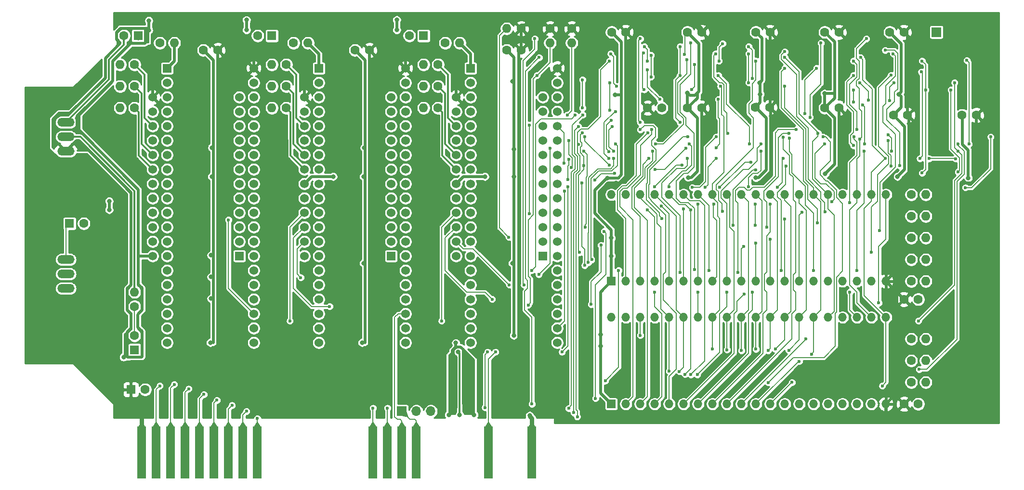
<source format=gbr>
G04 #@! TF.GenerationSoftware,KiCad,Pcbnew,(5.1.8)-1*
G04 #@! TF.CreationDate,2021-07-09T23:37:53+09:00*
G04 #@! TF.ProjectId,L3PSG6n9,4c335053-4736-46e3-992e-6b696361645f,0.2*
G04 #@! TF.SameCoordinates,PX1059ca8PY83885d0*
G04 #@! TF.FileFunction,Copper,L2,Bot*
G04 #@! TF.FilePolarity,Positive*
%FSLAX46Y46*%
G04 Gerber Fmt 4.6, Leading zero omitted, Abs format (unit mm)*
G04 Created by KiCad (PCBNEW (5.1.8)-1) date 2021-07-09 23:37:53*
%MOMM*%
%LPD*%
G01*
G04 APERTURE LIST*
G04 #@! TA.AperFunction,ComponentPad*
%ADD10R,1.524000X1.524000*%
G04 #@! TD*
G04 #@! TA.AperFunction,ComponentPad*
%ADD11O,1.524000X1.524000*%
G04 #@! TD*
G04 #@! TA.AperFunction,ComponentPad*
%ADD12C,1.600000*%
G04 #@! TD*
G04 #@! TA.AperFunction,SMDPad,CuDef*
%ADD13C,0.100000*%
G04 #@! TD*
G04 #@! TA.AperFunction,ConnectorPad*
%ADD14R,1.524000X9.144000*%
G04 #@! TD*
G04 #@! TA.AperFunction,ComponentPad*
%ADD15R,1.700000X1.700000*%
G04 #@! TD*
G04 #@! TA.AperFunction,ComponentPad*
%ADD16R,1.600000X1.600000*%
G04 #@! TD*
G04 #@! TA.AperFunction,ComponentPad*
%ADD17C,1.524000*%
G04 #@! TD*
G04 #@! TA.AperFunction,ComponentPad*
%ADD18O,1.600000X1.600000*%
G04 #@! TD*
G04 #@! TA.AperFunction,ComponentPad*
%ADD19O,1.700000X1.700000*%
G04 #@! TD*
G04 #@! TA.AperFunction,ComponentPad*
%ADD20O,3.010000X1.510000*%
G04 #@! TD*
G04 #@! TA.AperFunction,ViaPad*
%ADD21C,0.800000*%
G04 #@! TD*
G04 #@! TA.AperFunction,ViaPad*
%ADD22C,0.600000*%
G04 #@! TD*
G04 #@! TA.AperFunction,Conductor*
%ADD23C,0.500000*%
G04 #@! TD*
G04 #@! TA.AperFunction,Conductor*
%ADD24C,0.800000*%
G04 #@! TD*
G04 #@! TA.AperFunction,Conductor*
%ADD25C,0.300000*%
G04 #@! TD*
G04 #@! TA.AperFunction,Conductor*
%ADD26C,0.200000*%
G04 #@! TD*
G04 #@! TA.AperFunction,Conductor*
%ADD27C,0.254000*%
G04 #@! TD*
G04 #@! TA.AperFunction,Conductor*
%ADD28C,0.100000*%
G04 #@! TD*
G04 APERTURE END LIST*
D10*
X103505000Y14732000D03*
D11*
X151765000Y29972000D03*
X106045000Y14732000D03*
X149225000Y29972000D03*
X108585000Y14732000D03*
X146685000Y29972000D03*
X111125000Y14732000D03*
X144145000Y29972000D03*
X113665000Y14732000D03*
X141605000Y29972000D03*
X116205000Y14732000D03*
X139065000Y29972000D03*
X118745000Y14732000D03*
X136525000Y29972000D03*
X121285000Y14732000D03*
X133985000Y29972000D03*
X123825000Y14732000D03*
X131445000Y29972000D03*
X126365000Y14732000D03*
X128905000Y29972000D03*
X128905000Y14732000D03*
X126365000Y29972000D03*
X131445000Y14732000D03*
X123825000Y29972000D03*
X133985000Y14732000D03*
X121285000Y29972000D03*
X136525000Y14732000D03*
X118745000Y29972000D03*
X139065000Y14732000D03*
X116205000Y29972000D03*
X141605000Y14732000D03*
X113665000Y29972000D03*
X144145000Y14732000D03*
X111125000Y29972000D03*
X146685000Y14732000D03*
X108585000Y29972000D03*
X149225000Y14732000D03*
X106045000Y29972000D03*
X151765000Y14732000D03*
X103505000Y29972000D03*
D12*
X131405000Y80137000D03*
X128905000Y80137000D03*
G04 #@! TA.AperFunction,SMDPad,CuDef*
D13*
G36*
X67525388Y13495495D02*
G01*
X67794089Y12349982D01*
X67787018Y12342911D01*
X66641505Y12611612D01*
X67525388Y13495495D01*
G37*
G04 #@! TD.AperFunction*
G04 #@! TA.AperFunction,SMDPad,CuDef*
G36*
X88910000Y10676000D02*
G01*
X89530000Y11676000D01*
X89540000Y11676000D01*
X90160000Y10676000D01*
X88910000Y10676000D01*
G37*
G04 #@! TD.AperFunction*
G04 #@! TA.AperFunction,SMDPad,CuDef*
G36*
X81290000Y10676000D02*
G01*
X81910000Y11676000D01*
X81920000Y11676000D01*
X82540000Y10676000D01*
X81290000Y10676000D01*
G37*
G04 #@! TD.AperFunction*
G04 #@! TA.AperFunction,SMDPad,CuDef*
G36*
X68590000Y10676000D02*
G01*
X69210000Y11676000D01*
X69220000Y11676000D01*
X69840000Y10676000D01*
X68590000Y10676000D01*
G37*
G04 #@! TD.AperFunction*
G04 #@! TA.AperFunction,SMDPad,CuDef*
G36*
X66050000Y10676000D02*
G01*
X66670000Y11676000D01*
X66680000Y11676000D01*
X67300000Y10676000D01*
X66050000Y10676000D01*
G37*
G04 #@! TD.AperFunction*
G04 #@! TA.AperFunction,SMDPad,CuDef*
G36*
X63510000Y10676000D02*
G01*
X64130000Y11676000D01*
X64140000Y11676000D01*
X64760000Y10676000D01*
X63510000Y10676000D01*
G37*
G04 #@! TD.AperFunction*
G04 #@! TA.AperFunction,SMDPad,CuDef*
G36*
X60970000Y10676000D02*
G01*
X61590000Y11676000D01*
X61600000Y11676000D01*
X62220000Y10676000D01*
X60970000Y10676000D01*
G37*
G04 #@! TD.AperFunction*
G04 #@! TA.AperFunction,SMDPad,CuDef*
G36*
X40650000Y10676000D02*
G01*
X41270000Y11676000D01*
X41280000Y11676000D01*
X41900000Y10676000D01*
X40650000Y10676000D01*
G37*
G04 #@! TD.AperFunction*
G04 #@! TA.AperFunction,SMDPad,CuDef*
G36*
X38110000Y10676000D02*
G01*
X38730000Y11676000D01*
X38740000Y11676000D01*
X39360000Y10676000D01*
X38110000Y10676000D01*
G37*
G04 #@! TD.AperFunction*
G04 #@! TA.AperFunction,SMDPad,CuDef*
G36*
X35570000Y10676000D02*
G01*
X36190000Y11676000D01*
X36200000Y11676000D01*
X36820000Y10676000D01*
X35570000Y10676000D01*
G37*
G04 #@! TD.AperFunction*
G04 #@! TA.AperFunction,SMDPad,CuDef*
G36*
X33030000Y10676000D02*
G01*
X33650000Y11676000D01*
X33660000Y11676000D01*
X34280000Y10676000D01*
X33030000Y10676000D01*
G37*
G04 #@! TD.AperFunction*
G04 #@! TA.AperFunction,SMDPad,CuDef*
G36*
X30490000Y10676000D02*
G01*
X31110000Y11676000D01*
X31120000Y11676000D01*
X31740000Y10676000D01*
X30490000Y10676000D01*
G37*
G04 #@! TD.AperFunction*
G04 #@! TA.AperFunction,SMDPad,CuDef*
G36*
X27950000Y10676000D02*
G01*
X28570000Y11676000D01*
X28580000Y11676000D01*
X29200000Y10676000D01*
X27950000Y10676000D01*
G37*
G04 #@! TD.AperFunction*
G04 #@! TA.AperFunction,SMDPad,CuDef*
G36*
X25410000Y10676000D02*
G01*
X26030000Y11676000D01*
X26040000Y11676000D01*
X26660000Y10676000D01*
X25410000Y10676000D01*
G37*
G04 #@! TD.AperFunction*
G04 #@! TA.AperFunction,SMDPad,CuDef*
G36*
X20330000Y10676000D02*
G01*
X20950000Y11676000D01*
X20960000Y11676000D01*
X21580000Y10676000D01*
X20330000Y10676000D01*
G37*
G04 #@! TD.AperFunction*
G04 #@! TA.AperFunction,SMDPad,CuDef*
G36*
X22870000Y10676000D02*
G01*
X23490000Y11676000D01*
X23500000Y11676000D01*
X24120000Y10676000D01*
X22870000Y10676000D01*
G37*
G04 #@! TD.AperFunction*
D14*
X89535000Y6223000D03*
X81915000Y6223000D03*
X69215000Y6223000D03*
X66675000Y6223000D03*
X64135000Y6223000D03*
X61595000Y6223000D03*
X41275000Y6223000D03*
X38735000Y6223000D03*
X36195000Y6223000D03*
X33655000Y6223000D03*
X31115000Y6223000D03*
X28575000Y6223000D03*
X26035000Y6223000D03*
X23495000Y6223000D03*
X20955000Y6223000D03*
D15*
X160655000Y80137000D03*
D10*
X103505000Y36322000D03*
D11*
X151765000Y51562000D03*
X106045000Y36322000D03*
X149225000Y51562000D03*
X108585000Y36322000D03*
X146685000Y51562000D03*
X111125000Y36322000D03*
X144145000Y51562000D03*
X113665000Y36322000D03*
X141605000Y51562000D03*
X116205000Y36322000D03*
X139065000Y51562000D03*
X118745000Y36322000D03*
X136525000Y51562000D03*
X121285000Y36322000D03*
X133985000Y51562000D03*
X123825000Y36322000D03*
X131445000Y51562000D03*
X126365000Y36322000D03*
X128905000Y51562000D03*
X128905000Y36322000D03*
X126365000Y51562000D03*
X131445000Y36322000D03*
X123825000Y51562000D03*
X133985000Y36322000D03*
X121285000Y51562000D03*
X136525000Y36322000D03*
X118745000Y51562000D03*
X139065000Y36322000D03*
X116205000Y51562000D03*
X141605000Y36322000D03*
X113665000Y51562000D03*
X144145000Y36322000D03*
X111125000Y51562000D03*
X146685000Y36322000D03*
X108585000Y51562000D03*
X149225000Y36322000D03*
X106045000Y51562000D03*
X151765000Y36322000D03*
X103505000Y51562000D03*
D16*
X19050000Y17272000D03*
D12*
X21550000Y17272000D03*
D17*
X76200000Y40767000D03*
X76200000Y43307000D03*
X76200000Y45847000D03*
X76200000Y48387000D03*
X76200000Y50927000D03*
X76200000Y53467000D03*
X76200000Y56007000D03*
X76200000Y58547000D03*
X76200000Y61087000D03*
X76200000Y63627000D03*
X76200000Y66167000D03*
X76200000Y68707000D03*
X91440000Y68707000D03*
X91440000Y66167000D03*
X91440000Y63627000D03*
X91440000Y61087000D03*
X91440000Y58547000D03*
X91440000Y56007000D03*
X91440000Y53467000D03*
X91440000Y50927000D03*
X91440000Y48387000D03*
X91440000Y45847000D03*
X91440000Y43307000D03*
D10*
X91440000Y40767000D03*
D17*
X93980000Y73787000D03*
X93980000Y71247000D03*
X93980000Y68707000D03*
X93980000Y66167000D03*
X93980000Y63627000D03*
X93980000Y61087000D03*
X93980000Y58547000D03*
X93980000Y56007000D03*
X93980000Y53467000D03*
X93980000Y50927000D03*
X93980000Y48387000D03*
X93980000Y45847000D03*
X93980000Y43307000D03*
X93980000Y40767000D03*
X93980000Y38227000D03*
X93980000Y35687000D03*
X93980000Y33147000D03*
X93980000Y30607000D03*
X93980000Y28067000D03*
X93980000Y25527000D03*
X78740000Y25527000D03*
X78740000Y28067000D03*
X78740000Y30607000D03*
X78740000Y33147000D03*
X78740000Y35687000D03*
X78740000Y38227000D03*
X78740000Y40767000D03*
X78740000Y43307000D03*
X78740000Y45847000D03*
X78740000Y48387000D03*
X78740000Y50927000D03*
X78740000Y53467000D03*
X78740000Y56007000D03*
X78740000Y58547000D03*
X78740000Y61087000D03*
X78740000Y63627000D03*
X78740000Y66167000D03*
X78740000Y68707000D03*
X78740000Y71247000D03*
D10*
X78740000Y73787000D03*
D17*
X49530000Y40767000D03*
X49530000Y43307000D03*
X49530000Y45847000D03*
X49530000Y48387000D03*
X49530000Y50927000D03*
X49530000Y53467000D03*
X49530000Y56007000D03*
X49530000Y58547000D03*
X49530000Y61087000D03*
X49530000Y63627000D03*
X49530000Y66167000D03*
X49530000Y68707000D03*
X64770000Y68707000D03*
X64770000Y66167000D03*
X64770000Y63627000D03*
X64770000Y61087000D03*
X64770000Y58547000D03*
X64770000Y56007000D03*
X64770000Y53467000D03*
X64770000Y50927000D03*
X64770000Y48387000D03*
X64770000Y45847000D03*
X64770000Y43307000D03*
D10*
X64770000Y40767000D03*
D17*
X67310000Y73787000D03*
X67310000Y71247000D03*
X67310000Y68707000D03*
X67310000Y66167000D03*
X67310000Y63627000D03*
X67310000Y61087000D03*
X67310000Y58547000D03*
X67310000Y56007000D03*
X67310000Y53467000D03*
X67310000Y50927000D03*
X67310000Y48387000D03*
X67310000Y45847000D03*
X67310000Y43307000D03*
X67310000Y40767000D03*
X67310000Y38227000D03*
X67310000Y35687000D03*
X67310000Y33147000D03*
X67310000Y30607000D03*
X67310000Y28067000D03*
X67310000Y25527000D03*
X52070000Y25527000D03*
X52070000Y28067000D03*
X52070000Y30607000D03*
X52070000Y33147000D03*
X52070000Y35687000D03*
X52070000Y38227000D03*
X52070000Y40767000D03*
X52070000Y43307000D03*
X52070000Y45847000D03*
X52070000Y48387000D03*
X52070000Y50927000D03*
X52070000Y53467000D03*
X52070000Y56007000D03*
X52070000Y58547000D03*
X52070000Y61087000D03*
X52070000Y63627000D03*
X52070000Y66167000D03*
X52070000Y68707000D03*
X52070000Y71247000D03*
D10*
X52070000Y73787000D03*
D17*
X22860000Y40767000D03*
X22860000Y43307000D03*
X22860000Y45847000D03*
X22860000Y48387000D03*
X22860000Y50927000D03*
X22860000Y53467000D03*
X22860000Y56007000D03*
X22860000Y58547000D03*
X22860000Y61087000D03*
X22860000Y63627000D03*
X22860000Y66167000D03*
X22860000Y68707000D03*
X38100000Y68707000D03*
X38100000Y66167000D03*
X38100000Y63627000D03*
X38100000Y61087000D03*
X38100000Y58547000D03*
X38100000Y56007000D03*
X38100000Y53467000D03*
X38100000Y50927000D03*
X38100000Y48387000D03*
X38100000Y45847000D03*
X38100000Y43307000D03*
D10*
X38100000Y40767000D03*
D17*
X40640000Y73787000D03*
X40640000Y71247000D03*
X40640000Y68707000D03*
X40640000Y66167000D03*
X40640000Y63627000D03*
X40640000Y61087000D03*
X40640000Y58547000D03*
X40640000Y56007000D03*
X40640000Y53467000D03*
X40640000Y50927000D03*
X40640000Y48387000D03*
X40640000Y45847000D03*
X40640000Y43307000D03*
X40640000Y40767000D03*
X40640000Y38227000D03*
X40640000Y35687000D03*
X40640000Y33147000D03*
X40640000Y30607000D03*
X40640000Y28067000D03*
X40640000Y25527000D03*
X25400000Y25527000D03*
X25400000Y28067000D03*
X25400000Y30607000D03*
X25400000Y33147000D03*
X25400000Y35687000D03*
X25400000Y38227000D03*
X25400000Y40767000D03*
X25400000Y43307000D03*
X25400000Y45847000D03*
X25400000Y48387000D03*
X25400000Y50927000D03*
X25400000Y53467000D03*
X25400000Y56007000D03*
X25400000Y58547000D03*
X25400000Y61087000D03*
X25400000Y63627000D03*
X25400000Y66167000D03*
X25400000Y68707000D03*
X25400000Y71247000D03*
D10*
X25400000Y73787000D03*
D12*
X96520000Y80772000D03*
D18*
X96520000Y78232000D03*
D12*
X92710000Y80772000D03*
D18*
X92710000Y78232000D03*
D12*
X19685000Y31877000D03*
D18*
X19685000Y34417000D03*
D12*
X74295000Y78232000D03*
D18*
X76835000Y78232000D03*
D12*
X47625000Y78232000D03*
D18*
X50165000Y78232000D03*
D12*
X24130000Y78232000D03*
D18*
X26670000Y78232000D03*
D12*
X73025000Y66802000D03*
D18*
X70485000Y66802000D03*
D12*
X73025000Y74422000D03*
D18*
X70485000Y74422000D03*
D12*
X73025000Y70612000D03*
D18*
X70485000Y70612000D03*
D12*
X46355000Y66802000D03*
D18*
X43815000Y66802000D03*
D12*
X46355000Y74422000D03*
D18*
X43815000Y74422000D03*
D12*
X46355000Y70612000D03*
D18*
X43815000Y70612000D03*
D12*
X19685000Y66802000D03*
D18*
X17145000Y66802000D03*
D12*
X19685000Y74422000D03*
D18*
X17145000Y74422000D03*
D12*
X19685000Y70612000D03*
D18*
X17145000Y70612000D03*
D12*
X156210000Y51562000D03*
D18*
X158750000Y51562000D03*
D12*
X156210000Y47752000D03*
D18*
X158750000Y47752000D03*
D12*
X156210000Y43942000D03*
D18*
X158750000Y43942000D03*
D12*
X156210000Y40132000D03*
D18*
X158750000Y40132000D03*
D12*
X156210000Y36322000D03*
D18*
X158750000Y36322000D03*
D12*
X156210000Y18542000D03*
D18*
X158750000Y18542000D03*
D12*
X156210000Y22352000D03*
D18*
X158750000Y22352000D03*
D12*
X156210000Y26162000D03*
D18*
X158750000Y26162000D03*
D12*
X87630000Y80772000D03*
D18*
X85090000Y80772000D03*
D15*
X66675000Y13462000D03*
D19*
X69215000Y13462000D03*
X71755000Y13462000D03*
D16*
X19685000Y24257000D03*
D12*
X19685000Y26757000D03*
D16*
X70485000Y79502000D03*
D12*
X67985000Y79502000D03*
D16*
X43815000Y79502000D03*
D12*
X41315000Y79502000D03*
D16*
X20320000Y79502000D03*
D12*
X17820000Y79502000D03*
D16*
X8255000Y46482000D03*
D12*
X10755000Y46482000D03*
X119380000Y80137000D03*
X116880000Y80137000D03*
X154940000Y80137000D03*
X152440000Y80137000D03*
X155575000Y65532000D03*
X153075000Y65532000D03*
X167640000Y65532000D03*
X165140000Y65532000D03*
X143510000Y80137000D03*
X141010000Y80137000D03*
X143510000Y66802000D03*
X141010000Y66802000D03*
X106045000Y80137000D03*
X103545000Y80137000D03*
X109855000Y66802000D03*
X112355000Y66802000D03*
X131318000Y66929000D03*
X128818000Y66929000D03*
X119380000Y66802000D03*
X116880000Y66802000D03*
X154940000Y33147000D03*
X157440000Y33147000D03*
X154940000Y14732000D03*
X157440000Y14732000D03*
X87630000Y76962000D03*
X85130000Y76962000D03*
X60960000Y76962000D03*
X58460000Y76962000D03*
X34290000Y76962000D03*
X31790000Y76962000D03*
D20*
X7620000Y40132000D03*
X7620000Y37592000D03*
X7620000Y35052000D03*
X7620000Y64262000D03*
X7620000Y61722000D03*
X7620000Y59182000D03*
D21*
X91440000Y12700000D03*
X22860000Y75692000D03*
X49530000Y75692000D03*
X76200000Y75692000D03*
X129540000Y53594000D03*
X132842000Y64897000D03*
X106426000Y67564000D03*
X118837030Y53671985D03*
X104340311Y53582990D03*
X91440000Y23114000D03*
X98298000Y23114000D03*
X102870000Y47371000D03*
X101473000Y45974000D03*
X98298000Y34036000D03*
X134006513Y77912971D03*
X146050000Y77978000D03*
X154050998Y53594000D03*
X165119712Y53582990D03*
X156464000Y78359000D03*
X87630000Y22987000D03*
X121725843Y77791165D03*
X144664990Y53594000D03*
X121031000Y65023942D03*
X76835000Y12827000D03*
X76581000Y23876000D03*
D22*
X94830861Y23885109D03*
X83135000Y23885111D03*
X123063000Y48641000D03*
X128905000Y75057000D03*
X95885000Y52959000D03*
X36195000Y47117000D03*
X73660000Y29337000D03*
X46990000Y29337000D03*
X118745000Y34417000D03*
X120650000Y38227000D03*
X64135000Y14004990D03*
X89535000Y14732000D03*
X90805000Y75692000D03*
X151130000Y17907000D03*
X61595000Y14004990D03*
X147320000Y75692000D03*
X151637990Y57912000D03*
X140716000Y61722000D03*
X131064000Y18507010D03*
X41275000Y12192018D03*
X39370000Y13462000D03*
X104775000Y38227000D03*
X102426494Y18808438D03*
X118110000Y38350968D03*
X117475000Y78232000D03*
X36830000Y14493979D03*
X116459000Y19939000D03*
X117475000Y48860010D03*
X146177000Y61722000D03*
X145415000Y50165000D03*
X113665000Y20507065D03*
X34163000Y15401990D03*
X134683500Y24193500D03*
X31877000Y16417990D03*
X131064000Y24130000D03*
X29210000Y17395968D03*
X126365000Y24130000D03*
X26670000Y18161000D03*
X103378000Y76327000D03*
X121285000Y24384000D03*
X24130000Y17907002D03*
X104394000Y70612000D03*
X122682006Y70612000D03*
X102234996Y45085000D03*
X100711000Y15706946D03*
X130809998Y45847000D03*
X134761768Y62357000D03*
X123825000Y34417000D03*
X125730000Y37846000D03*
X118618000Y19895746D03*
X136017006Y62992000D03*
X140970000Y60452000D03*
X142240000Y50292000D03*
X117473593Y19897136D03*
X115443000Y20447000D03*
X157607000Y20828000D03*
X164425936Y60432266D03*
X138684000Y23495000D03*
X133985000Y70612000D03*
X118110000Y74422000D03*
X117609057Y70014751D03*
X132334000Y24384000D03*
X128905001Y24383999D03*
X123825000Y24257000D03*
X81754599Y23885109D03*
X81280000Y14112979D03*
X150495000Y32512000D03*
X108585000Y26797000D03*
X85471000Y44069000D03*
X85559990Y35687000D03*
X90043000Y78994000D03*
X88138000Y35687000D03*
X109303746Y77597000D03*
X109821260Y75009263D03*
X137702990Y26162000D03*
X98477589Y65584589D03*
X95996004Y13970000D03*
X136525000Y22225000D03*
X97705472Y63537292D03*
X96901000Y13207998D03*
X135255000Y18542000D03*
X103165022Y75057000D03*
X97696650Y60386017D03*
X97536000Y12446004D03*
X98806002Y39116000D03*
X100584000Y54102000D03*
X104053743Y55339485D03*
X98298000Y53594000D03*
X126746000Y42418000D03*
X99441000Y39624000D03*
X128905002Y43053000D03*
X103920990Y57912000D03*
X100075998Y40132000D03*
X131445000Y43688000D03*
X104267000Y60452000D03*
X108585000Y62992000D03*
X133985000Y47278990D03*
X112395000Y47371000D03*
X137033000Y48456989D03*
X133985000Y76708000D03*
X141097000Y48514000D03*
X122428000Y75057000D03*
X123063000Y78105004D03*
X121920000Y59817000D03*
X92710000Y59690000D03*
X103105056Y56711987D03*
X90741500Y37528500D03*
X111217010Y55972010D03*
X116586000Y59690000D03*
X147193000Y71247000D03*
X98813012Y61710537D03*
X148716990Y68199000D03*
X122301006Y68326000D03*
X95227957Y52197000D03*
X139700000Y46578980D03*
X133985000Y73787000D03*
X95178116Y57078116D03*
X96042032Y61087000D03*
X96489887Y56305831D03*
X96012000Y57785000D03*
X95885000Y54229000D03*
X128905000Y55880000D03*
X124933012Y46135988D03*
X127635000Y52959000D03*
X128778000Y49911000D03*
X129794000Y59182000D03*
X128778000Y46135990D03*
X98933000Y45847000D03*
X98679000Y59182000D03*
X103071476Y59147979D03*
X108585000Y64262000D03*
X103496762Y64633998D03*
X151638000Y76962000D03*
X154178000Y56642000D03*
X108585000Y78994000D03*
X98679000Y56642000D03*
X97917000Y41402000D03*
X111252000Y60452000D03*
X98393917Y62391990D03*
X116778260Y75308085D03*
X48895000Y36957000D03*
X103886012Y59182000D03*
X146065979Y60198000D03*
X146050000Y72517000D03*
X103632000Y63500000D03*
X97163445Y65515517D03*
X89535000Y38227000D03*
X53975000Y31877000D03*
X149225000Y41402000D03*
X152654000Y72560272D03*
X82549982Y33147000D03*
X99949000Y32258000D03*
X150622000Y45212000D03*
X153035000Y76327000D03*
X101676009Y42672000D03*
X110617000Y62992000D03*
X123952000Y62357000D03*
X147192996Y61341000D03*
X103251000Y71247000D03*
X103251006Y66421000D03*
X121827990Y76327000D03*
X148335996Y78994000D03*
X110490000Y72263000D03*
X110490000Y76072990D03*
X110744000Y59182000D03*
X145415000Y34417000D03*
X146685000Y38227000D03*
X147954984Y59182000D03*
X115570000Y37846000D03*
X111125000Y34417000D03*
X116840000Y57912000D03*
X164465000Y59182000D03*
X157480000Y29337000D03*
X163830000Y71247000D03*
X116967000Y61722000D03*
X139065000Y38227000D03*
X134790272Y61456806D03*
X126872994Y34036000D03*
X128270000Y34417000D03*
X133350000Y38227000D03*
X134175500Y56578500D03*
X132715000Y52848499D03*
X131445000Y49876010D03*
X133731002Y57912000D03*
X133739439Y61619636D03*
X109898272Y62400272D03*
X110109000Y57912000D03*
X111125000Y52959000D03*
X109855000Y48860010D03*
X115951000Y56769000D03*
X170180000Y61722000D03*
X165735000Y52782980D03*
X113665004Y52959000D03*
X112288228Y49550228D03*
X117221000Y60452000D03*
X116205000Y49022000D03*
X117729000Y52832000D03*
X121919994Y61722000D03*
X120015000Y52832000D03*
X121954990Y57912000D03*
X118744988Y49861965D03*
X122555000Y52832000D03*
X128016000Y57277000D03*
X121508761Y49925733D03*
X129793998Y60452000D03*
X98425000Y66802000D03*
X115570000Y64262000D03*
X115570000Y77597000D03*
X98425000Y71754998D03*
X115555831Y72482117D03*
X140335000Y78232000D03*
X138429992Y65151000D03*
X103082961Y57911994D03*
X139573000Y73787000D03*
X104267000Y66167000D03*
X137540990Y65786000D03*
X148036626Y60452000D03*
X112014000Y68311568D03*
X147701000Y67344990D03*
X109855000Y73533000D03*
X152654083Y56555539D03*
X152180989Y61087000D03*
X166370000Y60452000D03*
X165989000Y75184000D03*
X164465000Y55554947D03*
X163195000Y69977000D03*
X152400000Y68072000D03*
X146050000Y69977000D03*
X153162000Y71247000D03*
X146050002Y67818002D03*
X157734000Y57912000D03*
X157988000Y73152000D03*
X146685000Y62992000D03*
X146050000Y75057000D03*
X152781001Y59182001D03*
X152146000Y62103000D03*
X159385000Y57912000D03*
X164049212Y57861242D03*
X127762000Y60452000D03*
X122301000Y72516994D03*
X158115000Y75057000D03*
X158115000Y55372000D03*
X158750000Y69977000D03*
D21*
X89154000Y12700000D03*
X79375000Y12827000D03*
X140970000Y69342000D03*
X141097000Y55245000D03*
X33135010Y40882010D03*
X33135010Y37072010D03*
X33135010Y33262010D03*
X74930000Y12827000D03*
X76148999Y25475999D03*
X128921254Y54529989D03*
X117001672Y54571999D03*
X104144355Y69111578D03*
X102799483Y54483000D03*
X103505000Y43942000D03*
X101600000Y26912010D03*
X101600000Y24892000D03*
X33020000Y25527000D03*
X59690000Y25527000D03*
X17757979Y22964979D03*
X22194999Y80487999D03*
X22194995Y82169000D03*
X103505000Y40767000D03*
X129667000Y69226990D03*
X166243001Y54483000D03*
X129540001Y71247001D03*
X86348990Y54737000D03*
X86348990Y26797000D03*
X154051000Y69215000D03*
X153797000Y54737000D03*
X86348990Y59551990D03*
X60059010Y59805010D03*
X33285990Y59828990D03*
X39374874Y80522874D03*
X39374874Y82291126D03*
X65786000Y80518000D03*
X65786000Y82296000D03*
X86117010Y71489990D03*
D22*
X116332000Y76200000D03*
D21*
X116840000Y69457010D03*
X15240000Y50419000D03*
X15240000Y48895000D03*
X33281999Y54729001D03*
X59951999Y54729001D03*
X54610000Y54737000D03*
X81280000Y54737000D03*
X86106000Y39497000D03*
X59944000Y39497000D03*
D22*
X95758000Y65566990D03*
X89090500Y48196500D03*
X89090500Y63817500D03*
X88900000Y32131004D03*
X90424000Y72516992D03*
X127635000Y76327000D03*
X127635000Y71247000D03*
X133985000Y75692000D03*
X139827000Y62357000D03*
X109263272Y70020272D03*
X109162986Y76448345D03*
X127635000Y77597000D03*
X128270000Y72009000D03*
D23*
X34290000Y76962000D02*
X34290000Y22352000D01*
X91440000Y12700000D02*
X91440000Y23114000D01*
X22860000Y68707000D02*
X22860000Y75692000D01*
X49530000Y68707000D02*
X49530000Y75692000D01*
X49530000Y75692000D02*
X48895000Y76327000D01*
X48895000Y76327000D02*
X41275000Y76327000D01*
X41275000Y76327000D02*
X40640000Y75692000D01*
X40640000Y75692000D02*
X40640000Y73787000D01*
X76200000Y68707000D02*
X76200000Y75692000D01*
X76200000Y75692000D02*
X75565000Y76327000D01*
X75565000Y76327000D02*
X67945000Y76327000D01*
X67945000Y76327000D02*
X67310000Y75692000D01*
X67310000Y75692000D02*
X67310000Y73787000D01*
X151765000Y36322000D02*
X153670000Y34417000D01*
X153670000Y16637000D02*
X151765000Y14732000D01*
X153670000Y34417000D02*
X153670000Y16637000D01*
X131445000Y80137000D02*
X131445000Y66802000D01*
X106045000Y80137000D02*
X107315000Y81407000D01*
X107315000Y81407000D02*
X109855000Y81407000D01*
X109855000Y81407000D02*
X110490000Y80772000D01*
X119380000Y80772000D02*
X119380000Y80137000D01*
X118714999Y81437001D02*
X119380000Y80772000D01*
X111155001Y81437001D02*
X110490000Y80772000D01*
X118714999Y81437001D02*
X111155001Y81437001D01*
X120680001Y81437001D02*
X119380000Y80137000D01*
X130144999Y81437001D02*
X120680001Y81437001D01*
X131445000Y80137000D02*
X130144999Y81437001D01*
X104744999Y81437001D02*
X102265001Y81437001D01*
X106045000Y80137000D02*
X104744999Y81437001D01*
X102265001Y81437001D02*
X102235000Y81407000D01*
X97155000Y81407000D02*
X96520000Y80772000D01*
X102235000Y81407000D02*
X97155000Y81407000D01*
X93345000Y81407000D02*
X92710000Y80772000D01*
X95885000Y81407000D02*
X93345000Y81407000D01*
X96520000Y80772000D02*
X95885000Y81407000D01*
X87630000Y76962000D02*
X87630000Y81407000D01*
X87630000Y81407000D02*
X92075000Y81407000D01*
X92075000Y81407000D02*
X92710000Y80772000D01*
D24*
X20955000Y6223000D02*
X20955000Y15367000D01*
D23*
X20955000Y15367000D02*
X19050000Y15367000D01*
X19050000Y15367000D02*
X19050000Y17272000D01*
X19050000Y17272000D02*
X19050000Y22206989D01*
X19050000Y22206989D02*
X34144989Y22206989D01*
X34144989Y22206989D02*
X34290000Y22352000D01*
X34144989Y22206989D02*
X60814989Y22206989D01*
X60960000Y22352000D02*
X60960000Y31877000D01*
X60814989Y22206989D02*
X60960000Y22352000D01*
X132842000Y65405000D02*
X131445000Y66802000D01*
X132842000Y64897000D02*
X132842000Y65405000D01*
X106045000Y67564000D02*
X106426000Y67564000D01*
X106045000Y80137000D02*
X106045000Y67564000D01*
X119380000Y54214955D02*
X118837030Y53671985D01*
X119380000Y66802000D02*
X119380000Y54214955D01*
X60960000Y76962000D02*
X60960000Y31877000D01*
D25*
X75163998Y26797000D02*
X70083998Y31877000D01*
X70083998Y31877000D02*
X60960000Y31877000D01*
X84455000Y26797000D02*
X75163998Y26797000D01*
X85740010Y25511990D02*
X84455000Y26797000D01*
D23*
X104340311Y53582990D02*
X102903664Y53582990D01*
X102903664Y53582990D02*
X101334010Y52013336D01*
X101334010Y52013336D02*
X101334010Y48570664D01*
X102447837Y47456837D02*
X102533674Y47371000D01*
X102533674Y47371000D02*
X102870000Y47371000D01*
X106045000Y54737000D02*
X106045000Y67564000D01*
X105791000Y54483000D02*
X106045000Y54737000D01*
X105791000Y54460662D02*
X105791000Y54483000D01*
X104340311Y53582990D02*
X104913328Y53582990D01*
X104913328Y53582990D02*
X105791000Y54460662D01*
X131471012Y55525012D02*
X131471012Y66775988D01*
X129540000Y53594000D02*
X131471012Y55525012D01*
X131471012Y66775988D02*
X131445000Y66802000D01*
X98298000Y34036000D02*
X98298000Y23114000D01*
X132745001Y81437001D02*
X131445000Y80137000D01*
X142651001Y81437001D02*
X132745001Y81437001D01*
X101334010Y48570664D02*
X102447837Y47456837D01*
X102130337Y47774337D02*
X102447837Y47456837D01*
X131405000Y80137000D02*
X133183000Y78359000D01*
X133183000Y78359000D02*
X133223000Y78359000D01*
X133669029Y77912971D02*
X134006513Y77912971D01*
X133223000Y78359000D02*
X133669029Y77912971D01*
X145669000Y77978000D02*
X143510000Y80137000D01*
X146050000Y77978000D02*
X145669000Y77978000D01*
X142651001Y80995999D02*
X143510000Y80137000D01*
X142651001Y81437001D02*
X142651001Y80995999D01*
X142209999Y81437001D02*
X141635001Y81437001D01*
X143510000Y80137000D02*
X142209999Y81437001D01*
X141635001Y81437001D02*
X142651001Y81437001D01*
X140873001Y81437001D02*
X141635001Y81437001D01*
X143510000Y80137000D02*
X144780000Y81407000D01*
X150154458Y81407000D02*
X150246467Y81499009D01*
X144780000Y81407000D02*
X150154458Y81407000D01*
X154940000Y80137000D02*
X153577991Y81499009D01*
X150246467Y81499009D02*
X153577991Y81499009D01*
X154940000Y80137000D02*
X155575000Y79502000D01*
X155575000Y79502000D02*
X155575000Y65532000D01*
X153964456Y53680542D02*
X154050998Y53594000D01*
X153650999Y53194001D02*
X154050998Y53594000D01*
X153035000Y49657000D02*
X153650999Y50272999D01*
X153650999Y50272999D02*
X153650999Y53194001D01*
X153035000Y37592000D02*
X153035000Y49657000D01*
X151765000Y36322000D02*
X153035000Y37592000D01*
X167640000Y54420998D02*
X166801992Y53582990D01*
X167640000Y65532000D02*
X167640000Y54420998D01*
X166801992Y53582990D02*
X165119712Y53582990D01*
X156464000Y78613000D02*
X154940000Y80137000D01*
X156464000Y78359000D02*
X156464000Y78613000D01*
X120179999Y79337001D02*
X120179999Y67601999D01*
X120179999Y67601999D02*
X119380000Y66802000D01*
X119380000Y80137000D02*
X120179999Y79337001D01*
X87630000Y76962000D02*
X87249000Y76581000D01*
X87249000Y23368000D02*
X87630000Y22987000D01*
X87249000Y24511000D02*
X87249000Y23368000D01*
X87249000Y25146000D02*
X87249000Y24511000D01*
X87249000Y76581000D02*
X87249000Y27432000D01*
X87249000Y27432000D02*
X87249000Y25908000D01*
X87233990Y25511990D02*
X87249000Y25527000D01*
X85740010Y25511990D02*
X87233990Y25511990D01*
X87249000Y25527000D02*
X87249000Y24511000D01*
X87249000Y27432000D02*
X87249000Y25527000D01*
X119380000Y80137000D02*
X121725835Y77791165D01*
X121725835Y77791165D02*
X121725843Y77791165D01*
X155829000Y55372002D02*
X154050998Y53594000D01*
X155829000Y65278000D02*
X155829000Y55372002D01*
X155575000Y65532000D02*
X155829000Y65278000D01*
X93345000Y12700000D02*
X93853000Y12192000D01*
X98425000Y12192000D02*
X97879003Y11646003D01*
X151765000Y12192000D02*
X98425000Y12192000D01*
X91440000Y12700000D02*
X93345000Y12700000D01*
X96643991Y11646003D02*
X96097994Y12192000D01*
X97879003Y11646003D02*
X96643991Y11646003D01*
X151765000Y14732000D02*
X151765000Y12192000D01*
X96097994Y12192000D02*
X93853000Y12192000D01*
X143510000Y54748990D02*
X144664990Y53594000D01*
X143510000Y66802000D02*
X143510000Y54748990D01*
X119380000Y66802000D02*
X121031000Y65151000D01*
X121031000Y65151000D02*
X121031000Y65023942D01*
X98298000Y35462522D02*
X98298000Y34036000D01*
X100875999Y38040521D02*
X98298000Y35462522D01*
X100875999Y45376999D02*
X100875999Y38040521D01*
X101473000Y45974000D02*
X100875999Y45376999D01*
D25*
X76835000Y23622000D02*
X76581000Y23876000D01*
X76835000Y12827000D02*
X76835000Y23622000D01*
D26*
X19685000Y26757000D02*
X19685000Y31877000D01*
X81915000Y6223000D02*
X81915000Y22665111D01*
X81915000Y22665111D02*
X83135000Y23885111D01*
X95885000Y24939248D02*
X95885000Y52959000D01*
X94830861Y23885109D02*
X95885000Y24939248D01*
X122936000Y48768000D02*
X123063000Y48641000D01*
X128905000Y75057000D02*
X128905000Y71722002D01*
X128270000Y71087002D02*
X128270000Y68083002D01*
X127667999Y67481001D02*
X127667999Y65880001D01*
X128489001Y65058999D02*
X128489001Y59782001D01*
X127667999Y65880001D02*
X128489001Y65058999D01*
X128489001Y59782001D02*
X121954999Y53247999D01*
X121954999Y53247999D02*
X121954999Y52463763D01*
X128270000Y68083002D02*
X127667999Y67481001D01*
X122347001Y52071761D02*
X122347001Y50541194D01*
X128905000Y71722002D02*
X128270000Y71087002D01*
X121954999Y52463763D02*
X122347001Y52071761D01*
X122936000Y49952195D02*
X122936000Y48768000D01*
X122347001Y50541194D02*
X122936000Y49952195D01*
X69215000Y11811000D02*
X69215000Y6223000D01*
X68961000Y12065000D02*
X69215000Y11811000D01*
X68072000Y12065000D02*
X68961000Y12065000D01*
X66675000Y13462000D02*
X68072000Y12065000D01*
X40640000Y30607000D02*
X36195000Y35052000D01*
X36195000Y35052000D02*
X36195000Y47117000D01*
X76200000Y48387000D02*
X73660000Y45847000D01*
X73660000Y45847000D02*
X73660000Y29337000D01*
X46990000Y45847000D02*
X46990000Y29337000D01*
X49530000Y48387000D02*
X46990000Y45847000D01*
X118745000Y29972000D02*
X118745000Y34417000D01*
X66040000Y30607000D02*
X67310000Y30607000D01*
X65405000Y29972000D02*
X66040000Y30607000D01*
X65405000Y12491998D02*
X65405000Y29972000D01*
X65872499Y12024499D02*
X66380499Y12024499D01*
X65872499Y12024499D02*
X65405000Y12491998D01*
X66380499Y12024499D02*
X66675000Y11729998D01*
X66675000Y11729998D02*
X66675000Y6223000D01*
X120650000Y49657000D02*
X120650000Y38227000D01*
X118745000Y51562000D02*
X120650000Y49657000D01*
X64135000Y6223000D02*
X64135000Y14004990D01*
X88411011Y73298011D02*
X90805000Y75692000D01*
X88265000Y34544000D02*
X88773000Y35052000D01*
X88773000Y36449000D02*
X88411011Y36810989D01*
X88773000Y35052000D02*
X88773000Y36449000D01*
X88265000Y31242000D02*
X88265000Y34544000D01*
X89535000Y29972000D02*
X88265000Y31242000D01*
X89535000Y14732000D02*
X89535000Y29972000D01*
X88411011Y36810989D02*
X88411011Y73298011D01*
X147955000Y33782000D02*
X151765000Y29972000D01*
X151765000Y29972000D02*
X151765000Y18542000D01*
X151765000Y18542000D02*
X151130000Y17907000D01*
X61595000Y6223000D02*
X61595000Y14004990D01*
X149225000Y50419000D02*
X147955000Y49149000D01*
X149225000Y51562000D02*
X149225000Y50419000D01*
X147955000Y49149000D02*
X147955000Y33782000D01*
X149225000Y55499010D02*
X151637990Y57912000D01*
X149225000Y51562000D02*
X149225000Y55499010D01*
X149352000Y70104000D02*
X149352000Y60197990D01*
X149352000Y60197990D02*
X151637990Y57912000D01*
X147701000Y71755000D02*
X149352000Y70104000D01*
X147701000Y75311000D02*
X147701000Y71755000D01*
X147320000Y75692000D02*
X147701000Y75311000D01*
X41275000Y6223000D02*
X41275000Y12192018D01*
X135451989Y22894999D02*
X131064000Y18507010D01*
X140877999Y22894999D02*
X135451989Y22894999D01*
X142875000Y24892000D02*
X140877999Y22894999D01*
X142875000Y30676302D02*
X142875000Y24892000D01*
X143082999Y30884301D02*
X142875000Y30676302D01*
X140716000Y61722000D02*
X141153701Y61722000D01*
X141153701Y61722000D02*
X142024022Y60851679D01*
X140208000Y55724151D02*
X140208000Y55023998D01*
X142024022Y57540173D02*
X140208000Y55724151D01*
X143082999Y51052239D02*
X144145000Y49990238D01*
X140208000Y55023998D02*
X141256998Y53975000D01*
X141256998Y53975000D02*
X141478000Y53975000D01*
X142024022Y60851679D02*
X142024022Y57540173D01*
X141478000Y53975000D02*
X143082999Y52370001D01*
X143082999Y52370001D02*
X143082999Y51052239D01*
X144145000Y49990238D02*
X144145000Y38100000D01*
X144145000Y38100000D02*
X143082999Y37037999D01*
X143082999Y37037999D02*
X143082999Y30884301D01*
X38735000Y6223000D02*
X38735000Y12827000D01*
X38735000Y12827000D02*
X39370000Y13462000D01*
X104775000Y21156944D02*
X102426494Y18808438D01*
X104775000Y38227000D02*
X104775000Y21156944D01*
X117475000Y72771000D02*
X117475000Y78232000D01*
X118110000Y38350968D02*
X118110000Y49091301D01*
X118110000Y49091301D02*
X117017291Y50184010D01*
X117017291Y50184010D02*
X115677990Y50184010D01*
X115677990Y50184010D02*
X114935000Y50927000D01*
X114935000Y50927000D02*
X114935000Y53975000D01*
X115589010Y70885010D02*
X117475000Y72771000D01*
X114935000Y53975000D02*
X116293810Y55333810D01*
X116293810Y55333810D02*
X116928810Y55333810D01*
X118029980Y56434980D02*
X118029980Y62367718D01*
X118029980Y62367718D02*
X116605010Y63792688D01*
X116928810Y55333810D02*
X118029980Y56434980D01*
X116605010Y65074730D02*
X115589010Y66090730D01*
X116605010Y63792688D02*
X116605010Y65074730D01*
X115589010Y66090730D02*
X115589010Y70885010D01*
X36195000Y6223000D02*
X36195000Y13858979D01*
X36195000Y13858979D02*
X36830000Y14493979D01*
X117475000Y20955000D02*
X117475000Y48860010D01*
X116551010Y49784000D02*
X117475000Y48860010D01*
X115443000Y49784000D02*
X116551010Y49784000D01*
X113665000Y51562000D02*
X115443000Y49784000D01*
X116459000Y19939000D02*
X117475000Y20955000D01*
X145415000Y57171935D02*
X145415000Y50165000D01*
X146665989Y60808747D02*
X146665989Y58422924D01*
X146177000Y61297736D02*
X146665989Y60808747D01*
X146177000Y61722000D02*
X146177000Y61297736D01*
X146665989Y58422924D02*
X145415000Y57171935D01*
X113665000Y29972000D02*
X113665000Y20507065D01*
X33655000Y6223000D02*
X33655000Y14893990D01*
X33655000Y14893990D02*
X34163000Y15401990D01*
X108585000Y51018012D02*
X108585000Y51562000D01*
X112187001Y45800999D02*
X111525010Y46462990D01*
X112187001Y31449999D02*
X112187001Y45800999D01*
X113665000Y29972000D02*
X112187001Y31449999D01*
X111525010Y48078002D02*
X108585000Y51018012D01*
X111525010Y46462990D02*
X111525010Y48078002D01*
X136525000Y29972000D02*
X136525000Y26035000D01*
X136525000Y26035000D02*
X134683500Y24193500D01*
X31115000Y15655990D02*
X31877000Y16417990D01*
X31115000Y6223000D02*
X31115000Y15655990D01*
X137795000Y31242000D02*
X136525000Y29972000D01*
X137795000Y48768000D02*
X137795000Y31242000D01*
X136525000Y50038000D02*
X137795000Y48768000D01*
X136525000Y51562000D02*
X136525000Y50038000D01*
X131445000Y29972000D02*
X132715000Y31242000D01*
X132715000Y50292000D02*
X131445000Y51562000D01*
X132715000Y31242000D02*
X132715000Y50292000D01*
X131445000Y29972000D02*
X131445000Y24511000D01*
X131445000Y24511000D02*
X131064000Y24130000D01*
X28575000Y16760968D02*
X29210000Y17395968D01*
X28575000Y6223000D02*
X28575000Y16760968D01*
X127635000Y50292000D02*
X126365000Y51562000D01*
X127635000Y31242000D02*
X127635000Y50292000D01*
X126365000Y29972000D02*
X127635000Y31242000D01*
X126365000Y29972000D02*
X126365000Y24130000D01*
X26035000Y17526000D02*
X26670000Y18161000D01*
X26035000Y6223000D02*
X26035000Y17526000D01*
X121285000Y29972000D02*
X121285000Y24384000D01*
X23495000Y6223000D02*
X23495000Y17272002D01*
X23495000Y17272002D02*
X24130000Y17907002D01*
X122555000Y31242000D02*
X121285000Y29972000D01*
X122555000Y47371000D02*
X122555000Y31242000D01*
X122174000Y47752000D02*
X122555000Y47371000D01*
X122174000Y50148496D02*
X122174000Y47752000D01*
X121285000Y51037496D02*
X122174000Y50148496D01*
X121285000Y51562000D02*
X121285000Y51037496D01*
X103886000Y71120000D02*
X104394000Y70612000D01*
X103886000Y75819000D02*
X103886000Y71120000D01*
X103378000Y76327000D02*
X103886000Y75819000D01*
X123297990Y55479990D02*
X123297990Y65259988D01*
X122901008Y65656970D02*
X122901008Y70392998D01*
X122901008Y70392998D02*
X122682006Y70612000D01*
X121285000Y53467000D02*
X123297990Y55479990D01*
X123297990Y65259988D02*
X122901008Y65656970D01*
X121285000Y51562000D02*
X121285000Y53467000D01*
X130302000Y50730698D02*
X130302000Y52196998D01*
X130809998Y50222700D02*
X130302000Y50730698D01*
X130809998Y45847000D02*
X130809998Y50222700D01*
X132861011Y54756009D02*
X132861011Y61607216D01*
X130302000Y52196998D02*
X132861011Y54756009D01*
X132861011Y61607216D02*
X133610795Y62357000D01*
X133610795Y62357000D02*
X134761768Y62357000D01*
X100711000Y35687000D02*
X100711000Y15706946D01*
X102534995Y37510995D02*
X100711000Y35687000D01*
X102534995Y44785001D02*
X102534995Y37510995D01*
X102234996Y45085000D02*
X102534995Y44785001D01*
X123825000Y31877000D02*
X122555000Y30607000D01*
X123825000Y34417000D02*
X123825000Y31877000D01*
X122555000Y30607000D02*
X122555000Y23832746D01*
X122555000Y23832746D02*
X118618000Y19895746D01*
X125926699Y52843999D02*
X126861001Y52843999D01*
X132842000Y62992000D02*
X136017006Y62992000D01*
X128408999Y52843999D02*
X130383301Y52843999D01*
X132312184Y54772882D02*
X132312184Y62462184D01*
X130383301Y52843999D02*
X132312184Y54772882D01*
X125730000Y50038000D02*
X125303000Y50465000D01*
X127889000Y52324000D02*
X128408999Y52843999D01*
X127381000Y52324000D02*
X127889000Y52324000D01*
X126861001Y52843999D02*
X127381000Y52324000D01*
X132312184Y62462184D02*
X132842000Y62992000D01*
X125303000Y52220300D02*
X125926699Y52843999D01*
X125303000Y50465000D02*
X125303000Y52220300D01*
X125730000Y37846000D02*
X125730000Y50038000D01*
X119047001Y50461999D02*
X119890885Y49618115D01*
X119890885Y22314428D02*
X117473593Y19897136D01*
X119890885Y49618115D02*
X119890885Y22314428D01*
X116205000Y51562000D02*
X117305001Y50461999D01*
X117305001Y50461999D02*
X119047001Y50461999D01*
X142667001Y50719001D02*
X142240000Y50292000D01*
X142667001Y52071761D02*
X142667001Y50719001D01*
X141259764Y53478998D02*
X142667001Y52071761D01*
X140323002Y53478998D02*
X141259764Y53478998D01*
X139299989Y54502011D02*
X140323002Y53478998D01*
X139299989Y58781989D02*
X139299989Y54502011D01*
X140970000Y60452000D02*
X139299989Y58781989D01*
X116205000Y21209000D02*
X115443000Y20447000D01*
X116205000Y29972000D02*
X116205000Y21209000D01*
X114935000Y31242000D02*
X116205000Y29972000D01*
X114935000Y47752000D02*
X114935000Y31242000D01*
X111125000Y51562000D02*
X114935000Y47752000D01*
X164425936Y60237064D02*
X164425936Y60432266D01*
X165500010Y59162990D02*
X164425936Y60237064D01*
X164230010Y53866257D02*
X165500010Y55136256D01*
X165500010Y55136256D02*
X165500010Y59162990D01*
X164230010Y26130008D02*
X164230010Y53866257D01*
X158928002Y20828000D02*
X164230010Y26130008D01*
X157607000Y20828000D02*
X158928002Y20828000D01*
X140335000Y50292000D02*
X139065000Y51562000D01*
X140335000Y31242000D02*
X140335000Y50292000D01*
X139065000Y29972000D02*
X140335000Y31242000D01*
X139065000Y23876000D02*
X138684000Y23495000D01*
X139065000Y29972000D02*
X139065000Y23876000D01*
X137668000Y63119000D02*
X133985000Y66802000D01*
X137668000Y54136651D02*
X137668000Y63119000D01*
X139065000Y52739651D02*
X137668000Y54136651D01*
X133985000Y66802000D02*
X133985000Y70612000D01*
X139065000Y51562000D02*
X139065000Y52739651D01*
X118110000Y74422000D02*
X118110000Y70515694D01*
X118110000Y70515694D02*
X117609057Y70014751D01*
X133985000Y29972000D02*
X133985000Y26035000D01*
X133985000Y26035000D02*
X132334000Y24384000D01*
X135047001Y49483999D02*
X135047001Y31034001D01*
X135047001Y31034001D02*
X133985000Y29972000D01*
X133985000Y50546000D02*
X135047001Y49483999D01*
X133985000Y51562000D02*
X133985000Y50546000D01*
X128905000Y29972000D02*
X128905001Y28840629D01*
X128905001Y28840629D02*
X128905001Y24383999D01*
X129982988Y31049988D02*
X128905000Y29972000D01*
X128905000Y51562000D02*
X129982988Y50484012D01*
X129982988Y50484012D02*
X129982988Y31049988D01*
X123825000Y29972000D02*
X123825000Y24257000D01*
X124333000Y51054000D02*
X123825000Y51562000D01*
X124333000Y45847000D02*
X124333000Y51054000D01*
X125095000Y45085000D02*
X124333000Y45847000D01*
X125095000Y31242000D02*
X125095000Y45085000D01*
X123825000Y29972000D02*
X125095000Y31242000D01*
X81754599Y23885109D02*
X81280000Y23410510D01*
X81280000Y23410510D02*
X81280000Y14112979D01*
X151765000Y43688000D02*
X150495000Y42418000D01*
X151765000Y51562000D02*
X151765000Y43688000D01*
X150495000Y42418000D02*
X150495000Y32512000D01*
X108585000Y29972000D02*
X108585000Y27432000D01*
X108585000Y27432000D02*
X108585000Y26797000D01*
X83820000Y79502000D02*
X83820000Y45720000D01*
X85090000Y80772000D02*
X83820000Y79502000D01*
X83820000Y45720000D02*
X85471000Y44069000D01*
X76200000Y43307000D02*
X77470000Y42037000D01*
X77470000Y42037000D02*
X79209990Y42037000D01*
X79209990Y42037000D02*
X85559990Y35687000D01*
X109821260Y77079486D02*
X109821260Y75009263D01*
X109303746Y77597000D02*
X109821260Y77079486D01*
X88011000Y35687000D02*
X88138000Y35687000D01*
X90043000Y78994000D02*
X90043000Y77123990D01*
X90043000Y77123990D02*
X88011000Y75091990D01*
X88011000Y75091990D02*
X88011000Y35687000D01*
X137702990Y26069990D02*
X137702990Y26162000D01*
X126365000Y14732000D02*
X137702990Y26069990D01*
X98477589Y65584589D02*
X96642042Y63749042D01*
X96642042Y63749042D02*
X96642042Y58621258D01*
X96642042Y58621258D02*
X97131445Y58131855D01*
X97131445Y58131855D02*
X97131445Y56098845D01*
X97131445Y56098845D02*
X96485002Y55452402D01*
X96485002Y55452402D02*
X96485002Y14458998D01*
X96485002Y14458998D02*
X95996004Y13970000D01*
X128905000Y14732000D02*
X136398000Y22225000D01*
X136398000Y22225000D02*
X136525000Y22225000D01*
X97705472Y63537292D02*
X97042053Y62873873D01*
X97042053Y62873873D02*
X97042053Y58786947D01*
X97042053Y58786947D02*
X97531456Y58297544D01*
X97531456Y58297544D02*
X97531456Y55933156D01*
X97531456Y55933156D02*
X96885013Y55286713D01*
X96885013Y55286713D02*
X96885013Y13223985D01*
X96885013Y13223985D02*
X96901000Y13207998D01*
X131445000Y14732000D02*
X135255000Y18542000D01*
X97536000Y58866278D02*
X97536000Y60225367D01*
X98013139Y55849139D02*
X98013139Y58389139D01*
X97285024Y13711978D02*
X97285024Y55121024D01*
X97536000Y60225367D02*
X97696650Y60386017D01*
X97285024Y55121024D02*
X98013139Y55849139D01*
X97536000Y13461002D02*
X97285024Y13711978D01*
X98013139Y58389139D02*
X97536000Y58866278D01*
X97536000Y12446004D02*
X97536000Y13461002D01*
X97536000Y60546667D02*
X97696650Y60386017D01*
X97536000Y62467753D02*
X97536000Y60546667D01*
X98130235Y63061988D02*
X97536000Y62467753D01*
X99382990Y63061988D02*
X98130235Y63061988D01*
X101600000Y65278998D02*
X99382990Y63061988D01*
X101600000Y73491978D02*
X101600000Y65278998D01*
X103165022Y75057000D02*
X101600000Y73491978D01*
X104053743Y55339485D02*
X103959258Y55245000D01*
X101727000Y55245000D02*
X100584000Y54102000D01*
X103959258Y55245000D02*
X101727000Y55245000D01*
X98806002Y39116000D02*
X98806002Y41909998D01*
X98806002Y41909998D02*
X98298000Y42418000D01*
X98298000Y42418000D02*
X98298000Y53594000D01*
X126365000Y42037000D02*
X126746000Y42418000D01*
X126365000Y36322000D02*
X126365000Y42037000D01*
X128905000Y36322000D02*
X128905000Y43052998D01*
X128905000Y43052998D02*
X128905002Y43053000D01*
X103920990Y56620975D02*
X103920990Y57912000D01*
X99533001Y54504705D02*
X101140282Y56111986D01*
X99441000Y39624000D02*
X99441000Y44831000D01*
X101140282Y56111986D02*
X103412001Y56111986D01*
X99441000Y44831000D02*
X99533001Y44923001D01*
X103412001Y56111986D02*
X103920990Y56620975D01*
X99533001Y44923001D02*
X99533001Y54504705D01*
X131445000Y36322000D02*
X131445000Y43688000D01*
X99933012Y40274986D02*
X99933012Y54339016D01*
X101305971Y55711975D02*
X103577690Y55711975D01*
X100075998Y40132000D02*
X99933012Y40274986D01*
X104566999Y60152001D02*
X104267000Y60452000D01*
X99933012Y54339016D02*
X101305971Y55711975D01*
X103577690Y55711975D02*
X104566999Y56701284D01*
X104566999Y56701284D02*
X104566999Y60152001D01*
X108585000Y62992000D02*
X109220000Y63627000D01*
X133985000Y36322000D02*
X133985000Y47278990D01*
X111925016Y47840984D02*
X112395000Y47371000D01*
X111925016Y48348984D02*
X111925016Y47840984D01*
X108585000Y62992000D02*
X109286027Y63693027D01*
X109835989Y56044693D02*
X109835989Y53597691D01*
X111252000Y61722000D02*
X110617000Y61087000D01*
X110804973Y63693027D02*
X111252000Y63246000D01*
X111252000Y63246000D02*
X111252000Y61722000D01*
X110617000Y61087000D02*
X110617000Y60198000D01*
X111379000Y59436000D02*
X111379000Y57587704D01*
X110617000Y60198000D02*
X111379000Y59436000D01*
X109286027Y63693027D02*
X110804973Y63693027D01*
X109647001Y53408702D02*
X109647001Y50626999D01*
X111379000Y57587704D02*
X109835989Y56044693D01*
X109835989Y53597691D02*
X109647001Y53408702D01*
X109647001Y50626999D02*
X111925016Y48348984D01*
X136525000Y47948989D02*
X137033000Y48456989D01*
X136525000Y36322000D02*
X136525000Y47948989D01*
X141027698Y48583302D02*
X141097000Y48514000D01*
X141027698Y50165000D02*
X141027698Y48583302D01*
X136089991Y65262707D02*
X138068010Y63284689D01*
X138068010Y54302339D02*
X140335000Y52035349D01*
X136089991Y72698009D02*
X136089991Y65262707D01*
X140335000Y52035349D02*
X140335000Y50857698D01*
X133384999Y75403001D02*
X136089991Y72698009D01*
X138068010Y63284689D02*
X138068010Y54302339D01*
X133384999Y76107999D02*
X133384999Y75403001D01*
X140335000Y50857698D02*
X141027698Y50165000D01*
X133985000Y76708000D02*
X133384999Y76107999D01*
X122428000Y75057000D02*
X122428000Y77470004D01*
X122428000Y77470004D02*
X123063000Y78105004D01*
D25*
X19685000Y70612000D02*
X20955000Y69342000D01*
X20955000Y60452000D02*
X22860000Y58547000D01*
X20955000Y69342000D02*
X20955000Y60452000D01*
X21455010Y65031990D02*
X22860000Y63627000D01*
X21455010Y72651990D02*
X21455010Y65031990D01*
X19685000Y74422000D02*
X21455010Y72651990D01*
X20454990Y58412010D02*
X22860000Y56007000D01*
X20454990Y66032010D02*
X20454990Y58412010D01*
X19685000Y66802000D02*
X20454990Y66032010D01*
X47625000Y69342000D02*
X46355000Y70612000D01*
X47625000Y60452000D02*
X47625000Y69342000D01*
X49530000Y58547000D02*
X47625000Y60452000D01*
X49530000Y63627000D02*
X48125010Y65031990D01*
X48125010Y72651990D02*
X46355000Y74422000D01*
X48125010Y65031990D02*
X48125010Y72651990D01*
X47124990Y58412010D02*
X49530000Y56007000D01*
X47124990Y61333010D02*
X47124990Y58412010D01*
X47117000Y61341000D02*
X47124990Y61333010D01*
X47117000Y66040000D02*
X47117000Y61341000D01*
X46355000Y66802000D02*
X47117000Y66040000D01*
X74295000Y60452000D02*
X76200000Y58547000D01*
X74295000Y69342000D02*
X74295000Y60452000D01*
X74295000Y69342000D02*
X73025000Y70612000D01*
X76200000Y63627000D02*
X74795010Y65031990D01*
X74795010Y72651990D02*
X73025000Y74422000D01*
X74795010Y65031990D02*
X74795010Y72651990D01*
X73794990Y58412010D02*
X76200000Y56007000D01*
X73794990Y66032010D02*
X73794990Y58412010D01*
X73025000Y66802000D02*
X73794990Y66032010D01*
D26*
X92710000Y39497000D02*
X90741500Y37528500D01*
X92710000Y59690000D02*
X92710000Y39497000D01*
X112868010Y55972010D02*
X116586000Y59690000D01*
X111217010Y55972010D02*
X112868010Y55972010D01*
X103105056Y56711987D02*
X98813012Y61004031D01*
X98813012Y61004031D02*
X98813012Y61710537D01*
X148716990Y69723010D02*
X148716990Y68199000D01*
X147193000Y71247000D02*
X148716990Y69723010D01*
X122555000Y64844175D02*
X122301006Y65098169D01*
X122301006Y65098169D02*
X122301006Y68326000D01*
X121920000Y59817000D02*
X122555000Y60452000D01*
X122555000Y60452000D02*
X122555000Y64844175D01*
X93980000Y28067000D02*
X95227957Y29314957D01*
X95227957Y29314957D02*
X95227957Y52197000D01*
X133384999Y73186999D02*
X133985000Y73787000D01*
X137987011Y50734989D02*
X137987011Y53217289D01*
X133384999Y66836303D02*
X133384999Y73186999D01*
X137267989Y62953311D02*
X133384999Y66836303D01*
X139700000Y46578980D02*
X139700000Y49022000D01*
X137987011Y53217289D02*
X137267989Y53936311D01*
X137267989Y53936311D02*
X137267989Y62953311D01*
X139700000Y49022000D02*
X137987011Y50734989D01*
X93980000Y63627000D02*
X95178116Y62428884D01*
X95178116Y62428884D02*
X95178116Y57078116D01*
X96642042Y58043958D02*
X96642042Y56457986D01*
X96642042Y56457986D02*
X96489887Y56305831D01*
X96042032Y58643968D02*
X96642042Y58043958D01*
X96042032Y61087000D02*
X96042032Y58643968D01*
X96012000Y57785000D02*
X96012000Y56715948D01*
X95885000Y56588948D02*
X95885000Y54229000D01*
X96012000Y56715948D02*
X95885000Y56588948D01*
X128353762Y55880000D02*
X128905000Y55880000D01*
X124902989Y52429227D02*
X128353762Y55880000D01*
X124902989Y46166011D02*
X124902989Y52429227D01*
X124933012Y46135988D02*
X124902989Y46166011D01*
X127635000Y52959000D02*
X127635000Y54577002D01*
X127635000Y54577002D02*
X128337997Y55279999D01*
X128337997Y55279999D02*
X129234457Y55279999D01*
X129234457Y55279999D02*
X129794000Y55839542D01*
X129794000Y55839542D02*
X129794000Y59182000D01*
X128778000Y49911000D02*
X128778000Y46135990D01*
X99040990Y46379254D02*
X98933000Y46271264D01*
X98679000Y59182000D02*
X99279001Y58581999D01*
X99279001Y58581999D02*
X99279001Y54816405D01*
X99279001Y54816405D02*
X99040990Y54578394D01*
X98933000Y46271264D02*
X98933000Y45847000D01*
X99040990Y54578394D02*
X99040990Y46379254D01*
X103071476Y59147979D02*
X102635011Y59584444D01*
X102635011Y59584444D02*
X102635011Y63772247D01*
X102635011Y63772247D02*
X103496762Y64633998D01*
X153288002Y76962000D02*
X151638000Y76962000D01*
X153850989Y70124991D02*
X153850989Y76399013D01*
X153850989Y76399013D02*
X153288002Y76962000D01*
X153300999Y69575001D02*
X153850989Y70124991D01*
X153300999Y67956999D02*
X153300999Y69575001D01*
X151924999Y66580999D02*
X153300999Y67956999D01*
X151924999Y64737001D02*
X151924999Y66580999D01*
X154178000Y62484000D02*
X151924999Y64737001D01*
X154178000Y56642000D02*
X154178000Y62484000D01*
X108585000Y64262000D02*
X108285001Y64561999D01*
X108285001Y78694001D02*
X108585000Y78994000D01*
X108285001Y64561999D02*
X108285001Y78694001D01*
X97685035Y54955335D02*
X97685035Y41633965D01*
X98679000Y55949302D02*
X97685035Y54955335D01*
X98679000Y56642000D02*
X98679000Y55949302D01*
X97685035Y41633965D02*
X97917000Y41402000D01*
X115931990Y71989990D02*
X115931990Y71990988D01*
X112648002Y60452000D02*
X111252000Y60452000D01*
X116170001Y63973999D02*
X112648002Y60452000D01*
X116170001Y64944041D02*
X116170001Y63973999D01*
X115189000Y71247000D02*
X115189000Y65925042D01*
X115931990Y71989990D02*
X115189000Y71247000D01*
X115189000Y65925042D02*
X116170001Y64944041D01*
X98098933Y62097006D02*
X98393917Y62391990D01*
X98098933Y60869070D02*
X98098933Y62097006D01*
X98044000Y59840019D02*
X98297991Y60094010D01*
X98297991Y60670012D02*
X98098933Y60869070D01*
X98044000Y58923977D02*
X98044000Y59840019D01*
X98297991Y60094010D02*
X98297991Y60670012D01*
X98679000Y58288977D02*
X98044000Y58923977D01*
X98679000Y56642000D02*
X98679000Y58288977D01*
X116778260Y72836260D02*
X116778260Y75308085D01*
X115931990Y71989990D02*
X116778260Y72836260D01*
X49530000Y43307000D02*
X48260000Y42037000D01*
X48260000Y42037000D02*
X48260000Y37592000D01*
X48260000Y37592000D02*
X48895000Y36957000D01*
X144907000Y71374000D02*
X146050000Y72517000D01*
X146065979Y66151021D02*
X144907000Y67310000D01*
X146065979Y62498981D02*
X146065979Y66151021D01*
X145576999Y62010001D02*
X146065979Y62498981D01*
X145576999Y60686980D02*
X145576999Y62010001D01*
X146065979Y60198000D02*
X145576999Y60686980D01*
X144907000Y67310000D02*
X144907000Y71374000D01*
X103886012Y59182000D02*
X103078001Y59990011D01*
X103078001Y62946001D02*
X103632000Y63500000D01*
X103078001Y59990011D02*
X103078001Y62946001D01*
X90170000Y38862000D02*
X89535000Y38227000D01*
X90170000Y63928762D02*
X90170000Y38862000D01*
X91138238Y64897000D02*
X90170000Y63928762D01*
X97163445Y65515517D02*
X96544928Y64897000D01*
X96544928Y64897000D02*
X91138238Y64897000D01*
X50800000Y31877000D02*
X53975000Y31877000D01*
X47625000Y35052000D02*
X50800000Y31877000D01*
X47625000Y43942000D02*
X47625000Y35052000D01*
X49530000Y45847000D02*
X47625000Y43942000D01*
X150287001Y55037001D02*
X152253989Y57003989D01*
X150495000Y70401272D02*
X152654000Y72560272D01*
X152253989Y57003989D02*
X152253989Y58255307D01*
X152253989Y58255307D02*
X150495000Y60014296D01*
X150495000Y60014296D02*
X150495000Y70401272D01*
X149225000Y41402000D02*
X149225000Y49356999D01*
X150287001Y50419000D02*
X150287001Y55037001D01*
X149225000Y49356999D02*
X150287001Y50419000D01*
X74295000Y43942000D02*
X74295000Y38227000D01*
X78105000Y34417000D02*
X81279982Y34417000D01*
X74295000Y38227000D02*
X78105000Y34417000D01*
X81279982Y34417000D02*
X82549982Y33147000D01*
X76200000Y45847000D02*
X74295000Y43942000D01*
X150702999Y45292999D02*
X150622000Y45212000D01*
X150702999Y53717427D02*
X150702999Y45292999D01*
X153416000Y56430428D02*
X150702999Y53717427D01*
X153416000Y62161398D02*
X153416000Y56430428D01*
X151257000Y64320398D02*
X153416000Y62161398D01*
X151765000Y67564000D02*
X151257000Y67056000D01*
X151765000Y70738002D02*
X151765000Y67564000D01*
X153416000Y72389002D02*
X151765000Y70738002D01*
X153416000Y75946000D02*
X153416000Y72389002D01*
X151257000Y67056000D02*
X151257000Y64320398D01*
X153035000Y76327000D02*
X153416000Y75946000D01*
X99949000Y36264980D02*
X101676009Y37991989D01*
X101676009Y37991989D02*
X101676009Y42672000D01*
X99949000Y32258000D02*
X99949000Y36264980D01*
X110617000Y62186736D02*
X110617000Y62992000D01*
X108635956Y55041956D02*
X108635956Y60205692D01*
X108635956Y60205692D02*
X110617000Y62186736D01*
X107315000Y16002000D02*
X107315000Y47117000D01*
X104982999Y52058242D02*
X105629757Y52705000D01*
X106299000Y52705000D02*
X108635956Y55041956D01*
X107315000Y47117000D02*
X104982999Y49449001D01*
X106045000Y14732000D02*
X107315000Y16002000D01*
X105629757Y52705000D02*
X106299000Y52705000D01*
X104982999Y49449001D02*
X104982999Y52058242D01*
X103251000Y71247000D02*
X103251000Y66421006D01*
X103251000Y66421006D02*
X103251006Y66421000D01*
X147192996Y58384231D02*
X147192996Y61341000D01*
X146685000Y57876235D02*
X147192996Y58384231D01*
X146685000Y51562000D02*
X146685000Y57876235D01*
X145415000Y48895000D02*
X146685000Y50165000D01*
X145415000Y35687000D02*
X145415000Y48895000D01*
X146685000Y50165000D02*
X146685000Y51562000D01*
X146685000Y34417000D02*
X145415000Y35687000D01*
X146685000Y32512000D02*
X146685000Y34417000D01*
X149225000Y29972000D02*
X146685000Y32512000D01*
X146558000Y77216004D02*
X148335996Y78994000D01*
X146558000Y75565000D02*
X146558000Y77216004D01*
X146592999Y71571147D02*
X147050013Y72028161D01*
X147050013Y75072987D02*
X146558000Y75565000D01*
X147050013Y72028161D02*
X147050013Y75072987D01*
X146592999Y70704001D02*
X146592999Y71571147D01*
X147050013Y66690987D02*
X147050013Y70246987D01*
X147492995Y66248005D02*
X147050013Y66690987D01*
X147492995Y61640999D02*
X147492995Y66248005D01*
X147050013Y70246987D02*
X146592999Y70704001D01*
X147192996Y61341000D02*
X147492995Y61640999D01*
X110490000Y72263000D02*
X110490000Y72687264D01*
X110490000Y72687264D02*
X110490000Y76072990D01*
X123301015Y66400403D02*
X123301015Y70880991D01*
X121527991Y76027001D02*
X121827990Y76327000D01*
X123301015Y70880991D02*
X122935006Y71247000D01*
X123825000Y65876418D02*
X123301015Y66400403D01*
X122555000Y71247000D02*
X121527991Y72274009D01*
X121527991Y72274009D02*
X121527991Y76027001D01*
X123825000Y62357000D02*
X123825000Y65876418D01*
X122935006Y71247000D02*
X122555000Y71247000D01*
X109435978Y56223976D02*
X110744000Y57531998D01*
X109435978Y54571978D02*
X109435978Y56223976D01*
X107522999Y52658999D02*
X109435978Y54571978D01*
X110744000Y57531998D02*
X110744000Y59182000D01*
X107522999Y49322001D02*
X107522999Y52658999D01*
X109855000Y46990000D02*
X107522999Y49322001D01*
X109855000Y16002000D02*
X109855000Y46990000D01*
X108585000Y14732000D02*
X109855000Y16002000D01*
X146685000Y29972000D02*
X145415000Y31242000D01*
X145415000Y31242000D02*
X145415000Y34417000D01*
X146685000Y38227000D02*
X146685000Y48813420D01*
X146685000Y48813420D02*
X147954984Y50083404D01*
X147954984Y50083404D02*
X147954984Y59182000D01*
X111125000Y14732000D02*
X112395000Y16002000D01*
X112395000Y16002000D02*
X112395000Y30607000D01*
X112395000Y30607000D02*
X111125000Y31877000D01*
X111125000Y31877000D02*
X111125000Y34417000D01*
X116840000Y56642000D02*
X116840000Y57912000D01*
X116351011Y56153011D02*
X116840000Y56642000D01*
X112395000Y53594000D02*
X114954011Y56153011D01*
X112395000Y51054000D02*
X112395000Y53594000D01*
X115570000Y47879000D02*
X112395000Y51054000D01*
X114954011Y56153011D02*
X116351011Y56153011D01*
X115570000Y37846000D02*
X115570000Y47879000D01*
X165100000Y58547000D02*
X164465000Y59182000D01*
X165100000Y55301945D02*
X165100000Y58547000D01*
X163830000Y54031945D02*
X165100000Y55301945D01*
X163830000Y35687000D02*
X163830000Y54031945D01*
X157480000Y29337000D02*
X163830000Y35687000D01*
X163825934Y70818670D02*
X163830000Y70822736D01*
X163825934Y59821066D02*
X163825934Y70818670D01*
X164465000Y59182000D02*
X163825934Y59821066D01*
X163830000Y70822736D02*
X163830000Y71247000D01*
X110236000Y55879004D02*
X110236000Y53432002D01*
X110062999Y53259001D02*
X110062999Y51052239D01*
X110062999Y51052239D02*
X110528465Y50586773D01*
X113030000Y47955930D02*
X113030000Y37973000D01*
X113030000Y37973000D02*
X112602999Y37545999D01*
X112602999Y37545999D02*
X112602999Y33008303D01*
X112602999Y33008303D02*
X114935000Y30676302D01*
X114935000Y20827004D02*
X113665000Y19557004D01*
X110528465Y50457465D02*
X113030000Y47955930D01*
X110236000Y53432002D02*
X110062999Y53259001D01*
X116967000Y61722000D02*
X116078996Y61722000D01*
X114935000Y30676302D02*
X114935000Y20827004D01*
X113665000Y19557004D02*
X113665000Y14732000D01*
X116078996Y61722000D02*
X110236000Y55879004D01*
X110528465Y50586773D02*
X110528465Y50457465D01*
X134790272Y59082026D02*
X134790272Y61456806D01*
X135229976Y55397024D02*
X135229976Y58642322D01*
X137587001Y53039999D02*
X135229976Y55397024D01*
X137587001Y49737999D02*
X137587001Y53039999D01*
X139065000Y48260000D02*
X137587001Y49737999D01*
X135229976Y58642322D02*
X134790272Y59082026D01*
X139065000Y38227000D02*
X139065000Y48260000D01*
X125603000Y32766006D02*
X126872994Y34036000D01*
X125603000Y31115000D02*
X125603000Y32766006D01*
X125095000Y30607000D02*
X125603000Y31115000D01*
X125095000Y23622000D02*
X125095000Y30607000D01*
X116205000Y14732000D02*
X125095000Y23622000D01*
X118745000Y14732000D02*
X127635000Y23622000D01*
X127635000Y23622000D02*
X127635000Y30607000D01*
X127635000Y30607000D02*
X128270000Y31242000D01*
X128270000Y31242000D02*
X128270000Y34417000D01*
X133350000Y50546000D02*
X132715000Y51181000D01*
X132715000Y51181000D02*
X132715000Y51960497D01*
X133350000Y38227000D02*
X133350000Y50546000D01*
X132715000Y51960497D02*
X134111988Y53357485D01*
X134111988Y53357485D02*
X134111988Y56514988D01*
X134111988Y56514988D02*
X134175500Y56578500D01*
X131445000Y44958000D02*
X131445000Y49876010D01*
X130810000Y44323000D02*
X131445000Y44958000D01*
X130810000Y37944151D02*
X130810000Y44323000D01*
X130382999Y34844001D02*
X130382999Y37517150D01*
X130810000Y34417000D02*
X130382999Y34844001D01*
X130810000Y31242000D02*
X130810000Y34417000D01*
X130175000Y30607000D02*
X130810000Y31242000D01*
X130382999Y37517150D02*
X130810000Y37944151D01*
X130175000Y23622000D02*
X130175000Y30607000D01*
X121285000Y14732000D02*
X130175000Y23622000D01*
X132715000Y52848499D02*
X133558001Y53691500D01*
X133558001Y53691500D02*
X133558001Y57738999D01*
X133558001Y57738999D02*
X133731002Y57912000D01*
X135255000Y26162000D02*
X123825000Y14732000D01*
X133739439Y61619636D02*
X133739439Y59567159D01*
X135255000Y30607000D02*
X135255000Y26162000D01*
X134829966Y55231335D02*
X135462999Y54598302D01*
X134829965Y58476633D02*
X134829966Y55231335D01*
X135462999Y54598302D02*
X135462999Y50649699D01*
X135462999Y34844001D02*
X135890000Y34417000D01*
X135462999Y50649699D02*
X135890000Y50222698D01*
X135890000Y50222698D02*
X135890000Y37909500D01*
X133739439Y59567159D02*
X134829965Y58476633D01*
X135890000Y37909500D02*
X135462999Y37482499D01*
X135890000Y34417000D02*
X135890000Y31242000D01*
X135462999Y37482499D02*
X135462999Y34844001D01*
X135890000Y31242000D02*
X135255000Y30607000D01*
X107915011Y60417011D02*
X109898272Y62400272D01*
X107915011Y54886709D02*
X107915011Y60417011D01*
X105464068Y53105010D02*
X106133312Y53105010D01*
X105454118Y53095060D02*
X105464068Y53105010D01*
X106133312Y53105010D02*
X107915011Y54886709D01*
X105450550Y53105010D02*
X105464068Y53105010D01*
X104567001Y52221461D02*
X105450550Y53105010D01*
X104567001Y48848999D02*
X104567001Y52221461D01*
X106045000Y47371000D02*
X104567001Y48848999D01*
X106045000Y36322000D02*
X106045000Y47371000D01*
X109035967Y56838967D02*
X110109000Y57912000D01*
X109035967Y54806968D02*
X109035967Y56838967D01*
X107122988Y49156312D02*
X107122988Y52893989D01*
X108585000Y47694300D02*
X107122988Y49156312D01*
X108585000Y36322000D02*
X108585000Y47694300D01*
X107122988Y52893989D02*
X109035967Y54806968D01*
X111125000Y47590010D02*
X109855000Y48860010D01*
X111125000Y36322000D02*
X111125000Y47590010D01*
X111125000Y52959000D02*
X114935000Y56769000D01*
X114935000Y56769000D02*
X115951000Y56769000D01*
X144145000Y51562000D02*
X144075699Y51562000D01*
X170180000Y56112455D02*
X166850525Y52782980D01*
X166850525Y52782980D02*
X165735000Y52782980D01*
X170180000Y61722000D02*
X170180000Y56112455D01*
X113665000Y36322000D02*
X113665000Y48173456D01*
X113665000Y48173456D02*
X112288228Y49550228D01*
X117602000Y60071000D02*
X117221000Y60452000D01*
X117602000Y56769000D02*
X117602000Y60071000D01*
X116586000Y55753000D02*
X117602000Y56769000D01*
X113665004Y53383264D02*
X116034740Y55753000D01*
X116034740Y55753000D02*
X116586000Y55753000D01*
X113665004Y52959000D02*
X113665004Y53383264D01*
X116205000Y36322000D02*
X116205000Y49022000D01*
X120084967Y53837067D02*
X120084967Y59886973D01*
X117729000Y52832000D02*
X119079900Y52832000D01*
X120084967Y59886973D02*
X121919994Y61722000D01*
X119079900Y52832000D02*
X120084967Y53837067D01*
X118745000Y49861953D02*
X118744988Y49861965D01*
X118745000Y36322000D02*
X118745000Y49861953D01*
X120484978Y56441988D02*
X121954990Y57912000D01*
X120484978Y53301978D02*
X120484978Y56441988D01*
X120015000Y52832000D02*
X120484978Y53301978D01*
X122535990Y52851010D02*
X122555000Y52832000D01*
X127000000Y57277000D02*
X128016000Y57277000D01*
X122555000Y52832000D02*
X127000000Y57277000D01*
X121446999Y47590999D02*
X121446999Y49863971D01*
X122046999Y46990999D02*
X121446999Y47590999D01*
X121285000Y36322000D02*
X122046999Y37083999D01*
X122046999Y37083999D02*
X122046999Y46990999D01*
X121446999Y49863971D02*
X121508761Y49925733D01*
X129124002Y59677297D02*
X129793998Y60347293D01*
X126641998Y56007000D02*
X127635000Y56007000D01*
X122809000Y52174002D02*
X126641998Y56007000D01*
X127635000Y56007000D02*
X129124002Y57496002D01*
X122809000Y52117762D02*
X122809000Y52174002D01*
X122762999Y52071761D02*
X122809000Y52117762D01*
X122762999Y51052239D02*
X122762999Y52071761D01*
X129793998Y60347293D02*
X129793998Y60452000D01*
X122809000Y50949998D02*
X122809000Y51006238D01*
X123825000Y49933998D02*
X122809000Y50949998D01*
X129124002Y57496002D02*
X129124002Y59677297D01*
X122809000Y51006238D02*
X122762999Y51052239D01*
X123825000Y36322000D02*
X123825000Y49933998D01*
X98425000Y66802000D02*
X98425000Y71754998D01*
X114788990Y71715276D02*
X115555831Y72482117D01*
X115570000Y72496286D02*
X115555831Y72482117D01*
X115570000Y77597000D02*
X115570000Y72496286D01*
X114788990Y65043010D02*
X114788990Y71715276D01*
X115570000Y64262000D02*
X114788990Y65043010D01*
X140335000Y78232000D02*
X140335000Y70993000D01*
X140335000Y70993000D02*
X138429992Y69087992D01*
X138429992Y69087992D02*
X138429992Y65151000D01*
X104140000Y66167000D02*
X104267000Y66167000D01*
X102235000Y58759955D02*
X102235000Y64262000D01*
X103082961Y57911994D02*
X102235000Y58759955D01*
X102235000Y64262000D02*
X104140000Y66167000D01*
X139573000Y73787000D02*
X137540990Y71754990D01*
X137540990Y71754990D02*
X137540990Y65786000D01*
X148036626Y67009364D02*
X147701000Y67344990D01*
X148036626Y60452000D02*
X148036626Y67009364D01*
X112014000Y68311568D02*
X109855000Y70470568D01*
X109855000Y70470568D02*
X109855000Y73533000D01*
X152180989Y58894007D02*
X152180989Y61087000D01*
X152654083Y56555539D02*
X152654083Y58420913D01*
X152654083Y58420913D02*
X152180989Y58894007D01*
X166370000Y74803000D02*
X165989000Y75184000D01*
X166370000Y60452000D02*
X166370000Y74803000D01*
X163195000Y59563998D02*
X163195000Y69977000D01*
X164699980Y55789927D02*
X164699980Y58059018D01*
X164465000Y55554947D02*
X164699980Y55789927D01*
X164699980Y58059018D02*
X163195000Y59563998D01*
X152400000Y70485000D02*
X153162000Y71247000D01*
X152400000Y68072000D02*
X152400000Y70485000D01*
X146050000Y69977000D02*
X146050000Y67818000D01*
X146050000Y67818000D02*
X146050002Y67818002D01*
X158149999Y72990001D02*
X157988000Y73152000D01*
X158149999Y58327999D02*
X158149999Y72990001D01*
X157734000Y57912000D02*
X158149999Y58327999D01*
X146685000Y66151359D02*
X145415000Y67421359D01*
X146650002Y74456998D02*
X146050000Y75057000D01*
X146650002Y72228998D02*
X146650002Y74456998D01*
X145415000Y67421359D02*
X145415000Y70993996D01*
X146685000Y62992000D02*
X146685000Y66151359D01*
X145415000Y70993996D02*
X146650002Y72228998D01*
X152781001Y61467999D02*
X152146000Y62103000D01*
X152781001Y59182001D02*
X152781001Y61467999D01*
X163998454Y57912000D02*
X164049212Y57861242D01*
X159385000Y57912000D02*
X163998454Y57912000D01*
X127762000Y60452000D02*
X127762000Y63501004D01*
X127762000Y63501004D02*
X123743999Y67519005D01*
X123743999Y67519005D02*
X123743999Y71073995D01*
X123743999Y71073995D02*
X122301000Y72516994D01*
X158750000Y74422000D02*
X158750000Y69977000D01*
X158115000Y75057000D02*
X158750000Y74422000D01*
X158115000Y55372000D02*
X158750000Y56007000D01*
X158750000Y56007000D02*
X158750000Y69977000D01*
D24*
X89535000Y12192000D02*
X89535000Y6223000D01*
D23*
X78740000Y76327000D02*
X76835000Y78232000D01*
X78740000Y73787000D02*
X78740000Y76327000D01*
X52070000Y76327000D02*
X50165000Y78232000D01*
X52070000Y73787000D02*
X52070000Y76327000D01*
X26670000Y75057000D02*
X26670000Y78232000D01*
X25400000Y73787000D02*
X26670000Y75057000D01*
X141010000Y66802000D02*
X142759990Y68551990D01*
X140970000Y69342000D02*
X142644980Y69342000D01*
X142644980Y69342000D02*
X142759990Y69457010D01*
X142759990Y68551990D02*
X142759990Y69457010D01*
X118629990Y68551990D02*
X116880000Y66802000D01*
X118629990Y69457010D02*
X118629990Y68551990D01*
X105294990Y78387010D02*
X103545000Y80137000D01*
X105294990Y69457010D02*
X105294990Y78387010D01*
X142759990Y56907990D02*
X141097000Y55245000D01*
X142759990Y65052010D02*
X142759990Y56907990D01*
X141010000Y66802000D02*
X142759990Y65052010D01*
X58460000Y76962000D02*
X60209990Y75212010D01*
X33539990Y75212010D02*
X31790000Y76962000D01*
X33539990Y40882010D02*
X33135010Y40882010D01*
X33539990Y37072010D02*
X33135010Y37072010D01*
X33539990Y37072010D02*
X33539990Y40882010D01*
X33539990Y33262010D02*
X33135010Y33262010D01*
X33539990Y25527000D02*
X33539990Y33262010D01*
X33539990Y33262010D02*
X33539990Y37072010D01*
X60209990Y36841990D02*
X60209990Y25527000D01*
X19034990Y51927758D02*
X9890758Y61071990D01*
X19034990Y35690992D02*
X19034990Y51927758D01*
X18384999Y35041001D02*
X19034990Y35690992D01*
X18384999Y31252999D02*
X18384999Y35041001D01*
X19060999Y30576999D02*
X18384999Y31252999D01*
X19084990Y30576999D02*
X19060999Y30576999D01*
X19084990Y28080992D02*
X19084990Y30576999D01*
X18384999Y27381001D02*
X19084990Y28080992D01*
X18484999Y22956999D02*
X18384999Y23056999D01*
X22860000Y40767000D02*
X20335010Y40767000D01*
X20335010Y40767000D02*
X20335010Y35671990D01*
X18384999Y23056999D02*
X18384999Y27381001D01*
X20285010Y30445010D02*
X20285010Y28228990D01*
X20335010Y35671990D02*
X20462010Y35671990D01*
X20462010Y35671990D02*
X20985001Y35148999D01*
X20339002Y30607000D02*
X20339002Y30499002D01*
X20985001Y35148999D02*
X20985001Y31252999D01*
X20985001Y31252999D02*
X20339002Y30607000D01*
X20339002Y30499002D02*
X20285010Y30445010D01*
X20285010Y28228990D02*
X20985001Y27528999D01*
X20985001Y27528999D02*
X20985001Y23056999D01*
X20985001Y23056999D02*
X20885001Y22956999D01*
X20885001Y22956999D02*
X18484999Y22956999D01*
X76148998Y24776002D02*
X76148998Y25475998D01*
X118629990Y65052010D02*
X118629990Y55634632D01*
X117567357Y54571999D02*
X117001672Y54571999D01*
X118629990Y55634632D02*
X117567357Y54571999D01*
X116880000Y66802000D02*
X118629990Y65052010D01*
X101600000Y34417000D02*
X103505000Y36322000D01*
X101600000Y16637000D02*
X101600000Y24892000D01*
X103505000Y14732000D02*
X101600000Y16637000D01*
X103505000Y36322000D02*
X103505000Y40767000D01*
X101600000Y24892000D02*
X101600000Y34417000D01*
D25*
X33539990Y25527000D02*
X33020000Y25527000D01*
X60209990Y25527000D02*
X59690000Y25527000D01*
X17849999Y23056999D02*
X17757979Y22964979D01*
X18384999Y23056999D02*
X17849999Y23056999D01*
D23*
X22194999Y80487999D02*
X21880997Y80802001D01*
X21520001Y78201999D02*
X19000997Y78201999D01*
X19019999Y80802001D02*
X21520001Y80802001D01*
X21520001Y80802001D02*
X21620001Y80702001D01*
X21620001Y80702001D02*
X21620001Y78301999D01*
X21880997Y80802001D02*
X19019999Y80802001D01*
X21620001Y78301999D02*
X21520001Y78201999D01*
X22194999Y82168996D02*
X22194995Y82169000D01*
X22194999Y80487999D02*
X22194999Y82168996D01*
X100584000Y48260000D02*
X103505000Y45339000D01*
X100584000Y52324000D02*
X100584000Y48260000D01*
X103505000Y45339000D02*
X103505000Y43942000D01*
X102799483Y54539483D02*
X100584000Y52324000D01*
X103505000Y40767000D02*
X103505000Y43942000D01*
X17195999Y80802001D02*
X19019999Y80802001D01*
X16519999Y78877999D02*
X16519999Y80126001D01*
X14544979Y75584489D02*
X17145000Y78184510D01*
X17145000Y78184510D02*
X17145000Y78252998D01*
X5715000Y61102148D02*
X5614990Y61202158D01*
X5614990Y64781842D02*
X6365148Y65532000D01*
X6365148Y65532000D02*
X7970746Y65532000D01*
X5715000Y61087000D02*
X5715000Y61102148D01*
X7970746Y65532000D02*
X14544978Y72106232D01*
X14544978Y72106232D02*
X14544979Y75584489D01*
X17145000Y78252998D02*
X16519999Y78877999D01*
X16519999Y80126001D02*
X17195999Y80802001D01*
X15844999Y75046001D02*
X19000997Y78201999D01*
X15844999Y71567743D02*
X15844999Y75046001D01*
X9625010Y65347754D02*
X15844999Y71567743D01*
X20335010Y40767000D02*
X20335010Y52466242D01*
X9794262Y63006990D02*
X9984626Y62816626D01*
X9984626Y62816626D02*
X9625010Y63176242D01*
X9625010Y63176242D02*
X9625010Y65347754D01*
X5614990Y61202158D02*
X5614990Y64781842D01*
X20335010Y52466242D02*
X9984626Y62816626D01*
X9509990Y61071990D02*
X7620000Y59182000D01*
X7620000Y59182000D02*
X5715000Y61087000D01*
X9890758Y61071990D02*
X9509990Y61071990D01*
X104166509Y69133732D02*
X104144355Y69111578D01*
X105074732Y69133732D02*
X104166509Y69133732D01*
X105294990Y69353990D02*
X105074732Y69133732D01*
X105294990Y69457010D02*
X105294990Y69353990D01*
X105294990Y69457010D02*
X105294990Y55047665D01*
X105294990Y55047665D02*
X104730316Y54482991D01*
X104730316Y54482991D02*
X102870009Y54482991D01*
X130721001Y65025999D02*
X130721001Y55899102D01*
X130721001Y55899102D02*
X129351888Y54529989D01*
X128945000Y66802000D02*
X130721001Y65025999D01*
X129351888Y54529989D02*
X128921254Y54529989D01*
X128945000Y67477000D02*
X128945000Y66802000D01*
D24*
X89154000Y12573000D02*
X89535000Y12192000D01*
D23*
X89154000Y12700000D02*
X89154000Y12573000D01*
X75565000Y24192004D02*
X76148998Y24776002D01*
X76184990Y22940008D02*
X75565000Y23559998D01*
X75565000Y23559998D02*
X75565000Y24192004D01*
X76184990Y14081990D02*
X76184990Y22940008D01*
X74930000Y12827000D02*
X76184990Y14081990D01*
X77013002Y24776002D02*
X76148998Y24776002D01*
X77501002Y24288002D02*
X77013002Y24776002D01*
X77501002Y23653002D02*
X77501002Y24288002D01*
X77485010Y23637010D02*
X77501002Y23653002D01*
X77485010Y14716990D02*
X77485010Y23637010D01*
X79375000Y12827000D02*
X77485010Y14716990D01*
X141010000Y80137000D02*
X142759990Y78387010D01*
X142759990Y78387010D02*
X142759990Y69457010D01*
X129667000Y67778000D02*
X128818000Y66929000D01*
X129667000Y69226990D02*
X129667000Y67778000D01*
X129940000Y79102000D02*
X129940000Y71647000D01*
X129940000Y71647000D02*
X129540001Y71247001D01*
X128905000Y80137000D02*
X129940000Y79102000D01*
X129667000Y69226990D02*
X129667000Y71120002D01*
X129667000Y71120002D02*
X129540001Y71247001D01*
X86360000Y26681990D02*
X86360000Y38735980D01*
X86360000Y38735980D02*
X86348990Y38746990D01*
X86348990Y54737000D02*
X86360000Y54725990D01*
X85130000Y76962000D02*
X86348990Y75743010D01*
X86360000Y38758000D02*
X86348990Y38746990D01*
X154450999Y78126001D02*
X154450999Y69614999D01*
X152440000Y80137000D02*
X154450999Y78126001D01*
X154450999Y69614999D02*
X154051000Y69215000D01*
X154432000Y68834000D02*
X154051000Y69215000D01*
X154432000Y66889000D02*
X154432000Y68834000D01*
X153075000Y65532000D02*
X154432000Y66889000D01*
X155067000Y63540000D02*
X155067000Y56007000D01*
X153075000Y65532000D02*
X155067000Y63540000D01*
X155067000Y56007000D02*
X153797000Y54737000D01*
X86348990Y59551990D02*
X86348990Y54737000D01*
X60209990Y75212010D02*
X60209990Y59805010D01*
X60209990Y59805010D02*
X60059010Y59805010D01*
X60059010Y59805010D02*
X59955990Y59805010D01*
X33539990Y59828990D02*
X33285990Y59828990D01*
X33539990Y59828990D02*
X33539990Y75212010D01*
X39374874Y80522874D02*
X39374874Y82291126D01*
X65786000Y80518000D02*
X65786000Y82296000D01*
X86348990Y71489990D02*
X86117010Y71489990D01*
X86348990Y75743010D02*
X86348990Y71489990D01*
X86348990Y71489990D02*
X86348990Y59551990D01*
X166243001Y59394997D02*
X166243001Y54483000D01*
X165227000Y60410998D02*
X166243001Y59394997D01*
X165227000Y65445000D02*
X165227000Y60410998D01*
X165140000Y65532000D02*
X165227000Y65445000D01*
X118910002Y69737022D02*
X118629990Y69457010D01*
X118910002Y78066998D02*
X118910002Y69737022D01*
X116880000Y80097000D02*
X118910002Y78066998D01*
X116880000Y80137000D02*
X116880000Y80097000D01*
X116880000Y80137000D02*
X116459000Y79716000D01*
D26*
X116459000Y76327000D02*
X116332000Y76200000D01*
X116459000Y79716000D02*
X116459000Y76327000D01*
D23*
X116880000Y66802000D02*
X116880000Y69417010D01*
X116880000Y69417010D02*
X116840000Y69457010D01*
X118629990Y69457010D02*
X118229991Y69057011D01*
X117239999Y69057011D02*
X116840000Y69457010D01*
X118229991Y69057011D02*
X117239999Y69057011D01*
X86360000Y54725990D02*
X86360000Y52197000D01*
X140970000Y66842000D02*
X141010000Y66802000D01*
X140970000Y69342000D02*
X140970000Y66842000D01*
X15240000Y50419000D02*
X15240000Y48895000D01*
X60205999Y54729001D02*
X60209990Y54725010D01*
X59951999Y54729001D02*
X60205999Y54729001D01*
X60209990Y54725010D02*
X60209990Y52081990D01*
X60209990Y59805010D02*
X60209990Y54725010D01*
X33520001Y54729001D02*
X33539990Y54748990D01*
X33281999Y54729001D02*
X33520001Y54729001D01*
X33539990Y54748990D02*
X33539990Y59828990D01*
X33539990Y40882010D02*
X33539990Y54748990D01*
X77470000Y54737000D02*
X76200000Y53467000D01*
X81280000Y54737000D02*
X77470000Y54737000D01*
X50800000Y54737000D02*
X49530000Y53467000D01*
X54610000Y54737000D02*
X50800000Y54737000D01*
X60198000Y39497000D02*
X60209990Y39508990D01*
X59944000Y39497000D02*
X60198000Y39497000D01*
X60209990Y39508990D02*
X60209990Y36841990D01*
X60209990Y52081990D02*
X60209990Y39508990D01*
X86106000Y39497000D02*
X86360000Y39497000D01*
X86360000Y39497000D02*
X86360000Y38758000D01*
X86360000Y52197000D02*
X86360000Y39497000D01*
D25*
X20320000Y78867000D02*
X20320000Y79502000D01*
X17820000Y77940256D02*
X17820000Y79502000D01*
X15194989Y75315245D02*
X17820000Y77940256D01*
X15194988Y71836988D02*
X15194989Y75315245D01*
X7620000Y64262000D02*
X15194988Y71836988D01*
X19685000Y34417000D02*
X19685000Y52197000D01*
X10160000Y61722000D02*
X7620000Y61722000D01*
X19685000Y52197000D02*
X10160000Y61722000D01*
D26*
X7620000Y45847000D02*
X8255000Y46482000D01*
X7620000Y40132000D02*
X7620000Y45847000D01*
X96520000Y66328990D02*
X95758000Y65566990D01*
X96520000Y78232000D02*
X96520000Y66328990D01*
X89090500Y48620764D02*
X89090500Y63817500D01*
X89090500Y48196500D02*
X89090500Y48620764D01*
X92710000Y74802992D02*
X92710000Y78232000D01*
X90424000Y72516992D02*
X92710000Y74802992D01*
X89769989Y47987985D02*
X89769989Y71862981D01*
X88900000Y47117996D02*
X89769989Y47987985D01*
X90124001Y72216993D02*
X90424000Y72516992D01*
X88900000Y37211000D02*
X88900000Y47117996D01*
X89281000Y36830000D02*
X88900000Y37211000D01*
X89281000Y32512004D02*
X89281000Y36830000D01*
X89769989Y71862981D02*
X90124001Y72216993D01*
X88900000Y32131004D02*
X89281000Y32512004D01*
X127635000Y76327000D02*
X127635000Y71247000D01*
X133985000Y75692000D02*
X136490001Y73186999D01*
X136490001Y73186999D02*
X136490001Y65821995D01*
X138899978Y54267022D02*
X141605000Y51562000D01*
X136490001Y65821995D02*
X138899978Y63412018D01*
X138899978Y63412018D02*
X138899978Y63411022D01*
X139827000Y62484000D02*
X139827000Y62357000D01*
X138899978Y63411022D02*
X139827000Y62484000D01*
X139827000Y61798044D02*
X138899978Y60871022D01*
X139827000Y62357000D02*
X139827000Y61798044D01*
X138899978Y60871022D02*
X138899978Y54267022D01*
X141605000Y49022000D02*
X141605000Y51562000D01*
X142667001Y47959999D02*
X141605000Y49022000D01*
X142667001Y31034001D02*
X142667001Y47959999D01*
X141605000Y29972000D02*
X142667001Y31034001D01*
X109263272Y70020272D02*
X108963273Y70320271D01*
X108963273Y76248632D02*
X109162986Y76448345D01*
X108963273Y70320271D02*
X108963273Y76248632D01*
X128270000Y76962000D02*
X127635000Y77597000D01*
X128270000Y72009000D02*
X128270000Y76962000D01*
D27*
X171633000Y11374000D02*
X93472000Y11374000D01*
X93472000Y12192000D01*
X93469560Y12216776D01*
X93462333Y12240601D01*
X93450597Y12262557D01*
X93434803Y12281803D01*
X93415557Y12297597D01*
X93393601Y12309333D01*
X93369776Y12316560D01*
X93345000Y12319000D01*
X90353493Y12319000D01*
X90350034Y12354120D01*
X90302745Y12510010D01*
X90225952Y12653679D01*
X90168590Y12723575D01*
X90148502Y12748052D01*
X90148501Y12748053D01*
X90122606Y12779606D01*
X90091054Y12805500D01*
X89944899Y12951655D01*
X89886877Y13091731D01*
X89796372Y13227181D01*
X89681181Y13342372D01*
X89545731Y13432877D01*
X89395227Y13495218D01*
X89235452Y13527000D01*
X89072548Y13527000D01*
X88912773Y13495218D01*
X88762269Y13432877D01*
X88626819Y13342372D01*
X88511628Y13227181D01*
X88421123Y13091731D01*
X88358782Y12941227D01*
X88327000Y12781452D01*
X88327000Y12618548D01*
X88327325Y12616914D01*
X88323000Y12573000D01*
X88338967Y12410880D01*
X88366839Y12319000D01*
X82442000Y12319000D01*
X82442000Y22446822D01*
X83153290Y23158111D01*
X83206603Y23158111D01*
X83347058Y23186049D01*
X83479364Y23240852D01*
X83598436Y23320413D01*
X83699698Y23421675D01*
X83779259Y23540747D01*
X83834062Y23673053D01*
X83862000Y23813508D01*
X83862000Y23956714D01*
X83834062Y24097169D01*
X83779259Y24229475D01*
X83699698Y24348547D01*
X83598436Y24449809D01*
X83479364Y24529370D01*
X83347058Y24584173D01*
X83206603Y24612111D01*
X83063397Y24612111D01*
X82922942Y24584173D01*
X82790636Y24529370D01*
X82671564Y24449809D01*
X82570302Y24348547D01*
X82490741Y24229475D01*
X82444799Y24118562D01*
X82398858Y24229473D01*
X82319297Y24348545D01*
X82218035Y24449807D01*
X82098963Y24529368D01*
X81966657Y24584171D01*
X81826202Y24612109D01*
X81682996Y24612109D01*
X81542541Y24584171D01*
X81410235Y24529368D01*
X81291163Y24449807D01*
X81189901Y24348545D01*
X81110340Y24229473D01*
X81055537Y24097167D01*
X81027599Y23956712D01*
X81027599Y23903398D01*
X80925666Y23801465D01*
X80905552Y23784958D01*
X80839696Y23704712D01*
X80797437Y23625649D01*
X80790761Y23613159D01*
X80760626Y23513819D01*
X80750451Y23410510D01*
X80753000Y23384629D01*
X80753001Y14614114D01*
X80715302Y14576415D01*
X80635741Y14457343D01*
X80580938Y14325037D01*
X80553000Y14184582D01*
X80553000Y14041376D01*
X80580938Y13900921D01*
X80635741Y13768615D01*
X80715302Y13649543D01*
X80816564Y13548281D01*
X80935636Y13468720D01*
X81067942Y13413917D01*
X81208397Y13385979D01*
X81351603Y13385979D01*
X81388000Y13393219D01*
X81388000Y12319000D01*
X80030188Y12319000D01*
X80107877Y12435269D01*
X80170218Y12585773D01*
X80202000Y12745548D01*
X80202000Y12908452D01*
X80170218Y13068227D01*
X80107877Y13218731D01*
X80017372Y13354181D01*
X79929000Y13442553D01*
X79929000Y22606000D01*
X79920795Y22689304D01*
X79896497Y22769406D01*
X79857038Y22843228D01*
X79803935Y22907935D01*
X78282212Y24429658D01*
X78393182Y24383693D01*
X78622894Y24338000D01*
X78857106Y24338000D01*
X79086818Y24383693D01*
X79303203Y24473322D01*
X79497943Y24603443D01*
X79663557Y24769057D01*
X79793678Y24963797D01*
X79883307Y25180182D01*
X79929000Y25409894D01*
X79929000Y25644106D01*
X79883307Y25873818D01*
X79793678Y26090203D01*
X79663557Y26284943D01*
X79497943Y26450557D01*
X79303203Y26580678D01*
X79086818Y26670307D01*
X78857106Y26716000D01*
X78622894Y26716000D01*
X78393182Y26670307D01*
X78176797Y26580678D01*
X77982057Y26450557D01*
X77816443Y26284943D01*
X77686322Y26090203D01*
X77596693Y25873818D01*
X77551000Y25644106D01*
X77551000Y25409894D01*
X77596693Y25180182D01*
X77618223Y25128203D01*
X77515228Y25231198D01*
X77494029Y25257029D01*
X77390943Y25341630D01*
X77273332Y25404494D01*
X77145717Y25443206D01*
X77046254Y25453002D01*
X77046247Y25453002D01*
X77013002Y25456276D01*
X76979757Y25453002D01*
X76975999Y25453002D01*
X76975999Y25557451D01*
X76944217Y25717226D01*
X76881876Y25867730D01*
X76791371Y26003180D01*
X76676180Y26118371D01*
X76540730Y26208876D01*
X76390226Y26271217D01*
X76230451Y26302999D01*
X76067547Y26302999D01*
X75907772Y26271217D01*
X75757268Y26208876D01*
X75621818Y26118371D01*
X75506627Y26003180D01*
X75416122Y25867730D01*
X75353781Y25717226D01*
X75321999Y25557451D01*
X75321999Y25394547D01*
X75353781Y25234772D01*
X75416122Y25084268D01*
X75449655Y25034082D01*
X75109799Y24694226D01*
X75083974Y24673031D01*
X75062779Y24647205D01*
X75062776Y24647202D01*
X74999372Y24569944D01*
X74982225Y24537864D01*
X74936508Y24452334D01*
X74897796Y24324719D01*
X74888000Y24225256D01*
X74888000Y24225249D01*
X74884726Y24192004D01*
X74888000Y24158759D01*
X74888000Y24092641D01*
X74488235Y23656534D01*
X74447962Y23605228D01*
X74408503Y23531406D01*
X74384205Y23451304D01*
X74376000Y23368000D01*
X74376000Y13442553D01*
X74287628Y13354181D01*
X74197123Y13218731D01*
X74134782Y13068227D01*
X74103000Y12908452D01*
X74103000Y12745548D01*
X74134782Y12585773D01*
X74197123Y12435269D01*
X74274812Y12319000D01*
X72332516Y12319000D01*
X72359886Y12330337D01*
X72569040Y12470089D01*
X72746911Y12647960D01*
X72886663Y12857114D01*
X72982926Y13089513D01*
X73032000Y13336226D01*
X73032000Y13587774D01*
X72982926Y13834487D01*
X72886663Y14066886D01*
X72746911Y14276040D01*
X72569040Y14453911D01*
X72359886Y14593663D01*
X72127487Y14689926D01*
X71880774Y14739000D01*
X71629226Y14739000D01*
X71382513Y14689926D01*
X71150114Y14593663D01*
X70940960Y14453911D01*
X70763089Y14276040D01*
X70623337Y14066886D01*
X70527074Y13834487D01*
X70485000Y13622966D01*
X70442926Y13834487D01*
X70346663Y14066886D01*
X70206911Y14276040D01*
X70029040Y14453911D01*
X69819886Y14593663D01*
X69587487Y14689926D01*
X69340774Y14739000D01*
X69089226Y14739000D01*
X68842513Y14689926D01*
X68610114Y14593663D01*
X68400960Y14453911D01*
X68223089Y14276040D01*
X68083337Y14066886D01*
X67987074Y13834487D01*
X67954066Y13668544D01*
X67954066Y14312000D01*
X67945822Y14395707D01*
X67921405Y14476196D01*
X67881755Y14550376D01*
X67828395Y14615395D01*
X67763376Y14668755D01*
X67689196Y14708405D01*
X67608707Y14732822D01*
X67525000Y14741066D01*
X65932000Y14741066D01*
X65932000Y25644106D01*
X66121000Y25644106D01*
X66121000Y25409894D01*
X66166693Y25180182D01*
X66256322Y24963797D01*
X66386443Y24769057D01*
X66552057Y24603443D01*
X66746797Y24473322D01*
X66963182Y24383693D01*
X67192894Y24338000D01*
X67427106Y24338000D01*
X67656818Y24383693D01*
X67873203Y24473322D01*
X68067943Y24603443D01*
X68233557Y24769057D01*
X68363678Y24963797D01*
X68453307Y25180182D01*
X68499000Y25409894D01*
X68499000Y25644106D01*
X68453307Y25873818D01*
X68363678Y26090203D01*
X68233557Y26284943D01*
X68067943Y26450557D01*
X67873203Y26580678D01*
X67656818Y26670307D01*
X67427106Y26716000D01*
X67192894Y26716000D01*
X66963182Y26670307D01*
X66746797Y26580678D01*
X66552057Y26450557D01*
X66386443Y26284943D01*
X66256322Y26090203D01*
X66166693Y25873818D01*
X66121000Y25644106D01*
X65932000Y25644106D01*
X65932000Y28184106D01*
X66121000Y28184106D01*
X66121000Y27949894D01*
X66166693Y27720182D01*
X66256322Y27503797D01*
X66386443Y27309057D01*
X66552057Y27143443D01*
X66746797Y27013322D01*
X66963182Y26923693D01*
X67192894Y26878000D01*
X67427106Y26878000D01*
X67656818Y26923693D01*
X67873203Y27013322D01*
X68067943Y27143443D01*
X68233557Y27309057D01*
X68363678Y27503797D01*
X68453307Y27720182D01*
X68499000Y27949894D01*
X68499000Y28184106D01*
X77551000Y28184106D01*
X77551000Y27949894D01*
X77596693Y27720182D01*
X77686322Y27503797D01*
X77816443Y27309057D01*
X77982057Y27143443D01*
X78176797Y27013322D01*
X78393182Y26923693D01*
X78622894Y26878000D01*
X78857106Y26878000D01*
X79086818Y26923693D01*
X79303203Y27013322D01*
X79497943Y27143443D01*
X79663557Y27309057D01*
X79793678Y27503797D01*
X79883307Y27720182D01*
X79929000Y27949894D01*
X79929000Y28184106D01*
X79883307Y28413818D01*
X79793678Y28630203D01*
X79663557Y28824943D01*
X79497943Y28990557D01*
X79303203Y29120678D01*
X79086818Y29210307D01*
X78857106Y29256000D01*
X78622894Y29256000D01*
X78393182Y29210307D01*
X78176797Y29120678D01*
X77982057Y28990557D01*
X77816443Y28824943D01*
X77686322Y28630203D01*
X77596693Y28413818D01*
X77551000Y28184106D01*
X68499000Y28184106D01*
X68453307Y28413818D01*
X68363678Y28630203D01*
X68233557Y28824943D01*
X68067943Y28990557D01*
X67873203Y29120678D01*
X67656818Y29210307D01*
X67427106Y29256000D01*
X67192894Y29256000D01*
X66963182Y29210307D01*
X66746797Y29120678D01*
X66552057Y28990557D01*
X66386443Y28824943D01*
X66256322Y28630203D01*
X66166693Y28413818D01*
X66121000Y28184106D01*
X65932000Y28184106D01*
X65932000Y29408603D01*
X72933000Y29408603D01*
X72933000Y29265397D01*
X72960938Y29124942D01*
X73015741Y28992636D01*
X73095302Y28873564D01*
X73196564Y28772302D01*
X73315636Y28692741D01*
X73447942Y28637938D01*
X73588397Y28610000D01*
X73731603Y28610000D01*
X73872058Y28637938D01*
X74004364Y28692741D01*
X74123436Y28772302D01*
X74224698Y28873564D01*
X74304259Y28992636D01*
X74359062Y29124942D01*
X74387000Y29265397D01*
X74387000Y29408603D01*
X74359062Y29549058D01*
X74304259Y29681364D01*
X74224698Y29800436D01*
X74187000Y29838134D01*
X74187000Y30724106D01*
X77551000Y30724106D01*
X77551000Y30489894D01*
X77596693Y30260182D01*
X77686322Y30043797D01*
X77816443Y29849057D01*
X77982057Y29683443D01*
X78176797Y29553322D01*
X78393182Y29463693D01*
X78622894Y29418000D01*
X78857106Y29418000D01*
X79086818Y29463693D01*
X79303203Y29553322D01*
X79497943Y29683443D01*
X79663557Y29849057D01*
X79793678Y30043797D01*
X79883307Y30260182D01*
X79929000Y30489894D01*
X79929000Y30724106D01*
X79883307Y30953818D01*
X79793678Y31170203D01*
X79663557Y31364943D01*
X79497943Y31530557D01*
X79303203Y31660678D01*
X79086818Y31750307D01*
X78857106Y31796000D01*
X78622894Y31796000D01*
X78393182Y31750307D01*
X78176797Y31660678D01*
X77982057Y31530557D01*
X77816443Y31364943D01*
X77686322Y31170203D01*
X77596693Y30953818D01*
X77551000Y30724106D01*
X74187000Y30724106D01*
X74187000Y37589711D01*
X77714053Y34062656D01*
X77730552Y34042552D01*
X77810798Y33976696D01*
X77861236Y33949736D01*
X77816443Y33904943D01*
X77686322Y33710203D01*
X77596693Y33493818D01*
X77551000Y33264106D01*
X77551000Y33029894D01*
X77596693Y32800182D01*
X77686322Y32583797D01*
X77816443Y32389057D01*
X77982057Y32223443D01*
X78176797Y32093322D01*
X78393182Y32003693D01*
X78622894Y31958000D01*
X78857106Y31958000D01*
X79086818Y32003693D01*
X79303203Y32093322D01*
X79497943Y32223443D01*
X79663557Y32389057D01*
X79793678Y32583797D01*
X79883307Y32800182D01*
X79929000Y33029894D01*
X79929000Y33264106D01*
X79883307Y33493818D01*
X79793678Y33710203D01*
X79673542Y33890000D01*
X81061693Y33890000D01*
X81822982Y33128710D01*
X81822982Y33075397D01*
X81850920Y32934942D01*
X81905723Y32802636D01*
X81985284Y32683564D01*
X82086546Y32582302D01*
X82205618Y32502741D01*
X82337924Y32447938D01*
X82478379Y32420000D01*
X82621585Y32420000D01*
X82762040Y32447938D01*
X82894346Y32502741D01*
X83013418Y32582302D01*
X83114680Y32683564D01*
X83194241Y32802636D01*
X83249044Y32934942D01*
X83276982Y33075397D01*
X83276982Y33218603D01*
X83249044Y33359058D01*
X83194241Y33491364D01*
X83114680Y33610436D01*
X83013418Y33711698D01*
X82894346Y33791259D01*
X82762040Y33846062D01*
X82621585Y33874000D01*
X82568272Y33874000D01*
X81670937Y34771334D01*
X81654430Y34791448D01*
X81574184Y34857304D01*
X81482632Y34906239D01*
X81383292Y34936374D01*
X81305863Y34944000D01*
X81279982Y34946549D01*
X81254101Y34944000D01*
X79673542Y34944000D01*
X79793678Y35123797D01*
X79883307Y35340182D01*
X79929000Y35569894D01*
X79929000Y35804106D01*
X79883307Y36033818D01*
X79793678Y36250203D01*
X79663557Y36444943D01*
X79497943Y36610557D01*
X79303203Y36740678D01*
X79086818Y36830307D01*
X78857106Y36876000D01*
X78622894Y36876000D01*
X78393182Y36830307D01*
X78176797Y36740678D01*
X77982057Y36610557D01*
X77816443Y36444943D01*
X77686322Y36250203D01*
X77596693Y36033818D01*
X77551000Y35804106D01*
X77551000Y35716291D01*
X74923184Y38344106D01*
X77551000Y38344106D01*
X77551000Y38109894D01*
X77596693Y37880182D01*
X77686322Y37663797D01*
X77816443Y37469057D01*
X77982057Y37303443D01*
X78176797Y37173322D01*
X78393182Y37083693D01*
X78622894Y37038000D01*
X78857106Y37038000D01*
X79086818Y37083693D01*
X79303203Y37173322D01*
X79497943Y37303443D01*
X79663557Y37469057D01*
X79793678Y37663797D01*
X79883307Y37880182D01*
X79929000Y38109894D01*
X79929000Y38344106D01*
X79883307Y38573818D01*
X79793678Y38790203D01*
X79663557Y38984943D01*
X79497943Y39150557D01*
X79303203Y39280678D01*
X79086818Y39370307D01*
X78857106Y39416000D01*
X78622894Y39416000D01*
X78393182Y39370307D01*
X78176797Y39280678D01*
X77982057Y39150557D01*
X77816443Y38984943D01*
X77686322Y38790203D01*
X77596693Y38573818D01*
X77551000Y38344106D01*
X74923184Y38344106D01*
X74822000Y38445289D01*
X74822000Y40884106D01*
X75011000Y40884106D01*
X75011000Y40649894D01*
X75056693Y40420182D01*
X75146322Y40203797D01*
X75276443Y40009057D01*
X75442057Y39843443D01*
X75636797Y39713322D01*
X75853182Y39623693D01*
X76082894Y39578000D01*
X76317106Y39578000D01*
X76546818Y39623693D01*
X76763203Y39713322D01*
X76957943Y39843443D01*
X77123557Y40009057D01*
X77253678Y40203797D01*
X77343307Y40420182D01*
X77389000Y40649894D01*
X77389000Y40884106D01*
X77343307Y41113818D01*
X77253678Y41330203D01*
X77123557Y41524943D01*
X76957943Y41690557D01*
X76763203Y41820678D01*
X76546818Y41910307D01*
X76317106Y41956000D01*
X76082894Y41956000D01*
X75853182Y41910307D01*
X75636797Y41820678D01*
X75442057Y41690557D01*
X75276443Y41524943D01*
X75146322Y41330203D01*
X75056693Y41113818D01*
X75011000Y40884106D01*
X74822000Y40884106D01*
X74822000Y43424106D01*
X75011000Y43424106D01*
X75011000Y43189894D01*
X75056693Y42960182D01*
X75146322Y42743797D01*
X75276443Y42549057D01*
X75442057Y42383443D01*
X75636797Y42253322D01*
X75853182Y42163693D01*
X76082894Y42118000D01*
X76317106Y42118000D01*
X76546818Y42163693D01*
X76583022Y42178689D01*
X77079049Y41682661D01*
X77095552Y41662552D01*
X77175798Y41596696D01*
X77264632Y41549214D01*
X77267350Y41547761D01*
X77366690Y41517626D01*
X77469999Y41507451D01*
X77495880Y41510000D01*
X77806458Y41510000D01*
X77686322Y41330203D01*
X77596693Y41113818D01*
X77551000Y40884106D01*
X77551000Y40649894D01*
X77596693Y40420182D01*
X77686322Y40203797D01*
X77816443Y40009057D01*
X77982057Y39843443D01*
X78176797Y39713322D01*
X78393182Y39623693D01*
X78622894Y39578000D01*
X78857106Y39578000D01*
X79086818Y39623693D01*
X79303203Y39713322D01*
X79497943Y39843443D01*
X79663557Y40009057D01*
X79793678Y40203797D01*
X79883307Y40420182D01*
X79916193Y40585508D01*
X84832990Y35668710D01*
X84832990Y35615397D01*
X84860928Y35474942D01*
X84915731Y35342636D01*
X84995292Y35223564D01*
X85096554Y35122302D01*
X85215626Y35042741D01*
X85347932Y34987938D01*
X85488387Y34960000D01*
X85631593Y34960000D01*
X85683001Y34970226D01*
X85683000Y27288834D01*
X85616113Y27188731D01*
X85553772Y27038227D01*
X85521990Y26878452D01*
X85521990Y26715548D01*
X85553772Y26555773D01*
X85616113Y26405269D01*
X85706618Y26269819D01*
X85821809Y26154628D01*
X85957259Y26064123D01*
X86107763Y26001782D01*
X86267538Y25970000D01*
X86430442Y25970000D01*
X86590217Y26001782D01*
X86740721Y26064123D01*
X86876171Y26154628D01*
X86991362Y26269819D01*
X87081867Y26405269D01*
X87144208Y26555773D01*
X87175990Y26715548D01*
X87175990Y26878452D01*
X87144208Y27038227D01*
X87081867Y27188731D01*
X87037000Y27255879D01*
X87037000Y38702739D01*
X87040274Y38735981D01*
X87039190Y38746990D01*
X87040274Y38757999D01*
X87037000Y38791241D01*
X87037000Y39463748D01*
X87040275Y39497000D01*
X87037000Y39530252D01*
X87037000Y54278121D01*
X87081867Y54345269D01*
X87144208Y54495773D01*
X87175990Y54655548D01*
X87175990Y54818452D01*
X87144208Y54978227D01*
X87081867Y55128731D01*
X87025990Y55212357D01*
X87025990Y59076633D01*
X87081867Y59160259D01*
X87144208Y59310763D01*
X87175990Y59470538D01*
X87175990Y59633442D01*
X87144208Y59793217D01*
X87081867Y59943721D01*
X87025990Y60027347D01*
X87025990Y71456738D01*
X87029265Y71489990D01*
X87025990Y71523242D01*
X87025990Y75660266D01*
X87143996Y75604429D01*
X87418184Y75535700D01*
X87695739Y75522018D01*
X87656666Y75482945D01*
X87636552Y75466438D01*
X87570696Y75386192D01*
X87528010Y75306331D01*
X87521761Y75294639D01*
X87491626Y75195299D01*
X87481451Y75091990D01*
X87484000Y75066109D01*
X87484001Y36007850D01*
X87438938Y35899058D01*
X87411000Y35758603D01*
X87411000Y35615397D01*
X87438938Y35474942D01*
X87493741Y35342636D01*
X87573302Y35223564D01*
X87674564Y35122302D01*
X87793636Y35042741D01*
X87925942Y34987938D01*
X87957393Y34981682D01*
X87910662Y34934951D01*
X87890553Y34918448D01*
X87852597Y34872198D01*
X87824696Y34838201D01*
X87775761Y34746649D01*
X87745626Y34647309D01*
X87735451Y34544000D01*
X87738001Y34518109D01*
X87738000Y31267881D01*
X87735451Y31242000D01*
X87741629Y31179276D01*
X87745626Y31138691D01*
X87775761Y31039351D01*
X87824696Y30947798D01*
X87890552Y30867552D01*
X87910666Y30851045D01*
X89008001Y29753709D01*
X89008000Y15233134D01*
X88970302Y15195436D01*
X88890741Y15076364D01*
X88835938Y14944058D01*
X88808000Y14803603D01*
X88808000Y14660397D01*
X88835938Y14519942D01*
X88890741Y14387636D01*
X88970302Y14268564D01*
X89071564Y14167302D01*
X89190636Y14087741D01*
X89322942Y14032938D01*
X89463397Y14005000D01*
X89606603Y14005000D01*
X89747058Y14032938D01*
X89879364Y14087741D01*
X89998436Y14167302D01*
X90099698Y14268564D01*
X90179259Y14387636D01*
X90234062Y14519942D01*
X90262000Y14660397D01*
X90262000Y14803603D01*
X90234062Y14944058D01*
X90179259Y15076364D01*
X90099698Y15195436D01*
X90062000Y15233134D01*
X90062000Y29946120D01*
X90064549Y29972001D01*
X90054374Y30075310D01*
X90024239Y30174650D01*
X90011192Y30199059D01*
X89975304Y30266202D01*
X89909448Y30346448D01*
X89889339Y30362951D01*
X88848285Y31404004D01*
X88971603Y31404004D01*
X89112058Y31431942D01*
X89244364Y31486745D01*
X89363436Y31566306D01*
X89464698Y31667568D01*
X89544259Y31786640D01*
X89599062Y31918946D01*
X89627000Y32059401D01*
X89627000Y32112714D01*
X89635339Y32121053D01*
X89655448Y32137556D01*
X89721304Y32217802D01*
X89770239Y32309354D01*
X89800374Y32408694D01*
X89808000Y32486123D01*
X89808000Y32486125D01*
X89810549Y32512003D01*
X89808000Y32537881D01*
X89808000Y36804123D01*
X89810549Y36830001D01*
X89808000Y36855881D01*
X89800374Y36933310D01*
X89770239Y37032650D01*
X89721304Y37124202D01*
X89655448Y37204448D01*
X89635339Y37220951D01*
X89427000Y37429289D01*
X89427000Y37507240D01*
X89463397Y37500000D01*
X89606603Y37500000D01*
X89747058Y37527938D01*
X89879364Y37582741D01*
X89998436Y37662302D01*
X90033933Y37697799D01*
X90014500Y37600103D01*
X90014500Y37456897D01*
X90042438Y37316442D01*
X90097241Y37184136D01*
X90176802Y37065064D01*
X90278064Y36963802D01*
X90397136Y36884241D01*
X90529442Y36829438D01*
X90669897Y36801500D01*
X90813103Y36801500D01*
X90953558Y36829438D01*
X91085864Y36884241D01*
X91204936Y36963802D01*
X91306198Y37065064D01*
X91385759Y37184136D01*
X91440562Y37316442D01*
X91468500Y37456897D01*
X91468500Y37510211D01*
X93064339Y39106049D01*
X93084448Y39122552D01*
X93150304Y39202798D01*
X93199239Y39294350D01*
X93229374Y39393690D01*
X93237000Y39471119D01*
X93237000Y39471121D01*
X93239549Y39496999D01*
X93237000Y39522877D01*
X93237000Y39833458D01*
X93416797Y39713322D01*
X93633182Y39623693D01*
X93862894Y39578000D01*
X94097106Y39578000D01*
X94326818Y39623693D01*
X94543203Y39713322D01*
X94700957Y39818730D01*
X94700957Y39175270D01*
X94543203Y39280678D01*
X94326818Y39370307D01*
X94097106Y39416000D01*
X93862894Y39416000D01*
X93633182Y39370307D01*
X93416797Y39280678D01*
X93222057Y39150557D01*
X93056443Y38984943D01*
X92926322Y38790203D01*
X92836693Y38573818D01*
X92791000Y38344106D01*
X92791000Y38109894D01*
X92836693Y37880182D01*
X92926322Y37663797D01*
X93056443Y37469057D01*
X93222057Y37303443D01*
X93416797Y37173322D01*
X93633182Y37083693D01*
X93862894Y37038000D01*
X94097106Y37038000D01*
X94326818Y37083693D01*
X94543203Y37173322D01*
X94700957Y37278730D01*
X94700957Y36635270D01*
X94543203Y36740678D01*
X94326818Y36830307D01*
X94097106Y36876000D01*
X93862894Y36876000D01*
X93633182Y36830307D01*
X93416797Y36740678D01*
X93222057Y36610557D01*
X93056443Y36444943D01*
X92926322Y36250203D01*
X92836693Y36033818D01*
X92791000Y35804106D01*
X92791000Y35569894D01*
X92836693Y35340182D01*
X92926322Y35123797D01*
X93056443Y34929057D01*
X93222057Y34763443D01*
X93416797Y34633322D01*
X93633182Y34543693D01*
X93862894Y34498000D01*
X94097106Y34498000D01*
X94326818Y34543693D01*
X94543203Y34633322D01*
X94700957Y34738730D01*
X94700957Y34095270D01*
X94543203Y34200678D01*
X94326818Y34290307D01*
X94097106Y34336000D01*
X93862894Y34336000D01*
X93633182Y34290307D01*
X93416797Y34200678D01*
X93222057Y34070557D01*
X93056443Y33904943D01*
X92926322Y33710203D01*
X92836693Y33493818D01*
X92791000Y33264106D01*
X92791000Y33029894D01*
X92836693Y32800182D01*
X92926322Y32583797D01*
X93056443Y32389057D01*
X93222057Y32223443D01*
X93416797Y32093322D01*
X93633182Y32003693D01*
X93862894Y31958000D01*
X94097106Y31958000D01*
X94326818Y32003693D01*
X94543203Y32093322D01*
X94700957Y32198730D01*
X94700957Y31555270D01*
X94543203Y31660678D01*
X94326818Y31750307D01*
X94097106Y31796000D01*
X93862894Y31796000D01*
X93633182Y31750307D01*
X93416797Y31660678D01*
X93222057Y31530557D01*
X93056443Y31364943D01*
X92926322Y31170203D01*
X92836693Y30953818D01*
X92791000Y30724106D01*
X92791000Y30489894D01*
X92836693Y30260182D01*
X92926322Y30043797D01*
X93056443Y29849057D01*
X93222057Y29683443D01*
X93416797Y29553322D01*
X93633182Y29463693D01*
X93862894Y29418000D01*
X94097106Y29418000D01*
X94326818Y29463693D01*
X94543203Y29553322D01*
X94700957Y29658730D01*
X94700957Y29533248D01*
X94363021Y29195311D01*
X94326818Y29210307D01*
X94097106Y29256000D01*
X93862894Y29256000D01*
X93633182Y29210307D01*
X93416797Y29120678D01*
X93222057Y28990557D01*
X93056443Y28824943D01*
X92926322Y28630203D01*
X92836693Y28413818D01*
X92791000Y28184106D01*
X92791000Y27949894D01*
X92836693Y27720182D01*
X92926322Y27503797D01*
X93056443Y27309057D01*
X93222057Y27143443D01*
X93416797Y27013322D01*
X93633182Y26923693D01*
X93862894Y26878000D01*
X94097106Y26878000D01*
X94326818Y26923693D01*
X94543203Y27013322D01*
X94737943Y27143443D01*
X94903557Y27309057D01*
X95033678Y27503797D01*
X95123307Y27720182D01*
X95169000Y27949894D01*
X95169000Y28184106D01*
X95123307Y28413818D01*
X95108311Y28450021D01*
X95358000Y28699710D01*
X95358000Y25157539D01*
X94812571Y24612109D01*
X94759258Y24612109D01*
X94743468Y24608968D01*
X94903557Y24769057D01*
X95033678Y24963797D01*
X95123307Y25180182D01*
X95169000Y25409894D01*
X95169000Y25644106D01*
X95123307Y25873818D01*
X95033678Y26090203D01*
X94903557Y26284943D01*
X94737943Y26450557D01*
X94543203Y26580678D01*
X94326818Y26670307D01*
X94097106Y26716000D01*
X93862894Y26716000D01*
X93633182Y26670307D01*
X93416797Y26580678D01*
X93222057Y26450557D01*
X93056443Y26284943D01*
X92926322Y26090203D01*
X92836693Y25873818D01*
X92791000Y25644106D01*
X92791000Y25409894D01*
X92836693Y25180182D01*
X92926322Y24963797D01*
X93056443Y24769057D01*
X93222057Y24603443D01*
X93416797Y24473322D01*
X93633182Y24383693D01*
X93862894Y24338000D01*
X94097106Y24338000D01*
X94294977Y24377359D01*
X94266163Y24348545D01*
X94186602Y24229473D01*
X94131799Y24097167D01*
X94103861Y23956712D01*
X94103861Y23813506D01*
X94131799Y23673051D01*
X94186602Y23540745D01*
X94266163Y23421673D01*
X94367425Y23320411D01*
X94486497Y23240850D01*
X94618803Y23186047D01*
X94759258Y23158109D01*
X94902464Y23158109D01*
X95042919Y23186047D01*
X95175225Y23240850D01*
X95294297Y23320411D01*
X95395559Y23421673D01*
X95475120Y23540745D01*
X95529923Y23673051D01*
X95557861Y23813506D01*
X95557861Y23866819D01*
X95958003Y24266960D01*
X95958003Y14697000D01*
X95924401Y14697000D01*
X95783946Y14669062D01*
X95651640Y14614259D01*
X95532568Y14534698D01*
X95431306Y14433436D01*
X95351745Y14314364D01*
X95296942Y14182058D01*
X95269004Y14041603D01*
X95269004Y13898397D01*
X95296942Y13757942D01*
X95351745Y13625636D01*
X95431306Y13506564D01*
X95532568Y13405302D01*
X95651640Y13325741D01*
X95783946Y13270938D01*
X95924401Y13243000D01*
X96067607Y13243000D01*
X96174000Y13264163D01*
X96174000Y13136395D01*
X96201938Y12995940D01*
X96256741Y12863634D01*
X96336302Y12744562D01*
X96437564Y12643300D01*
X96556636Y12563739D01*
X96688942Y12508936D01*
X96809000Y12485055D01*
X96809000Y12374401D01*
X96836938Y12233946D01*
X96891741Y12101640D01*
X96971302Y11982568D01*
X97072564Y11881306D01*
X97191636Y11801745D01*
X97323942Y11746942D01*
X97464397Y11719004D01*
X97607603Y11719004D01*
X97748058Y11746942D01*
X97880364Y11801745D01*
X97999436Y11881306D01*
X98100698Y11982568D01*
X98180259Y12101640D01*
X98235062Y12233946D01*
X98263000Y12374401D01*
X98263000Y12517607D01*
X98235062Y12658062D01*
X98180259Y12790368D01*
X98100698Y12909440D01*
X98063000Y12947138D01*
X98063000Y13435121D01*
X98065549Y13461002D01*
X98057677Y13540934D01*
X98055374Y13564312D01*
X98025239Y13663652D01*
X97976304Y13755204D01*
X97910448Y13835450D01*
X97890338Y13851953D01*
X97812024Y13930268D01*
X97812024Y40681638D01*
X97845397Y40675000D01*
X97988603Y40675000D01*
X98129058Y40702938D01*
X98261364Y40757741D01*
X98279003Y40769527D01*
X98279002Y39617134D01*
X98241304Y39579436D01*
X98161743Y39460364D01*
X98106940Y39328058D01*
X98079002Y39187603D01*
X98079002Y39044397D01*
X98106940Y38903942D01*
X98161743Y38771636D01*
X98241304Y38652564D01*
X98342566Y38551302D01*
X98461638Y38471741D01*
X98593944Y38416938D01*
X98734399Y38389000D01*
X98877605Y38389000D01*
X99018060Y38416938D01*
X99150366Y38471741D01*
X99269438Y38551302D01*
X99370700Y38652564D01*
X99450261Y38771636D01*
X99502189Y38897000D01*
X99512603Y38897000D01*
X99653058Y38924938D01*
X99785364Y38979741D01*
X99904436Y39059302D01*
X100005698Y39160564D01*
X100085259Y39279636D01*
X100137187Y39405000D01*
X100147601Y39405000D01*
X100288056Y39432938D01*
X100420362Y39487741D01*
X100539434Y39567302D01*
X100640696Y39668564D01*
X100720257Y39787636D01*
X100775060Y39919942D01*
X100802998Y40060397D01*
X100802998Y40203603D01*
X100775060Y40344058D01*
X100720257Y40476364D01*
X100640696Y40595436D01*
X100539434Y40696698D01*
X100460012Y40749766D01*
X100460012Y47426566D01*
X102089313Y45797265D01*
X102022938Y45784062D01*
X101890632Y45729259D01*
X101771560Y45649698D01*
X101670298Y45548436D01*
X101590737Y45429364D01*
X101535934Y45297058D01*
X101507996Y45156603D01*
X101507996Y45013397D01*
X101535934Y44872942D01*
X101590737Y44740636D01*
X101670298Y44621564D01*
X101771560Y44520302D01*
X101890632Y44440741D01*
X102007995Y44392128D01*
X102007995Y43321386D01*
X101888067Y43371062D01*
X101747612Y43399000D01*
X101604406Y43399000D01*
X101463951Y43371062D01*
X101331645Y43316259D01*
X101212573Y43236698D01*
X101111311Y43135436D01*
X101031750Y43016364D01*
X100976947Y42884058D01*
X100949009Y42743603D01*
X100949009Y42600397D01*
X100976947Y42459942D01*
X101031750Y42327636D01*
X101111311Y42208564D01*
X101149010Y42170865D01*
X101149009Y38210280D01*
X99594662Y36655931D01*
X99574553Y36639428D01*
X99527877Y36582553D01*
X99508696Y36559181D01*
X99459761Y36467629D01*
X99429626Y36368289D01*
X99419451Y36264980D01*
X99422001Y36239089D01*
X99422000Y32759134D01*
X99384302Y32721436D01*
X99304741Y32602364D01*
X99249938Y32470058D01*
X99222000Y32329603D01*
X99222000Y32186397D01*
X99249938Y32045942D01*
X99304741Y31913636D01*
X99384302Y31794564D01*
X99485564Y31693302D01*
X99604636Y31613741D01*
X99736942Y31558938D01*
X99877397Y31531000D01*
X100020603Y31531000D01*
X100161058Y31558938D01*
X100184000Y31568441D01*
X100184001Y16208081D01*
X100146302Y16170382D01*
X100066741Y16051310D01*
X100011938Y15919004D01*
X99984000Y15778549D01*
X99984000Y15635343D01*
X100011938Y15494888D01*
X100066741Y15362582D01*
X100146302Y15243510D01*
X100247564Y15142248D01*
X100366636Y15062687D01*
X100498942Y15007884D01*
X100639397Y14979946D01*
X100782603Y14979946D01*
X100923058Y15007884D01*
X101055364Y15062687D01*
X101174436Y15142248D01*
X101275698Y15243510D01*
X101355259Y15362582D01*
X101410062Y15494888D01*
X101438000Y15635343D01*
X101438000Y15778549D01*
X101422350Y15857228D01*
X102313934Y14965643D01*
X102313934Y13970000D01*
X102322178Y13886293D01*
X102346595Y13805804D01*
X102386245Y13731624D01*
X102439605Y13666605D01*
X102504624Y13613245D01*
X102578804Y13573595D01*
X102659293Y13549178D01*
X102743000Y13540934D01*
X104267000Y13540934D01*
X104350707Y13549178D01*
X104431196Y13573595D01*
X104505376Y13613245D01*
X104570395Y13666605D01*
X104623755Y13731624D01*
X104663405Y13805804D01*
X104687822Y13886293D01*
X104696066Y13970000D01*
X104696066Y15494000D01*
X104687822Y15577707D01*
X104663405Y15658196D01*
X104623755Y15732376D01*
X104570395Y15797395D01*
X104505376Y15850755D01*
X104431196Y15890405D01*
X104350707Y15914822D01*
X104267000Y15923066D01*
X103271357Y15923066D01*
X102277000Y16917422D01*
X102277000Y18096931D01*
X102354891Y18081438D01*
X102498097Y18081438D01*
X102638552Y18109376D01*
X102770858Y18164179D01*
X102889930Y18243740D01*
X102991192Y18345002D01*
X103070753Y18464074D01*
X103125556Y18596380D01*
X103153494Y18736835D01*
X103153494Y18790149D01*
X105129339Y20765993D01*
X105149448Y20782496D01*
X105215304Y20862742D01*
X105264239Y20954294D01*
X105294374Y21053634D01*
X105302000Y21131063D01*
X105304549Y21156943D01*
X105302000Y21182824D01*
X105302000Y29038458D01*
X105481797Y28918322D01*
X105698182Y28828693D01*
X105927894Y28783000D01*
X106162106Y28783000D01*
X106391818Y28828693D01*
X106608203Y28918322D01*
X106788000Y29038459D01*
X106788000Y16220290D01*
X106428022Y15860311D01*
X106391818Y15875307D01*
X106162106Y15921000D01*
X105927894Y15921000D01*
X105698182Y15875307D01*
X105481797Y15785678D01*
X105287057Y15655557D01*
X105121443Y15489943D01*
X104991322Y15295203D01*
X104901693Y15078818D01*
X104856000Y14849106D01*
X104856000Y14614894D01*
X104901693Y14385182D01*
X104991322Y14168797D01*
X105121443Y13974057D01*
X105287057Y13808443D01*
X105481797Y13678322D01*
X105698182Y13588693D01*
X105927894Y13543000D01*
X106162106Y13543000D01*
X106391818Y13588693D01*
X106608203Y13678322D01*
X106802943Y13808443D01*
X106968557Y13974057D01*
X107098678Y14168797D01*
X107188307Y14385182D01*
X107234000Y14614894D01*
X107234000Y14849106D01*
X107188307Y15078818D01*
X107173311Y15115022D01*
X107669339Y15611049D01*
X107689448Y15627552D01*
X107755304Y15707798D01*
X107804239Y15799350D01*
X107834374Y15898690D01*
X107842000Y15976119D01*
X107842000Y15976120D01*
X107844549Y16001999D01*
X107842000Y16027880D01*
X107842000Y29038458D01*
X108021797Y28918322D01*
X108058000Y28903326D01*
X108058001Y27457890D01*
X108058000Y27457880D01*
X108058000Y27298134D01*
X108020302Y27260436D01*
X107940741Y27141364D01*
X107885938Y27009058D01*
X107858000Y26868603D01*
X107858000Y26725397D01*
X107885938Y26584942D01*
X107940741Y26452636D01*
X108020302Y26333564D01*
X108121564Y26232302D01*
X108240636Y26152741D01*
X108372942Y26097938D01*
X108513397Y26070000D01*
X108656603Y26070000D01*
X108797058Y26097938D01*
X108929364Y26152741D01*
X109048436Y26232302D01*
X109149698Y26333564D01*
X109229259Y26452636D01*
X109284062Y26584942D01*
X109312000Y26725397D01*
X109312000Y26868603D01*
X109284062Y27009058D01*
X109229259Y27141364D01*
X109149698Y27260436D01*
X109112000Y27298134D01*
X109112000Y28903326D01*
X109148203Y28918322D01*
X109328000Y29038459D01*
X109328000Y16220290D01*
X108968022Y15860311D01*
X108931818Y15875307D01*
X108702106Y15921000D01*
X108467894Y15921000D01*
X108238182Y15875307D01*
X108021797Y15785678D01*
X107827057Y15655557D01*
X107661443Y15489943D01*
X107531322Y15295203D01*
X107441693Y15078818D01*
X107396000Y14849106D01*
X107396000Y14614894D01*
X107441693Y14385182D01*
X107531322Y14168797D01*
X107661443Y13974057D01*
X107827057Y13808443D01*
X108021797Y13678322D01*
X108238182Y13588693D01*
X108467894Y13543000D01*
X108702106Y13543000D01*
X108931818Y13588693D01*
X109148203Y13678322D01*
X109342943Y13808443D01*
X109508557Y13974057D01*
X109638678Y14168797D01*
X109728307Y14385182D01*
X109774000Y14614894D01*
X109774000Y14849106D01*
X109728307Y15078818D01*
X109713311Y15115022D01*
X110209339Y15611049D01*
X110229448Y15627552D01*
X110295304Y15707798D01*
X110344239Y15799350D01*
X110374374Y15898690D01*
X110382000Y15976119D01*
X110382000Y15976120D01*
X110384549Y16001999D01*
X110382000Y16027880D01*
X110382000Y29038458D01*
X110561797Y28918322D01*
X110778182Y28828693D01*
X111007894Y28783000D01*
X111242106Y28783000D01*
X111471818Y28828693D01*
X111688203Y28918322D01*
X111868001Y29038459D01*
X111868000Y16220290D01*
X111508022Y15860311D01*
X111471818Y15875307D01*
X111242106Y15921000D01*
X111007894Y15921000D01*
X110778182Y15875307D01*
X110561797Y15785678D01*
X110367057Y15655557D01*
X110201443Y15489943D01*
X110071322Y15295203D01*
X109981693Y15078818D01*
X109936000Y14849106D01*
X109936000Y14614894D01*
X109981693Y14385182D01*
X110071322Y14168797D01*
X110201443Y13974057D01*
X110367057Y13808443D01*
X110561797Y13678322D01*
X110778182Y13588693D01*
X111007894Y13543000D01*
X111242106Y13543000D01*
X111471818Y13588693D01*
X111688203Y13678322D01*
X111882943Y13808443D01*
X112048557Y13974057D01*
X112178678Y14168797D01*
X112268307Y14385182D01*
X112314000Y14614894D01*
X112314000Y14849106D01*
X112268307Y15078818D01*
X112253311Y15115022D01*
X112749339Y15611049D01*
X112769448Y15627552D01*
X112835304Y15707798D01*
X112884239Y15799350D01*
X112914374Y15898690D01*
X112922000Y15976119D01*
X112922000Y15976120D01*
X112924549Y16001999D01*
X112922000Y16027880D01*
X112922000Y29038458D01*
X113101797Y28918322D01*
X113138000Y28903326D01*
X113138001Y21008200D01*
X113100302Y20970501D01*
X113020741Y20851429D01*
X112965938Y20719123D01*
X112938000Y20578668D01*
X112938000Y20435462D01*
X112965938Y20295007D01*
X113020741Y20162701D01*
X113100302Y20043629D01*
X113201564Y19942367D01*
X113264822Y19900100D01*
X113224696Y19851206D01*
X113194027Y19793827D01*
X113175761Y19759653D01*
X113145626Y19660313D01*
X113135451Y19557004D01*
X113138000Y19531123D01*
X113138001Y15800674D01*
X113101797Y15785678D01*
X112907057Y15655557D01*
X112741443Y15489943D01*
X112611322Y15295203D01*
X112521693Y15078818D01*
X112476000Y14849106D01*
X112476000Y14614894D01*
X112521693Y14385182D01*
X112611322Y14168797D01*
X112741443Y13974057D01*
X112907057Y13808443D01*
X113101797Y13678322D01*
X113318182Y13588693D01*
X113547894Y13543000D01*
X113782106Y13543000D01*
X114011818Y13588693D01*
X114228203Y13678322D01*
X114422943Y13808443D01*
X114588557Y13974057D01*
X114718678Y14168797D01*
X114808307Y14385182D01*
X114854000Y14614894D01*
X114854000Y14849106D01*
X114808307Y15078818D01*
X114718678Y15295203D01*
X114588557Y15489943D01*
X114422943Y15655557D01*
X114228203Y15785678D01*
X114192000Y15800674D01*
X114192000Y19338715D01*
X114861699Y20008413D01*
X114878302Y19983564D01*
X114979564Y19882302D01*
X115098636Y19802741D01*
X115230942Y19747938D01*
X115371397Y19720000D01*
X115514603Y19720000D01*
X115655058Y19747938D01*
X115748096Y19786476D01*
X115759938Y19726942D01*
X115814741Y19594636D01*
X115894302Y19475564D01*
X115995564Y19374302D01*
X116114636Y19294741D01*
X116246942Y19239938D01*
X116387397Y19212000D01*
X116530603Y19212000D01*
X116671058Y19239938D01*
X116803364Y19294741D01*
X116922436Y19374302D01*
X116945365Y19397230D01*
X117010157Y19332438D01*
X117129229Y19252877D01*
X117261535Y19198074D01*
X117401990Y19170136D01*
X117545196Y19170136D01*
X117685651Y19198074D01*
X117817957Y19252877D01*
X117937029Y19332438D01*
X118038291Y19433700D01*
X118045332Y19444238D01*
X118053302Y19432310D01*
X118154564Y19331048D01*
X118273636Y19251487D01*
X118405942Y19196684D01*
X118546397Y19168746D01*
X118689603Y19168746D01*
X118830058Y19196684D01*
X118962364Y19251487D01*
X119081436Y19331048D01*
X119182698Y19432310D01*
X119262259Y19551382D01*
X119317062Y19683688D01*
X119345000Y19824143D01*
X119345000Y19877457D01*
X122909345Y23441800D01*
X122929448Y23458298D01*
X122995304Y23538544D01*
X123044239Y23630096D01*
X123074374Y23729436D01*
X123082000Y23806865D01*
X123084549Y23832746D01*
X123082000Y23858627D01*
X123082000Y29038458D01*
X123261797Y28918322D01*
X123298000Y28903326D01*
X123298001Y24758135D01*
X123260302Y24720436D01*
X123180741Y24601364D01*
X123125938Y24469058D01*
X123098000Y24328603D01*
X123098000Y24185397D01*
X123125938Y24044942D01*
X123180741Y23912636D01*
X123260302Y23793564D01*
X123361564Y23692302D01*
X123480636Y23612741D01*
X123612942Y23557938D01*
X123753397Y23530000D01*
X123896603Y23530000D01*
X124037058Y23557938D01*
X124169364Y23612741D01*
X124288436Y23692302D01*
X124389698Y23793564D01*
X124469259Y23912636D01*
X124524062Y24044942D01*
X124552000Y24185397D01*
X124552000Y24328603D01*
X124524062Y24469058D01*
X124469259Y24601364D01*
X124389698Y24720436D01*
X124352000Y24758134D01*
X124352000Y28903326D01*
X124388203Y28918322D01*
X124568001Y29038459D01*
X124568000Y23840291D01*
X116588022Y15860311D01*
X116551818Y15875307D01*
X116322106Y15921000D01*
X116087894Y15921000D01*
X115858182Y15875307D01*
X115641797Y15785678D01*
X115447057Y15655557D01*
X115281443Y15489943D01*
X115151322Y15295203D01*
X115061693Y15078818D01*
X115016000Y14849106D01*
X115016000Y14614894D01*
X115061693Y14385182D01*
X115151322Y14168797D01*
X115281443Y13974057D01*
X115447057Y13808443D01*
X115641797Y13678322D01*
X115858182Y13588693D01*
X116087894Y13543000D01*
X116322106Y13543000D01*
X116551818Y13588693D01*
X116768203Y13678322D01*
X116962943Y13808443D01*
X117128557Y13974057D01*
X117258678Y14168797D01*
X117348307Y14385182D01*
X117394000Y14614894D01*
X117394000Y14849106D01*
X117348307Y15078818D01*
X117333311Y15115022D01*
X125449345Y23231054D01*
X125469448Y23247552D01*
X125535304Y23327798D01*
X125584239Y23419350D01*
X125614374Y23518690D01*
X125622000Y23596119D01*
X125622000Y23596120D01*
X125624549Y23622000D01*
X125622000Y23647881D01*
X125622000Y29038458D01*
X125801797Y28918322D01*
X125838000Y28903326D01*
X125838001Y24631135D01*
X125800302Y24593436D01*
X125720741Y24474364D01*
X125665938Y24342058D01*
X125638000Y24201603D01*
X125638000Y24058397D01*
X125665938Y23917942D01*
X125720741Y23785636D01*
X125800302Y23666564D01*
X125901564Y23565302D01*
X126020636Y23485741D01*
X126152942Y23430938D01*
X126293397Y23403000D01*
X126436603Y23403000D01*
X126577058Y23430938D01*
X126709364Y23485741D01*
X126828436Y23565302D01*
X126929698Y23666564D01*
X127009259Y23785636D01*
X127064062Y23917942D01*
X127092000Y24058397D01*
X127092000Y24201603D01*
X127064062Y24342058D01*
X127009259Y24474364D01*
X126929698Y24593436D01*
X126892000Y24631134D01*
X126892000Y28903326D01*
X126928203Y28918322D01*
X127108001Y29038459D01*
X127108000Y23840291D01*
X119128022Y15860311D01*
X119091818Y15875307D01*
X118862106Y15921000D01*
X118627894Y15921000D01*
X118398182Y15875307D01*
X118181797Y15785678D01*
X117987057Y15655557D01*
X117821443Y15489943D01*
X117691322Y15295203D01*
X117601693Y15078818D01*
X117556000Y14849106D01*
X117556000Y14614894D01*
X117601693Y14385182D01*
X117691322Y14168797D01*
X117821443Y13974057D01*
X117987057Y13808443D01*
X118181797Y13678322D01*
X118398182Y13588693D01*
X118627894Y13543000D01*
X118862106Y13543000D01*
X119091818Y13588693D01*
X119308203Y13678322D01*
X119502943Y13808443D01*
X119668557Y13974057D01*
X119798678Y14168797D01*
X119888307Y14385182D01*
X119934000Y14614894D01*
X119934000Y14849106D01*
X119888307Y15078818D01*
X119873311Y15115022D01*
X127989345Y23231054D01*
X128009448Y23247552D01*
X128075304Y23327798D01*
X128124239Y23419350D01*
X128154374Y23518690D01*
X128162000Y23596119D01*
X128162000Y23596120D01*
X128164549Y23622000D01*
X128162000Y23647881D01*
X128162000Y29038458D01*
X128341797Y28918322D01*
X128378002Y28903326D01*
X128378002Y28866518D01*
X128378001Y28866509D01*
X128378002Y24885134D01*
X128340303Y24847435D01*
X128260742Y24728363D01*
X128205939Y24596057D01*
X128178001Y24455602D01*
X128178001Y24312396D01*
X128205939Y24171941D01*
X128260742Y24039635D01*
X128340303Y23920563D01*
X128441565Y23819301D01*
X128560637Y23739740D01*
X128692943Y23684937D01*
X128833398Y23656999D01*
X128976604Y23656999D01*
X129117059Y23684937D01*
X129249365Y23739740D01*
X129368437Y23819301D01*
X129469699Y23920563D01*
X129549260Y24039635D01*
X129604063Y24171941D01*
X129632001Y24312396D01*
X129632001Y24455602D01*
X129604063Y24596057D01*
X129549260Y24728363D01*
X129469699Y24847435D01*
X129432001Y24885133D01*
X129432001Y28903327D01*
X129468203Y28918322D01*
X129648001Y29038459D01*
X129648000Y23840291D01*
X121668022Y15860311D01*
X121631818Y15875307D01*
X121402106Y15921000D01*
X121167894Y15921000D01*
X120938182Y15875307D01*
X120721797Y15785678D01*
X120527057Y15655557D01*
X120361443Y15489943D01*
X120231322Y15295203D01*
X120141693Y15078818D01*
X120096000Y14849106D01*
X120096000Y14614894D01*
X120141693Y14385182D01*
X120231322Y14168797D01*
X120361443Y13974057D01*
X120527057Y13808443D01*
X120721797Y13678322D01*
X120938182Y13588693D01*
X121167894Y13543000D01*
X121402106Y13543000D01*
X121631818Y13588693D01*
X121848203Y13678322D01*
X122042943Y13808443D01*
X122208557Y13974057D01*
X122338678Y14168797D01*
X122428307Y14385182D01*
X122474000Y14614894D01*
X122474000Y14849106D01*
X122428307Y15078818D01*
X122413311Y15115022D01*
X130529345Y23231054D01*
X130549448Y23247552D01*
X130615304Y23327798D01*
X130664239Y23419350D01*
X130690321Y23505329D01*
X130719636Y23485741D01*
X130851942Y23430938D01*
X130992397Y23403000D01*
X131135603Y23403000D01*
X131276058Y23430938D01*
X131408364Y23485741D01*
X131527436Y23565302D01*
X131628698Y23666564D01*
X131708259Y23785636D01*
X131763062Y23917942D01*
X131764895Y23927159D01*
X131769302Y23920564D01*
X131870564Y23819302D01*
X131989636Y23739741D01*
X132058802Y23711092D01*
X124208022Y15860311D01*
X124171818Y15875307D01*
X123942106Y15921000D01*
X123707894Y15921000D01*
X123478182Y15875307D01*
X123261797Y15785678D01*
X123067057Y15655557D01*
X122901443Y15489943D01*
X122771322Y15295203D01*
X122681693Y15078818D01*
X122636000Y14849106D01*
X122636000Y14614894D01*
X122681693Y14385182D01*
X122771322Y14168797D01*
X122901443Y13974057D01*
X123067057Y13808443D01*
X123261797Y13678322D01*
X123478182Y13588693D01*
X123707894Y13543000D01*
X123942106Y13543000D01*
X124171818Y13588693D01*
X124388203Y13678322D01*
X124582943Y13808443D01*
X124748557Y13974057D01*
X124878678Y14168797D01*
X124968307Y14385182D01*
X125014000Y14614894D01*
X125014000Y14849106D01*
X124968307Y15078818D01*
X124953311Y15115022D01*
X133957112Y24118822D01*
X133984438Y23981442D01*
X134039241Y23849136D01*
X134118802Y23730064D01*
X134220064Y23628802D01*
X134339136Y23549241D01*
X134408302Y23520592D01*
X126748022Y15860311D01*
X126711818Y15875307D01*
X126482106Y15921000D01*
X126247894Y15921000D01*
X126018182Y15875307D01*
X125801797Y15785678D01*
X125607057Y15655557D01*
X125441443Y15489943D01*
X125311322Y15295203D01*
X125221693Y15078818D01*
X125176000Y14849106D01*
X125176000Y14614894D01*
X125221693Y14385182D01*
X125311322Y14168797D01*
X125441443Y13974057D01*
X125607057Y13808443D01*
X125801797Y13678322D01*
X126018182Y13588693D01*
X126247894Y13543000D01*
X126482106Y13543000D01*
X126711818Y13588693D01*
X126928203Y13678322D01*
X127122943Y13808443D01*
X127288557Y13974057D01*
X127418678Y14168797D01*
X127508307Y14385182D01*
X127554000Y14614894D01*
X127554000Y14849106D01*
X127508307Y15078818D01*
X127493311Y15115022D01*
X130468285Y18089995D01*
X130499302Y18043574D01*
X130600564Y17942312D01*
X130719636Y17862751D01*
X130851942Y17807948D01*
X130992397Y17780010D01*
X131135603Y17780010D01*
X131225627Y17797917D01*
X129288022Y15860311D01*
X129251818Y15875307D01*
X129022106Y15921000D01*
X128787894Y15921000D01*
X128558182Y15875307D01*
X128341797Y15785678D01*
X128147057Y15655557D01*
X127981443Y15489943D01*
X127851322Y15295203D01*
X127761693Y15078818D01*
X127716000Y14849106D01*
X127716000Y14614894D01*
X127761693Y14385182D01*
X127851322Y14168797D01*
X127981443Y13974057D01*
X128147057Y13808443D01*
X128341797Y13678322D01*
X128558182Y13588693D01*
X128787894Y13543000D01*
X129022106Y13543000D01*
X129251818Y13588693D01*
X129468203Y13678322D01*
X129662943Y13808443D01*
X129828557Y13974057D01*
X129958678Y14168797D01*
X130048307Y14385182D01*
X130094000Y14614894D01*
X130094000Y14849106D01*
X130256000Y14849106D01*
X130256000Y14614894D01*
X130301693Y14385182D01*
X130391322Y14168797D01*
X130521443Y13974057D01*
X130687057Y13808443D01*
X130881797Y13678322D01*
X131098182Y13588693D01*
X131327894Y13543000D01*
X131562106Y13543000D01*
X131791818Y13588693D01*
X132008203Y13678322D01*
X132202943Y13808443D01*
X132368557Y13974057D01*
X132498678Y14168797D01*
X132588307Y14385182D01*
X132634000Y14614894D01*
X132634000Y14849106D01*
X132796000Y14849106D01*
X132796000Y14614894D01*
X132841693Y14385182D01*
X132931322Y14168797D01*
X133061443Y13974057D01*
X133227057Y13808443D01*
X133421797Y13678322D01*
X133638182Y13588693D01*
X133867894Y13543000D01*
X134102106Y13543000D01*
X134331818Y13588693D01*
X134548203Y13678322D01*
X134742943Y13808443D01*
X134908557Y13974057D01*
X135038678Y14168797D01*
X135128307Y14385182D01*
X135174000Y14614894D01*
X135174000Y14849106D01*
X135336000Y14849106D01*
X135336000Y14614894D01*
X135381693Y14385182D01*
X135471322Y14168797D01*
X135601443Y13974057D01*
X135767057Y13808443D01*
X135961797Y13678322D01*
X136178182Y13588693D01*
X136407894Y13543000D01*
X136642106Y13543000D01*
X136871818Y13588693D01*
X137088203Y13678322D01*
X137282943Y13808443D01*
X137448557Y13974057D01*
X137578678Y14168797D01*
X137668307Y14385182D01*
X137714000Y14614894D01*
X137714000Y14849106D01*
X137876000Y14849106D01*
X137876000Y14614894D01*
X137921693Y14385182D01*
X138011322Y14168797D01*
X138141443Y13974057D01*
X138307057Y13808443D01*
X138501797Y13678322D01*
X138718182Y13588693D01*
X138947894Y13543000D01*
X139182106Y13543000D01*
X139411818Y13588693D01*
X139628203Y13678322D01*
X139822943Y13808443D01*
X139988557Y13974057D01*
X140118678Y14168797D01*
X140208307Y14385182D01*
X140254000Y14614894D01*
X140254000Y14849106D01*
X140416000Y14849106D01*
X140416000Y14614894D01*
X140461693Y14385182D01*
X140551322Y14168797D01*
X140681443Y13974057D01*
X140847057Y13808443D01*
X141041797Y13678322D01*
X141258182Y13588693D01*
X141487894Y13543000D01*
X141722106Y13543000D01*
X141951818Y13588693D01*
X142168203Y13678322D01*
X142362943Y13808443D01*
X142528557Y13974057D01*
X142658678Y14168797D01*
X142748307Y14385182D01*
X142794000Y14614894D01*
X142794000Y14849106D01*
X142956000Y14849106D01*
X142956000Y14614894D01*
X143001693Y14385182D01*
X143091322Y14168797D01*
X143221443Y13974057D01*
X143387057Y13808443D01*
X143581797Y13678322D01*
X143798182Y13588693D01*
X144027894Y13543000D01*
X144262106Y13543000D01*
X144491818Y13588693D01*
X144708203Y13678322D01*
X144902943Y13808443D01*
X145068557Y13974057D01*
X145198678Y14168797D01*
X145288307Y14385182D01*
X145334000Y14614894D01*
X145334000Y14849106D01*
X145496000Y14849106D01*
X145496000Y14614894D01*
X145541693Y14385182D01*
X145631322Y14168797D01*
X145761443Y13974057D01*
X145927057Y13808443D01*
X146121797Y13678322D01*
X146338182Y13588693D01*
X146567894Y13543000D01*
X146802106Y13543000D01*
X147031818Y13588693D01*
X147248203Y13678322D01*
X147442943Y13808443D01*
X147608557Y13974057D01*
X147738678Y14168797D01*
X147828307Y14385182D01*
X147874000Y14614894D01*
X147874000Y14849106D01*
X148036000Y14849106D01*
X148036000Y14614894D01*
X148081693Y14385182D01*
X148171322Y14168797D01*
X148301443Y13974057D01*
X148467057Y13808443D01*
X148661797Y13678322D01*
X148878182Y13588693D01*
X149107894Y13543000D01*
X149342106Y13543000D01*
X149571818Y13588693D01*
X149788203Y13678322D01*
X149982943Y13808443D01*
X150148557Y13974057D01*
X150278678Y14168797D01*
X150368307Y14385182D01*
X150412032Y14604998D01*
X150532529Y14604998D01*
X150410775Y14388929D01*
X150503726Y14131325D01*
X150645147Y13896804D01*
X150829603Y13694380D01*
X151050006Y13531831D01*
X151297886Y13415404D01*
X151421930Y13377780D01*
X151638000Y13500280D01*
X151638000Y14605000D01*
X151892000Y14605000D01*
X151892000Y13500280D01*
X152108070Y13377780D01*
X152232114Y13415404D01*
X152479994Y13531831D01*
X152700397Y13694380D01*
X152741327Y13739298D01*
X154126903Y13739298D01*
X154198486Y13495329D01*
X154453996Y13374429D01*
X154728184Y13305700D01*
X155010512Y13291783D01*
X155290130Y13333213D01*
X155556292Y13428397D01*
X155681514Y13495329D01*
X155753097Y13739298D01*
X154940000Y14552395D01*
X154126903Y13739298D01*
X152741327Y13739298D01*
X152884853Y13896804D01*
X153026274Y14131325D01*
X153119225Y14388929D01*
X152997470Y14605000D01*
X151892000Y14605000D01*
X151638000Y14605000D01*
X151618000Y14605000D01*
X151618000Y14661488D01*
X153499783Y14661488D01*
X153541213Y14381870D01*
X153636397Y14115708D01*
X153703329Y13990486D01*
X153947298Y13918903D01*
X154760395Y14732000D01*
X155119605Y14732000D01*
X155932702Y13918903D01*
X156176671Y13990486D01*
X156297571Y14245996D01*
X156303469Y14269524D01*
X156352647Y14150798D01*
X156486927Y13949833D01*
X156657833Y13778927D01*
X156858798Y13644647D01*
X157082097Y13552153D01*
X157319151Y13505000D01*
X157560849Y13505000D01*
X157797903Y13552153D01*
X158021202Y13644647D01*
X158222167Y13778927D01*
X158393073Y13949833D01*
X158527353Y14150798D01*
X158619847Y14374097D01*
X158667000Y14611151D01*
X158667000Y14852849D01*
X158619847Y15089903D01*
X158527353Y15313202D01*
X158393073Y15514167D01*
X158222167Y15685073D01*
X158021202Y15819353D01*
X157797903Y15911847D01*
X157560849Y15959000D01*
X157319151Y15959000D01*
X157082097Y15911847D01*
X156858798Y15819353D01*
X156657833Y15685073D01*
X156486927Y15514167D01*
X156352647Y15313202D01*
X156300861Y15188181D01*
X156243603Y15348292D01*
X156176671Y15473514D01*
X155932702Y15545097D01*
X155119605Y14732000D01*
X154760395Y14732000D01*
X153947298Y15545097D01*
X153703329Y15473514D01*
X153582429Y15218004D01*
X153513700Y14943816D01*
X153499783Y14661488D01*
X151618000Y14661488D01*
X151618000Y14859000D01*
X151638000Y14859000D01*
X151638000Y15963720D01*
X151892000Y15963720D01*
X151892000Y14859000D01*
X152997470Y14859000D01*
X153119225Y15075071D01*
X153026274Y15332675D01*
X152884853Y15567196D01*
X152741328Y15724702D01*
X154126903Y15724702D01*
X154940000Y14911605D01*
X155753097Y15724702D01*
X155681514Y15968671D01*
X155426004Y16089571D01*
X155151816Y16158300D01*
X154869488Y16172217D01*
X154589870Y16130787D01*
X154323708Y16035603D01*
X154198486Y15968671D01*
X154126903Y15724702D01*
X152741328Y15724702D01*
X152700397Y15769620D01*
X152479994Y15932169D01*
X152232114Y16048596D01*
X152108070Y16086220D01*
X151892000Y15963720D01*
X151638000Y15963720D01*
X151421930Y16086220D01*
X151297886Y16048596D01*
X151050006Y15932169D01*
X150829603Y15769620D01*
X150645147Y15567196D01*
X150503726Y15332675D01*
X150410775Y15075071D01*
X150532529Y14859002D01*
X150412032Y14859002D01*
X150368307Y15078818D01*
X150278678Y15295203D01*
X150148557Y15489943D01*
X149982943Y15655557D01*
X149788203Y15785678D01*
X149571818Y15875307D01*
X149342106Y15921000D01*
X149107894Y15921000D01*
X148878182Y15875307D01*
X148661797Y15785678D01*
X148467057Y15655557D01*
X148301443Y15489943D01*
X148171322Y15295203D01*
X148081693Y15078818D01*
X148036000Y14849106D01*
X147874000Y14849106D01*
X147828307Y15078818D01*
X147738678Y15295203D01*
X147608557Y15489943D01*
X147442943Y15655557D01*
X147248203Y15785678D01*
X147031818Y15875307D01*
X146802106Y15921000D01*
X146567894Y15921000D01*
X146338182Y15875307D01*
X146121797Y15785678D01*
X145927057Y15655557D01*
X145761443Y15489943D01*
X145631322Y15295203D01*
X145541693Y15078818D01*
X145496000Y14849106D01*
X145334000Y14849106D01*
X145288307Y15078818D01*
X145198678Y15295203D01*
X145068557Y15489943D01*
X144902943Y15655557D01*
X144708203Y15785678D01*
X144491818Y15875307D01*
X144262106Y15921000D01*
X144027894Y15921000D01*
X143798182Y15875307D01*
X143581797Y15785678D01*
X143387057Y15655557D01*
X143221443Y15489943D01*
X143091322Y15295203D01*
X143001693Y15078818D01*
X142956000Y14849106D01*
X142794000Y14849106D01*
X142748307Y15078818D01*
X142658678Y15295203D01*
X142528557Y15489943D01*
X142362943Y15655557D01*
X142168203Y15785678D01*
X141951818Y15875307D01*
X141722106Y15921000D01*
X141487894Y15921000D01*
X141258182Y15875307D01*
X141041797Y15785678D01*
X140847057Y15655557D01*
X140681443Y15489943D01*
X140551322Y15295203D01*
X140461693Y15078818D01*
X140416000Y14849106D01*
X140254000Y14849106D01*
X140208307Y15078818D01*
X140118678Y15295203D01*
X139988557Y15489943D01*
X139822943Y15655557D01*
X139628203Y15785678D01*
X139411818Y15875307D01*
X139182106Y15921000D01*
X138947894Y15921000D01*
X138718182Y15875307D01*
X138501797Y15785678D01*
X138307057Y15655557D01*
X138141443Y15489943D01*
X138011322Y15295203D01*
X137921693Y15078818D01*
X137876000Y14849106D01*
X137714000Y14849106D01*
X137668307Y15078818D01*
X137578678Y15295203D01*
X137448557Y15489943D01*
X137282943Y15655557D01*
X137088203Y15785678D01*
X136871818Y15875307D01*
X136642106Y15921000D01*
X136407894Y15921000D01*
X136178182Y15875307D01*
X135961797Y15785678D01*
X135767057Y15655557D01*
X135601443Y15489943D01*
X135471322Y15295203D01*
X135381693Y15078818D01*
X135336000Y14849106D01*
X135174000Y14849106D01*
X135128307Y15078818D01*
X135038678Y15295203D01*
X134908557Y15489943D01*
X134742943Y15655557D01*
X134548203Y15785678D01*
X134331818Y15875307D01*
X134102106Y15921000D01*
X133867894Y15921000D01*
X133638182Y15875307D01*
X133421797Y15785678D01*
X133227057Y15655557D01*
X133061443Y15489943D01*
X132931322Y15295203D01*
X132841693Y15078818D01*
X132796000Y14849106D01*
X132634000Y14849106D01*
X132588307Y15078818D01*
X132573311Y15115022D01*
X135273291Y17815000D01*
X135326603Y17815000D01*
X135467058Y17842938D01*
X135599364Y17897741D01*
X135718436Y17977302D01*
X135819698Y18078564D01*
X135899259Y18197636D01*
X135954062Y18329942D01*
X135982000Y18470397D01*
X135982000Y18613603D01*
X135954062Y18754058D01*
X135899259Y18886364D01*
X135819698Y19005436D01*
X135718436Y19106698D01*
X135599364Y19186259D01*
X135467058Y19241062D01*
X135326603Y19269000D01*
X135183397Y19269000D01*
X135042942Y19241062D01*
X134910636Y19186259D01*
X134791564Y19106698D01*
X134690302Y19005436D01*
X134610741Y18886364D01*
X134555938Y18754058D01*
X134528000Y18613603D01*
X134528000Y18560291D01*
X131828022Y15860311D01*
X131791818Y15875307D01*
X131562106Y15921000D01*
X131327894Y15921000D01*
X131098182Y15875307D01*
X130881797Y15785678D01*
X130687057Y15655557D01*
X130521443Y15489943D01*
X130391322Y15295203D01*
X130301693Y15078818D01*
X130256000Y14849106D01*
X130094000Y14849106D01*
X130048307Y15078818D01*
X130033311Y15115022D01*
X136422446Y21504156D01*
X136453397Y21498000D01*
X136596603Y21498000D01*
X136737058Y21525938D01*
X136869364Y21580741D01*
X136988436Y21660302D01*
X137089698Y21761564D01*
X137169259Y21880636D01*
X137224062Y22012942D01*
X137252000Y22153397D01*
X137252000Y22296603D01*
X137237799Y22367999D01*
X140852118Y22367999D01*
X140877999Y22365450D01*
X140903880Y22367999D01*
X140981309Y22375625D01*
X141080649Y22405760D01*
X141172201Y22454695D01*
X141252447Y22520551D01*
X141268954Y22540665D01*
X143229339Y24501049D01*
X143249448Y24517552D01*
X143315304Y24597798D01*
X143364239Y24689350D01*
X143394374Y24788690D01*
X143402000Y24866119D01*
X143404549Y24892000D01*
X143402000Y24917881D01*
X143402000Y29038458D01*
X143581797Y28918322D01*
X143798182Y28828693D01*
X144027894Y28783000D01*
X144262106Y28783000D01*
X144491818Y28828693D01*
X144708203Y28918322D01*
X144902943Y29048443D01*
X145068557Y29214057D01*
X145198678Y29408797D01*
X145288307Y29625182D01*
X145334000Y29854894D01*
X145334000Y30089106D01*
X145288307Y30318818D01*
X145198678Y30535203D01*
X145068557Y30729943D01*
X144902943Y30895557D01*
X144708203Y31025678D01*
X144491818Y31115307D01*
X144262106Y31161000D01*
X144027894Y31161000D01*
X143798182Y31115307D01*
X143609999Y31037360D01*
X143609999Y35256640D01*
X143798182Y35178693D01*
X144027894Y35133000D01*
X144262106Y35133000D01*
X144491818Y35178693D01*
X144708203Y35268322D01*
X144902943Y35398443D01*
X144947737Y35443237D01*
X144974696Y35392798D01*
X145040552Y35312552D01*
X145060666Y35296045D01*
X145234393Y35122318D01*
X145202942Y35116062D01*
X145070636Y35061259D01*
X144951564Y34981698D01*
X144850302Y34880436D01*
X144770741Y34761364D01*
X144715938Y34629058D01*
X144688000Y34488603D01*
X144688000Y34345397D01*
X144715938Y34204942D01*
X144770741Y34072636D01*
X144850302Y33953564D01*
X144888001Y33915865D01*
X144888000Y31267881D01*
X144885451Y31242000D01*
X144891629Y31179276D01*
X144895626Y31138691D01*
X144925761Y31039351D01*
X144974696Y30947798D01*
X145040552Y30867552D01*
X145060666Y30851045D01*
X145556689Y30355022D01*
X145541693Y30318818D01*
X145496000Y30089106D01*
X145496000Y29854894D01*
X145541693Y29625182D01*
X145631322Y29408797D01*
X145761443Y29214057D01*
X145927057Y29048443D01*
X146121797Y28918322D01*
X146338182Y28828693D01*
X146567894Y28783000D01*
X146802106Y28783000D01*
X147031818Y28828693D01*
X147248203Y28918322D01*
X147442943Y29048443D01*
X147608557Y29214057D01*
X147738678Y29408797D01*
X147828307Y29625182D01*
X147874000Y29854894D01*
X147874000Y30089106D01*
X147828307Y30318818D01*
X147738678Y30535203D01*
X147608557Y30729943D01*
X147442943Y30895557D01*
X147248203Y31025678D01*
X147031818Y31115307D01*
X146802106Y31161000D01*
X146567894Y31161000D01*
X146338182Y31115307D01*
X146301978Y31100311D01*
X145942000Y31460289D01*
X145942000Y33915866D01*
X145979698Y33953564D01*
X146059259Y34072636D01*
X146114062Y34204942D01*
X146120318Y34236392D01*
X146158001Y34198709D01*
X146158000Y32537881D01*
X146155451Y32512000D01*
X146158000Y32486124D01*
X146158000Y32486120D01*
X146165626Y32408691D01*
X146195761Y32309351D01*
X146244696Y32217798D01*
X146310552Y32137552D01*
X146330666Y32121045D01*
X148096689Y30355021D01*
X148081693Y30318818D01*
X148036000Y30089106D01*
X148036000Y29854894D01*
X148081693Y29625182D01*
X148171322Y29408797D01*
X148301443Y29214057D01*
X148467057Y29048443D01*
X148661797Y28918322D01*
X148878182Y28828693D01*
X149107894Y28783000D01*
X149342106Y28783000D01*
X149571818Y28828693D01*
X149788203Y28918322D01*
X149982943Y29048443D01*
X150148557Y29214057D01*
X150278678Y29408797D01*
X150368307Y29625182D01*
X150414000Y29854894D01*
X150414000Y30089106D01*
X150368307Y30318818D01*
X150278678Y30535203D01*
X150148557Y30729943D01*
X149982943Y30895557D01*
X149788203Y31025678D01*
X149571818Y31115307D01*
X149342106Y31161000D01*
X149107894Y31161000D01*
X148878182Y31115307D01*
X148841979Y31100311D01*
X147212000Y32730289D01*
X147212000Y34391120D01*
X147214549Y34417001D01*
X147204374Y34520310D01*
X147174239Y34619650D01*
X147166931Y34633322D01*
X147125304Y34711202D01*
X147059448Y34791448D01*
X147039339Y34807951D01*
X146714290Y35133000D01*
X146802106Y35133000D01*
X147031818Y35178693D01*
X147248203Y35268322D01*
X147428001Y35388459D01*
X147428001Y33807891D01*
X147425451Y33782000D01*
X147435626Y33678691D01*
X147465761Y33579351D01*
X147514696Y33487799D01*
X147514697Y33487798D01*
X147580553Y33407552D01*
X147600662Y33391049D01*
X150636689Y30355021D01*
X150621693Y30318818D01*
X150576000Y30089106D01*
X150576000Y29854894D01*
X150621693Y29625182D01*
X150711322Y29408797D01*
X150841443Y29214057D01*
X151007057Y29048443D01*
X151201797Y28918322D01*
X151238000Y28903326D01*
X151238001Y18760291D01*
X151111710Y18634000D01*
X151058397Y18634000D01*
X150917942Y18606062D01*
X150785636Y18551259D01*
X150666564Y18471698D01*
X150565302Y18370436D01*
X150485741Y18251364D01*
X150430938Y18119058D01*
X150403000Y17978603D01*
X150403000Y17835397D01*
X150430938Y17694942D01*
X150485741Y17562636D01*
X150565302Y17443564D01*
X150666564Y17342302D01*
X150785636Y17262741D01*
X150917942Y17207938D01*
X151058397Y17180000D01*
X151201603Y17180000D01*
X151342058Y17207938D01*
X151474364Y17262741D01*
X151593436Y17342302D01*
X151694698Y17443564D01*
X151774259Y17562636D01*
X151829062Y17694942D01*
X151857000Y17835397D01*
X151857000Y17888710D01*
X152119344Y18151053D01*
X152139448Y18167552D01*
X152205304Y18247798D01*
X152254239Y18339350D01*
X152284374Y18438690D01*
X152292000Y18516119D01*
X152294549Y18542000D01*
X152292000Y18567881D01*
X152292000Y18662849D01*
X154983000Y18662849D01*
X154983000Y18421151D01*
X155030153Y18184097D01*
X155122647Y17960798D01*
X155256927Y17759833D01*
X155427833Y17588927D01*
X155628798Y17454647D01*
X155852097Y17362153D01*
X156089151Y17315000D01*
X156330849Y17315000D01*
X156567903Y17362153D01*
X156791202Y17454647D01*
X156992167Y17588927D01*
X157163073Y17759833D01*
X157297353Y17960798D01*
X157389847Y18184097D01*
X157437000Y18421151D01*
X157437000Y18662849D01*
X157523000Y18662849D01*
X157523000Y18421151D01*
X157570153Y18184097D01*
X157662647Y17960798D01*
X157796927Y17759833D01*
X157967833Y17588927D01*
X158168798Y17454647D01*
X158392097Y17362153D01*
X158629151Y17315000D01*
X158870849Y17315000D01*
X159107903Y17362153D01*
X159331202Y17454647D01*
X159532167Y17588927D01*
X159703073Y17759833D01*
X159837353Y17960798D01*
X159929847Y18184097D01*
X159977000Y18421151D01*
X159977000Y18662849D01*
X159929847Y18899903D01*
X159837353Y19123202D01*
X159703073Y19324167D01*
X159532167Y19495073D01*
X159331202Y19629353D01*
X159107903Y19721847D01*
X158870849Y19769000D01*
X158629151Y19769000D01*
X158392097Y19721847D01*
X158168798Y19629353D01*
X157967833Y19495073D01*
X157796927Y19324167D01*
X157662647Y19123202D01*
X157570153Y18899903D01*
X157523000Y18662849D01*
X157437000Y18662849D01*
X157389847Y18899903D01*
X157297353Y19123202D01*
X157163073Y19324167D01*
X156992167Y19495073D01*
X156791202Y19629353D01*
X156567903Y19721847D01*
X156330849Y19769000D01*
X156089151Y19769000D01*
X155852097Y19721847D01*
X155628798Y19629353D01*
X155427833Y19495073D01*
X155256927Y19324167D01*
X155122647Y19123202D01*
X155030153Y18899903D01*
X154983000Y18662849D01*
X152292000Y18662849D01*
X152292000Y22472849D01*
X154983000Y22472849D01*
X154983000Y22231151D01*
X155030153Y21994097D01*
X155122647Y21770798D01*
X155256927Y21569833D01*
X155427833Y21398927D01*
X155628798Y21264647D01*
X155852097Y21172153D01*
X156089151Y21125000D01*
X156330849Y21125000D01*
X156567903Y21172153D01*
X156791202Y21264647D01*
X156992167Y21398927D01*
X157163073Y21569833D01*
X157297353Y21770798D01*
X157389847Y21994097D01*
X157437000Y22231151D01*
X157437000Y22472849D01*
X157389847Y22709903D01*
X157297353Y22933202D01*
X157163073Y23134167D01*
X156992167Y23305073D01*
X156791202Y23439353D01*
X156567903Y23531847D01*
X156330849Y23579000D01*
X156089151Y23579000D01*
X155852097Y23531847D01*
X155628798Y23439353D01*
X155427833Y23305073D01*
X155256927Y23134167D01*
X155122647Y22933202D01*
X155030153Y22709903D01*
X154983000Y22472849D01*
X152292000Y22472849D01*
X152292000Y26282849D01*
X154983000Y26282849D01*
X154983000Y26041151D01*
X155030153Y25804097D01*
X155122647Y25580798D01*
X155256927Y25379833D01*
X155427833Y25208927D01*
X155628798Y25074647D01*
X155852097Y24982153D01*
X156089151Y24935000D01*
X156330849Y24935000D01*
X156567903Y24982153D01*
X156791202Y25074647D01*
X156992167Y25208927D01*
X157163073Y25379833D01*
X157297353Y25580798D01*
X157389847Y25804097D01*
X157437000Y26041151D01*
X157437000Y26282849D01*
X157523000Y26282849D01*
X157523000Y26041151D01*
X157570153Y25804097D01*
X157662647Y25580798D01*
X157796927Y25379833D01*
X157967833Y25208927D01*
X158168798Y25074647D01*
X158392097Y24982153D01*
X158629151Y24935000D01*
X158870849Y24935000D01*
X159107903Y24982153D01*
X159331202Y25074647D01*
X159532167Y25208927D01*
X159703073Y25379833D01*
X159837353Y25580798D01*
X159929847Y25804097D01*
X159977000Y26041151D01*
X159977000Y26282849D01*
X159929847Y26519903D01*
X159837353Y26743202D01*
X159703073Y26944167D01*
X159532167Y27115073D01*
X159331202Y27249353D01*
X159107903Y27341847D01*
X158870849Y27389000D01*
X158629151Y27389000D01*
X158392097Y27341847D01*
X158168798Y27249353D01*
X157967833Y27115073D01*
X157796927Y26944167D01*
X157662647Y26743202D01*
X157570153Y26519903D01*
X157523000Y26282849D01*
X157437000Y26282849D01*
X157389847Y26519903D01*
X157297353Y26743202D01*
X157163073Y26944167D01*
X156992167Y27115073D01*
X156791202Y27249353D01*
X156567903Y27341847D01*
X156330849Y27389000D01*
X156089151Y27389000D01*
X155852097Y27341847D01*
X155628798Y27249353D01*
X155427833Y27115073D01*
X155256927Y26944167D01*
X155122647Y26743202D01*
X155030153Y26519903D01*
X154983000Y26282849D01*
X152292000Y26282849D01*
X152292000Y28903326D01*
X152328203Y28918322D01*
X152522943Y29048443D01*
X152688557Y29214057D01*
X152818548Y29408603D01*
X156753000Y29408603D01*
X156753000Y29265397D01*
X156780938Y29124942D01*
X156835741Y28992636D01*
X156915302Y28873564D01*
X157016564Y28772302D01*
X157135636Y28692741D01*
X157267942Y28637938D01*
X157408397Y28610000D01*
X157551603Y28610000D01*
X157692058Y28637938D01*
X157824364Y28692741D01*
X157943436Y28772302D01*
X158044698Y28873564D01*
X158124259Y28992636D01*
X158179062Y29124942D01*
X158207000Y29265397D01*
X158207000Y29318711D01*
X163703010Y34814720D01*
X163703010Y26348299D01*
X159952207Y22597494D01*
X159929847Y22709903D01*
X159837353Y22933202D01*
X159703073Y23134167D01*
X159532167Y23305073D01*
X159331202Y23439353D01*
X159107903Y23531847D01*
X158870849Y23579000D01*
X158629151Y23579000D01*
X158392097Y23531847D01*
X158168798Y23439353D01*
X157967833Y23305073D01*
X157796927Y23134167D01*
X157662647Y22933202D01*
X157570153Y22709903D01*
X157523000Y22472849D01*
X157523000Y22231151D01*
X157570153Y21994097D01*
X157662647Y21770798D01*
X157796927Y21569833D01*
X157854293Y21512467D01*
X157819058Y21527062D01*
X157678603Y21555000D01*
X157535397Y21555000D01*
X157394942Y21527062D01*
X157262636Y21472259D01*
X157143564Y21392698D01*
X157042302Y21291436D01*
X156962741Y21172364D01*
X156907938Y21040058D01*
X156880000Y20899603D01*
X156880000Y20756397D01*
X156907938Y20615942D01*
X156962741Y20483636D01*
X157042302Y20364564D01*
X157143564Y20263302D01*
X157262636Y20183741D01*
X157394942Y20128938D01*
X157535397Y20101000D01*
X157678603Y20101000D01*
X157819058Y20128938D01*
X157951364Y20183741D01*
X158070436Y20263302D01*
X158108134Y20301000D01*
X158902121Y20301000D01*
X158928002Y20298451D01*
X158953883Y20301000D01*
X159031312Y20308626D01*
X159130652Y20338761D01*
X159222204Y20387696D01*
X159302450Y20453552D01*
X159318957Y20473666D01*
X164584355Y25739062D01*
X164604458Y25755560D01*
X164670314Y25835806D01*
X164719249Y25927358D01*
X164749384Y26026698D01*
X164757010Y26104127D01*
X164757010Y26104128D01*
X164759559Y26130008D01*
X164757010Y26155889D01*
X164757010Y52854583D01*
X165008000Y52854583D01*
X165008000Y52711377D01*
X165035938Y52570922D01*
X165090741Y52438616D01*
X165170302Y52319544D01*
X165271564Y52218282D01*
X165390636Y52138721D01*
X165522942Y52083918D01*
X165663397Y52055980D01*
X165806603Y52055980D01*
X165947058Y52083918D01*
X166079364Y52138721D01*
X166198436Y52218282D01*
X166236134Y52255980D01*
X166824644Y52255980D01*
X166850525Y52253431D01*
X166876406Y52255980D01*
X166953835Y52263606D01*
X167053175Y52293741D01*
X167144727Y52342676D01*
X167224973Y52408532D01*
X167241480Y52428646D01*
X170534345Y55721509D01*
X170554448Y55738007D01*
X170620304Y55818253D01*
X170669239Y55909805D01*
X170699374Y56009145D01*
X170707000Y56086574D01*
X170709549Y56112455D01*
X170707000Y56138336D01*
X170707000Y61220866D01*
X170744698Y61258564D01*
X170824259Y61377636D01*
X170879062Y61509942D01*
X170907000Y61650397D01*
X170907000Y61793603D01*
X170879062Y61934058D01*
X170824259Y62066364D01*
X170744698Y62185436D01*
X170643436Y62286698D01*
X170524364Y62366259D01*
X170392058Y62421062D01*
X170251603Y62449000D01*
X170108397Y62449000D01*
X169967942Y62421062D01*
X169835636Y62366259D01*
X169716564Y62286698D01*
X169615302Y62185436D01*
X169535741Y62066364D01*
X169480938Y61934058D01*
X169453000Y61793603D01*
X169453000Y61650397D01*
X169480938Y61509942D01*
X169535741Y61377636D01*
X169615302Y61258564D01*
X169653000Y61220866D01*
X169653001Y56330747D01*
X166632236Y53309980D01*
X166236134Y53309980D01*
X166198436Y53347678D01*
X166079364Y53427239D01*
X165947058Y53482042D01*
X165806603Y53509980D01*
X165663397Y53509980D01*
X165522942Y53482042D01*
X165390636Y53427239D01*
X165271564Y53347678D01*
X165170302Y53246416D01*
X165090741Y53127344D01*
X165035938Y52995038D01*
X165008000Y52854583D01*
X164757010Y52854583D01*
X164757010Y53647967D01*
X165431695Y54322651D01*
X165447783Y54241773D01*
X165510124Y54091269D01*
X165600629Y53955819D01*
X165715820Y53840628D01*
X165851270Y53750123D01*
X166001774Y53687782D01*
X166161549Y53656000D01*
X166324453Y53656000D01*
X166484228Y53687782D01*
X166634732Y53750123D01*
X166770182Y53840628D01*
X166885373Y53955819D01*
X166975878Y54091269D01*
X167038219Y54241773D01*
X167070001Y54401548D01*
X167070001Y54564452D01*
X167038219Y54724227D01*
X166975878Y54874731D01*
X166920001Y54958357D01*
X166920001Y59361756D01*
X166923275Y59394998D01*
X166920001Y59428240D01*
X166920001Y59428249D01*
X166910205Y59527712D01*
X166871493Y59655327D01*
X166808629Y59772938D01*
X166763506Y59827919D01*
X166756797Y59836094D01*
X166833436Y59887302D01*
X166934698Y59988564D01*
X167014259Y60107636D01*
X167069062Y60239942D01*
X167097000Y60380397D01*
X167097000Y60523603D01*
X167069062Y60664058D01*
X167014259Y60796364D01*
X166934698Y60915436D01*
X166897000Y60953134D01*
X166897000Y64300394D01*
X166898486Y64295329D01*
X167153996Y64174429D01*
X167428184Y64105700D01*
X167710512Y64091783D01*
X167990130Y64133213D01*
X168256292Y64228397D01*
X168381514Y64295329D01*
X168453097Y64539298D01*
X167640000Y65352395D01*
X167625858Y65338252D01*
X167446253Y65517857D01*
X167460395Y65532000D01*
X167819605Y65532000D01*
X168632702Y64718903D01*
X168876671Y64790486D01*
X168997571Y65045996D01*
X169066300Y65320184D01*
X169080217Y65602512D01*
X169038787Y65882130D01*
X168943603Y66148292D01*
X168876671Y66273514D01*
X168632702Y66345097D01*
X167819605Y65532000D01*
X167460395Y65532000D01*
X167446253Y65546142D01*
X167625858Y65725747D01*
X167640000Y65711605D01*
X168453097Y66524702D01*
X168381514Y66768671D01*
X168126004Y66889571D01*
X167851816Y66958300D01*
X167569488Y66972217D01*
X167289870Y66930787D01*
X167023708Y66835603D01*
X166898486Y66768671D01*
X166897000Y66763606D01*
X166897000Y74777123D01*
X166899549Y74803001D01*
X166897000Y74828881D01*
X166889374Y74906310D01*
X166859239Y75005650D01*
X166810304Y75097202D01*
X166744448Y75177448D01*
X166724339Y75193951D01*
X166716000Y75202290D01*
X166716000Y75255603D01*
X166688062Y75396058D01*
X166633259Y75528364D01*
X166553698Y75647436D01*
X166452436Y75748698D01*
X166333364Y75828259D01*
X166201058Y75883062D01*
X166060603Y75911000D01*
X165917397Y75911000D01*
X165776942Y75883062D01*
X165644636Y75828259D01*
X165525564Y75748698D01*
X165424302Y75647436D01*
X165344741Y75528364D01*
X165289938Y75396058D01*
X165262000Y75255603D01*
X165262000Y75112397D01*
X165289938Y74971942D01*
X165344741Y74839636D01*
X165424302Y74720564D01*
X165525564Y74619302D01*
X165644636Y74539741D01*
X165776942Y74484938D01*
X165843001Y74471798D01*
X165843000Y66537970D01*
X165721202Y66619353D01*
X165497903Y66711847D01*
X165260849Y66759000D01*
X165019151Y66759000D01*
X164782097Y66711847D01*
X164558798Y66619353D01*
X164357833Y66485073D01*
X164352934Y66480174D01*
X164352934Y70741800D01*
X164394698Y70783564D01*
X164474259Y70902636D01*
X164529062Y71034942D01*
X164557000Y71175397D01*
X164557000Y71318603D01*
X164529062Y71459058D01*
X164474259Y71591364D01*
X164394698Y71710436D01*
X164293436Y71811698D01*
X164174364Y71891259D01*
X164042058Y71946062D01*
X163901603Y71974000D01*
X163758397Y71974000D01*
X163617942Y71946062D01*
X163485636Y71891259D01*
X163366564Y71811698D01*
X163265302Y71710436D01*
X163185741Y71591364D01*
X163130938Y71459058D01*
X163103000Y71318603D01*
X163103000Y71175397D01*
X163130938Y71034942D01*
X163185741Y70902636D01*
X163265302Y70783564D01*
X163298935Y70749931D01*
X163298935Y70697569D01*
X163266603Y70704000D01*
X163123397Y70704000D01*
X162982942Y70676062D01*
X162850636Y70621259D01*
X162731564Y70541698D01*
X162630302Y70440436D01*
X162550741Y70321364D01*
X162495938Y70189058D01*
X162468000Y70048603D01*
X162468000Y69905397D01*
X162495938Y69764942D01*
X162550741Y69632636D01*
X162630302Y69513564D01*
X162668001Y69475865D01*
X162668000Y59589879D01*
X162665451Y59563998D01*
X162668000Y59538118D01*
X162675626Y59460689D01*
X162705761Y59361349D01*
X162754696Y59269796D01*
X162820552Y59189550D01*
X162840666Y59173043D01*
X163574709Y58439000D01*
X159886134Y58439000D01*
X159848436Y58476698D01*
X159729364Y58556259D01*
X159597058Y58611062D01*
X159456603Y58639000D01*
X159313397Y58639000D01*
X159277000Y58631760D01*
X159277000Y69475866D01*
X159314698Y69513564D01*
X159394259Y69632636D01*
X159449062Y69764942D01*
X159477000Y69905397D01*
X159477000Y70048603D01*
X159449062Y70189058D01*
X159394259Y70321364D01*
X159314698Y70440436D01*
X159277000Y70478134D01*
X159277000Y74396119D01*
X159279549Y74422000D01*
X159269374Y74525310D01*
X159264996Y74539741D01*
X159239239Y74624650D01*
X159190304Y74716202D01*
X159124448Y74796448D01*
X159104344Y74812947D01*
X158842000Y75075290D01*
X158842000Y75128603D01*
X158814062Y75269058D01*
X158759259Y75401364D01*
X158679698Y75520436D01*
X158578436Y75621698D01*
X158459364Y75701259D01*
X158327058Y75756062D01*
X158186603Y75784000D01*
X158043397Y75784000D01*
X157902942Y75756062D01*
X157770636Y75701259D01*
X157651564Y75621698D01*
X157550302Y75520436D01*
X157470741Y75401364D01*
X157415938Y75269058D01*
X157388000Y75128603D01*
X157388000Y74985397D01*
X157415938Y74844942D01*
X157470741Y74712636D01*
X157550302Y74593564D01*
X157651564Y74492302D01*
X157770636Y74412741D01*
X157902942Y74357938D01*
X158043397Y74330000D01*
X158096710Y74330000D01*
X158223000Y74203709D01*
X158223000Y73841559D01*
X158200058Y73851062D01*
X158059603Y73879000D01*
X157916397Y73879000D01*
X157775942Y73851062D01*
X157643636Y73796259D01*
X157524564Y73716698D01*
X157423302Y73615436D01*
X157343741Y73496364D01*
X157288938Y73364058D01*
X157261000Y73223603D01*
X157261000Y73080397D01*
X157288938Y72939942D01*
X157343741Y72807636D01*
X157423302Y72688564D01*
X157524564Y72587302D01*
X157623000Y72521529D01*
X157622999Y58631163D01*
X157521942Y58611062D01*
X157389636Y58556259D01*
X157270564Y58476698D01*
X157169302Y58375436D01*
X157089741Y58256364D01*
X157034938Y58124058D01*
X157007000Y57983603D01*
X157007000Y57840397D01*
X157034938Y57699942D01*
X157089741Y57567636D01*
X157169302Y57448564D01*
X157270564Y57347302D01*
X157389636Y57267741D01*
X157521942Y57212938D01*
X157662397Y57185000D01*
X157805603Y57185000D01*
X157946058Y57212938D01*
X158078364Y57267741D01*
X158197436Y57347302D01*
X158223000Y57372866D01*
X158223000Y56225291D01*
X158096710Y56099000D01*
X158043397Y56099000D01*
X157902942Y56071062D01*
X157770636Y56016259D01*
X157651564Y55936698D01*
X157550302Y55835436D01*
X157470741Y55716364D01*
X157415938Y55584058D01*
X157388000Y55443603D01*
X157388000Y55300397D01*
X157415938Y55159942D01*
X157470741Y55027636D01*
X157550302Y54908564D01*
X157651564Y54807302D01*
X157770636Y54727741D01*
X157902942Y54672938D01*
X158043397Y54645000D01*
X158186603Y54645000D01*
X158327058Y54672938D01*
X158459364Y54727741D01*
X158578436Y54807302D01*
X158679698Y54908564D01*
X158759259Y55027636D01*
X158814062Y55159942D01*
X158842000Y55300397D01*
X158842000Y55353710D01*
X159104346Y55616055D01*
X159124448Y55632552D01*
X159190304Y55712798D01*
X159239239Y55804350D01*
X159269374Y55903690D01*
X159277000Y55981119D01*
X159277000Y55981120D01*
X159279549Y56007000D01*
X159277000Y56032881D01*
X159277000Y57192240D01*
X159313397Y57185000D01*
X159456603Y57185000D01*
X159597058Y57212938D01*
X159729364Y57267741D01*
X159848436Y57347302D01*
X159886134Y57385000D01*
X163497320Y57385000D01*
X163585776Y57296544D01*
X163704848Y57216983D01*
X163837154Y57162180D01*
X163977609Y57134242D01*
X164120815Y57134242D01*
X164172981Y57144618D01*
X164172980Y56220888D01*
X164120636Y56199206D01*
X164001564Y56119645D01*
X163900302Y56018383D01*
X163820741Y55899311D01*
X163765938Y55767005D01*
X163738000Y55626550D01*
X163738000Y55483344D01*
X163765938Y55342889D01*
X163820741Y55210583D01*
X163900302Y55091511D01*
X164001564Y54990249D01*
X164026412Y54973646D01*
X163475662Y54422896D01*
X163455553Y54406393D01*
X163409500Y54350277D01*
X163389696Y54326146D01*
X163340761Y54234594D01*
X163310626Y54135254D01*
X163300451Y54031945D01*
X163303001Y54006054D01*
X163303000Y35905290D01*
X157461711Y30064000D01*
X157408397Y30064000D01*
X157267942Y30036062D01*
X157135636Y29981259D01*
X157016564Y29901698D01*
X156915302Y29800436D01*
X156835741Y29681364D01*
X156780938Y29549058D01*
X156753000Y29408603D01*
X152818548Y29408603D01*
X152818678Y29408797D01*
X152908307Y29625182D01*
X152954000Y29854894D01*
X152954000Y30089106D01*
X152908307Y30318818D01*
X152818678Y30535203D01*
X152688557Y30729943D01*
X152522943Y30895557D01*
X152328203Y31025678D01*
X152111818Y31115307D01*
X151882106Y31161000D01*
X151647894Y31161000D01*
X151418182Y31115307D01*
X151381979Y31100311D01*
X150675608Y31806682D01*
X150707058Y31812938D01*
X150839364Y31867741D01*
X150958436Y31947302D01*
X151059698Y32048564D01*
X151130346Y32154298D01*
X154126903Y32154298D01*
X154198486Y31910329D01*
X154453996Y31789429D01*
X154728184Y31720700D01*
X155010512Y31706783D01*
X155290130Y31748213D01*
X155556292Y31843397D01*
X155681514Y31910329D01*
X155753097Y32154298D01*
X154940000Y32967395D01*
X154126903Y32154298D01*
X151130346Y32154298D01*
X151139259Y32167636D01*
X151194062Y32299942D01*
X151222000Y32440397D01*
X151222000Y32583603D01*
X151194062Y32724058D01*
X151139259Y32856364D01*
X151059698Y32975436D01*
X151022000Y33013134D01*
X151022000Y33076488D01*
X153499783Y33076488D01*
X153541213Y32796870D01*
X153636397Y32530708D01*
X153703329Y32405486D01*
X153947298Y32333903D01*
X154760395Y33147000D01*
X155119605Y33147000D01*
X155932702Y32333903D01*
X156176671Y32405486D01*
X156297571Y32660996D01*
X156303469Y32684524D01*
X156352647Y32565798D01*
X156486927Y32364833D01*
X156657833Y32193927D01*
X156858798Y32059647D01*
X157082097Y31967153D01*
X157319151Y31920000D01*
X157560849Y31920000D01*
X157797903Y31967153D01*
X158021202Y32059647D01*
X158222167Y32193927D01*
X158393073Y32364833D01*
X158527353Y32565798D01*
X158619847Y32789097D01*
X158667000Y33026151D01*
X158667000Y33267849D01*
X158619847Y33504903D01*
X158527353Y33728202D01*
X158393073Y33929167D01*
X158222167Y34100073D01*
X158021202Y34234353D01*
X157797903Y34326847D01*
X157560849Y34374000D01*
X157319151Y34374000D01*
X157082097Y34326847D01*
X156858798Y34234353D01*
X156657833Y34100073D01*
X156486927Y33929167D01*
X156352647Y33728202D01*
X156300861Y33603181D01*
X156243603Y33763292D01*
X156176671Y33888514D01*
X155932702Y33960097D01*
X155119605Y33147000D01*
X154760395Y33147000D01*
X153947298Y33960097D01*
X153703329Y33888514D01*
X153582429Y33633004D01*
X153513700Y33358816D01*
X153499783Y33076488D01*
X151022000Y33076488D01*
X151022000Y34139702D01*
X154126903Y34139702D01*
X154940000Y33326605D01*
X155753097Y34139702D01*
X155681514Y34383671D01*
X155426004Y34504571D01*
X155151816Y34573300D01*
X154869488Y34587217D01*
X154589870Y34545787D01*
X154323708Y34450603D01*
X154198486Y34383671D01*
X154126903Y34139702D01*
X151022000Y34139702D01*
X151022000Y35142486D01*
X151050006Y35121831D01*
X151297886Y35005404D01*
X151421930Y34967780D01*
X151638000Y35090280D01*
X151638000Y36195000D01*
X151892000Y36195000D01*
X151892000Y35090280D01*
X152108070Y34967780D01*
X152232114Y35005404D01*
X152479994Y35121831D01*
X152700397Y35284380D01*
X152884853Y35486804D01*
X153026274Y35721325D01*
X153119225Y35978929D01*
X152997470Y36195000D01*
X151892000Y36195000D01*
X151638000Y36195000D01*
X151618000Y36195000D01*
X151618000Y36442849D01*
X154983000Y36442849D01*
X154983000Y36201151D01*
X155030153Y35964097D01*
X155122647Y35740798D01*
X155256927Y35539833D01*
X155427833Y35368927D01*
X155628798Y35234647D01*
X155852097Y35142153D01*
X156089151Y35095000D01*
X156330849Y35095000D01*
X156567903Y35142153D01*
X156791202Y35234647D01*
X156992167Y35368927D01*
X157163073Y35539833D01*
X157297353Y35740798D01*
X157389847Y35964097D01*
X157437000Y36201151D01*
X157437000Y36442849D01*
X157523000Y36442849D01*
X157523000Y36201151D01*
X157570153Y35964097D01*
X157662647Y35740798D01*
X157796927Y35539833D01*
X157967833Y35368927D01*
X158168798Y35234647D01*
X158392097Y35142153D01*
X158629151Y35095000D01*
X158870849Y35095000D01*
X159107903Y35142153D01*
X159331202Y35234647D01*
X159532167Y35368927D01*
X159703073Y35539833D01*
X159837353Y35740798D01*
X159929847Y35964097D01*
X159977000Y36201151D01*
X159977000Y36442849D01*
X159929847Y36679903D01*
X159837353Y36903202D01*
X159703073Y37104167D01*
X159532167Y37275073D01*
X159331202Y37409353D01*
X159107903Y37501847D01*
X158870849Y37549000D01*
X158629151Y37549000D01*
X158392097Y37501847D01*
X158168798Y37409353D01*
X157967833Y37275073D01*
X157796927Y37104167D01*
X157662647Y36903202D01*
X157570153Y36679903D01*
X157523000Y36442849D01*
X157437000Y36442849D01*
X157389847Y36679903D01*
X157297353Y36903202D01*
X157163073Y37104167D01*
X156992167Y37275073D01*
X156791202Y37409353D01*
X156567903Y37501847D01*
X156330849Y37549000D01*
X156089151Y37549000D01*
X155852097Y37501847D01*
X155628798Y37409353D01*
X155427833Y37275073D01*
X155256927Y37104167D01*
X155122647Y36903202D01*
X155030153Y36679903D01*
X154983000Y36442849D01*
X151618000Y36442849D01*
X151618000Y36449000D01*
X151638000Y36449000D01*
X151638000Y37553720D01*
X151892000Y37553720D01*
X151892000Y36449000D01*
X152997470Y36449000D01*
X153119225Y36665071D01*
X153026274Y36922675D01*
X152884853Y37157196D01*
X152700397Y37359620D01*
X152479994Y37522169D01*
X152232114Y37638596D01*
X152108070Y37676220D01*
X151892000Y37553720D01*
X151638000Y37553720D01*
X151421930Y37676220D01*
X151297886Y37638596D01*
X151050006Y37522169D01*
X151022000Y37501514D01*
X151022000Y40252849D01*
X154983000Y40252849D01*
X154983000Y40011151D01*
X155030153Y39774097D01*
X155122647Y39550798D01*
X155256927Y39349833D01*
X155427833Y39178927D01*
X155628798Y39044647D01*
X155852097Y38952153D01*
X156089151Y38905000D01*
X156330849Y38905000D01*
X156567903Y38952153D01*
X156791202Y39044647D01*
X156992167Y39178927D01*
X157163073Y39349833D01*
X157297353Y39550798D01*
X157389847Y39774097D01*
X157437000Y40011151D01*
X157437000Y40252849D01*
X157523000Y40252849D01*
X157523000Y40011151D01*
X157570153Y39774097D01*
X157662647Y39550798D01*
X157796927Y39349833D01*
X157967833Y39178927D01*
X158168798Y39044647D01*
X158392097Y38952153D01*
X158629151Y38905000D01*
X158870849Y38905000D01*
X159107903Y38952153D01*
X159331202Y39044647D01*
X159532167Y39178927D01*
X159703073Y39349833D01*
X159837353Y39550798D01*
X159929847Y39774097D01*
X159977000Y40011151D01*
X159977000Y40252849D01*
X159929847Y40489903D01*
X159837353Y40713202D01*
X159703073Y40914167D01*
X159532167Y41085073D01*
X159331202Y41219353D01*
X159107903Y41311847D01*
X158870849Y41359000D01*
X158629151Y41359000D01*
X158392097Y41311847D01*
X158168798Y41219353D01*
X157967833Y41085073D01*
X157796927Y40914167D01*
X157662647Y40713202D01*
X157570153Y40489903D01*
X157523000Y40252849D01*
X157437000Y40252849D01*
X157389847Y40489903D01*
X157297353Y40713202D01*
X157163073Y40914167D01*
X156992167Y41085073D01*
X156791202Y41219353D01*
X156567903Y41311847D01*
X156330849Y41359000D01*
X156089151Y41359000D01*
X155852097Y41311847D01*
X155628798Y41219353D01*
X155427833Y41085073D01*
X155256927Y40914167D01*
X155122647Y40713202D01*
X155030153Y40489903D01*
X154983000Y40252849D01*
X151022000Y40252849D01*
X151022000Y42199711D01*
X152119339Y43297049D01*
X152139448Y43313552D01*
X152205304Y43393798D01*
X152254239Y43485350D01*
X152284374Y43584690D01*
X152292000Y43662119D01*
X152294549Y43687999D01*
X152292000Y43713881D01*
X152292000Y44062849D01*
X154983000Y44062849D01*
X154983000Y43821151D01*
X155030153Y43584097D01*
X155122647Y43360798D01*
X155256927Y43159833D01*
X155427833Y42988927D01*
X155628798Y42854647D01*
X155852097Y42762153D01*
X156089151Y42715000D01*
X156330849Y42715000D01*
X156567903Y42762153D01*
X156791202Y42854647D01*
X156992167Y42988927D01*
X157163073Y43159833D01*
X157297353Y43360798D01*
X157389847Y43584097D01*
X157437000Y43821151D01*
X157437000Y44062849D01*
X157523000Y44062849D01*
X157523000Y43821151D01*
X157570153Y43584097D01*
X157662647Y43360798D01*
X157796927Y43159833D01*
X157967833Y42988927D01*
X158168798Y42854647D01*
X158392097Y42762153D01*
X158629151Y42715000D01*
X158870849Y42715000D01*
X159107903Y42762153D01*
X159331202Y42854647D01*
X159532167Y42988927D01*
X159703073Y43159833D01*
X159837353Y43360798D01*
X159929847Y43584097D01*
X159977000Y43821151D01*
X159977000Y44062849D01*
X159929847Y44299903D01*
X159837353Y44523202D01*
X159703073Y44724167D01*
X159532167Y44895073D01*
X159331202Y45029353D01*
X159107903Y45121847D01*
X158870849Y45169000D01*
X158629151Y45169000D01*
X158392097Y45121847D01*
X158168798Y45029353D01*
X157967833Y44895073D01*
X157796927Y44724167D01*
X157662647Y44523202D01*
X157570153Y44299903D01*
X157523000Y44062849D01*
X157437000Y44062849D01*
X157389847Y44299903D01*
X157297353Y44523202D01*
X157163073Y44724167D01*
X156992167Y44895073D01*
X156791202Y45029353D01*
X156567903Y45121847D01*
X156330849Y45169000D01*
X156089151Y45169000D01*
X155852097Y45121847D01*
X155628798Y45029353D01*
X155427833Y44895073D01*
X155256927Y44724167D01*
X155122647Y44523202D01*
X155030153Y44299903D01*
X154983000Y44062849D01*
X152292000Y44062849D01*
X152292000Y47872849D01*
X154983000Y47872849D01*
X154983000Y47631151D01*
X155030153Y47394097D01*
X155122647Y47170798D01*
X155256927Y46969833D01*
X155427833Y46798927D01*
X155628798Y46664647D01*
X155852097Y46572153D01*
X156089151Y46525000D01*
X156330849Y46525000D01*
X156567903Y46572153D01*
X156791202Y46664647D01*
X156992167Y46798927D01*
X157163073Y46969833D01*
X157297353Y47170798D01*
X157389847Y47394097D01*
X157437000Y47631151D01*
X157437000Y47872849D01*
X157523000Y47872849D01*
X157523000Y47631151D01*
X157570153Y47394097D01*
X157662647Y47170798D01*
X157796927Y46969833D01*
X157967833Y46798927D01*
X158168798Y46664647D01*
X158392097Y46572153D01*
X158629151Y46525000D01*
X158870849Y46525000D01*
X159107903Y46572153D01*
X159331202Y46664647D01*
X159532167Y46798927D01*
X159703073Y46969833D01*
X159837353Y47170798D01*
X159929847Y47394097D01*
X159977000Y47631151D01*
X159977000Y47872849D01*
X159929847Y48109903D01*
X159837353Y48333202D01*
X159703073Y48534167D01*
X159532167Y48705073D01*
X159331202Y48839353D01*
X159107903Y48931847D01*
X158870849Y48979000D01*
X158629151Y48979000D01*
X158392097Y48931847D01*
X158168798Y48839353D01*
X157967833Y48705073D01*
X157796927Y48534167D01*
X157662647Y48333202D01*
X157570153Y48109903D01*
X157523000Y47872849D01*
X157437000Y47872849D01*
X157389847Y48109903D01*
X157297353Y48333202D01*
X157163073Y48534167D01*
X156992167Y48705073D01*
X156791202Y48839353D01*
X156567903Y48931847D01*
X156330849Y48979000D01*
X156089151Y48979000D01*
X155852097Y48931847D01*
X155628798Y48839353D01*
X155427833Y48705073D01*
X155256927Y48534167D01*
X155122647Y48333202D01*
X155030153Y48109903D01*
X154983000Y47872849D01*
X152292000Y47872849D01*
X152292000Y50493326D01*
X152328203Y50508322D01*
X152522943Y50638443D01*
X152688557Y50804057D01*
X152818678Y50998797D01*
X152908307Y51215182D01*
X152954000Y51444894D01*
X152954000Y51679106D01*
X152953256Y51682849D01*
X154983000Y51682849D01*
X154983000Y51441151D01*
X155030153Y51204097D01*
X155122647Y50980798D01*
X155256927Y50779833D01*
X155427833Y50608927D01*
X155628798Y50474647D01*
X155852097Y50382153D01*
X156089151Y50335000D01*
X156330849Y50335000D01*
X156567903Y50382153D01*
X156791202Y50474647D01*
X156992167Y50608927D01*
X157163073Y50779833D01*
X157297353Y50980798D01*
X157389847Y51204097D01*
X157437000Y51441151D01*
X157437000Y51682849D01*
X157523000Y51682849D01*
X157523000Y51441151D01*
X157570153Y51204097D01*
X157662647Y50980798D01*
X157796927Y50779833D01*
X157967833Y50608927D01*
X158168798Y50474647D01*
X158392097Y50382153D01*
X158629151Y50335000D01*
X158870849Y50335000D01*
X159107903Y50382153D01*
X159331202Y50474647D01*
X159532167Y50608927D01*
X159703073Y50779833D01*
X159837353Y50980798D01*
X159929847Y51204097D01*
X159977000Y51441151D01*
X159977000Y51682849D01*
X159929847Y51919903D01*
X159837353Y52143202D01*
X159703073Y52344167D01*
X159532167Y52515073D01*
X159331202Y52649353D01*
X159107903Y52741847D01*
X158870849Y52789000D01*
X158629151Y52789000D01*
X158392097Y52741847D01*
X158168798Y52649353D01*
X157967833Y52515073D01*
X157796927Y52344167D01*
X157662647Y52143202D01*
X157570153Y51919903D01*
X157523000Y51682849D01*
X157437000Y51682849D01*
X157389847Y51919903D01*
X157297353Y52143202D01*
X157163073Y52344167D01*
X156992167Y52515073D01*
X156791202Y52649353D01*
X156567903Y52741847D01*
X156330849Y52789000D01*
X156089151Y52789000D01*
X155852097Y52741847D01*
X155628798Y52649353D01*
X155427833Y52515073D01*
X155256927Y52344167D01*
X155122647Y52143202D01*
X155030153Y51919903D01*
X154983000Y51682849D01*
X152953256Y51682849D01*
X152908307Y51908818D01*
X152818678Y52125203D01*
X152688557Y52319943D01*
X152522943Y52485557D01*
X152328203Y52615678D01*
X152111818Y52705307D01*
X151882106Y52751000D01*
X151647894Y52751000D01*
X151418182Y52705307D01*
X151229999Y52627360D01*
X151229999Y53499138D01*
X153770345Y56039482D01*
X153770713Y56039784D01*
X153833636Y55997741D01*
X153965942Y55942938D01*
X154032314Y55929736D01*
X153654418Y55551840D01*
X153555773Y55532218D01*
X153405269Y55469877D01*
X153269819Y55379372D01*
X153154628Y55264181D01*
X153064123Y55128731D01*
X153001782Y54978227D01*
X152970000Y54818452D01*
X152970000Y54655548D01*
X153001782Y54495773D01*
X153064123Y54345269D01*
X153154628Y54209819D01*
X153269819Y54094628D01*
X153405269Y54004123D01*
X153555773Y53941782D01*
X153715548Y53910000D01*
X153878452Y53910000D01*
X154038227Y53941782D01*
X154188731Y54004123D01*
X154324181Y54094628D01*
X154439372Y54209819D01*
X154529877Y54345269D01*
X154592218Y54495773D01*
X154611840Y54594418D01*
X155522196Y55504774D01*
X155548027Y55525973D01*
X155632628Y55629059D01*
X155695492Y55746670D01*
X155734204Y55874285D01*
X155744000Y55973748D01*
X155744000Y55973757D01*
X155747274Y56006999D01*
X155744000Y56040241D01*
X155744000Y63506759D01*
X155747274Y63540001D01*
X155744000Y63573243D01*
X155744000Y63573252D01*
X155734204Y63672715D01*
X155695492Y63800330D01*
X155632628Y63917941D01*
X155548026Y64021027D01*
X155522200Y64042222D01*
X155463676Y64100746D01*
X155645512Y64091783D01*
X155925130Y64133213D01*
X156191292Y64228397D01*
X156316514Y64295329D01*
X156388097Y64539298D01*
X155575000Y65352395D01*
X155560858Y65338252D01*
X155381253Y65517857D01*
X155395395Y65532000D01*
X155754605Y65532000D01*
X156567702Y64718903D01*
X156811671Y64790486D01*
X156932571Y65045996D01*
X157001300Y65320184D01*
X157015217Y65602512D01*
X156973787Y65882130D01*
X156878603Y66148292D01*
X156811671Y66273514D01*
X156567702Y66345097D01*
X155754605Y65532000D01*
X155395395Y65532000D01*
X155381253Y65546142D01*
X155560858Y65725747D01*
X155575000Y65711605D01*
X156388097Y66524702D01*
X156316514Y66768671D01*
X156061004Y66889571D01*
X155786816Y66958300D01*
X155504488Y66972217D01*
X155224870Y66930787D01*
X155112130Y66890469D01*
X155109000Y66922252D01*
X155109000Y68800759D01*
X155112274Y68834001D01*
X155109000Y68867243D01*
X155109000Y68867252D01*
X155099204Y68966715D01*
X155060492Y69094330D01*
X154997628Y69211941D01*
X154996821Y69212924D01*
X155016627Y69237058D01*
X155079491Y69354669D01*
X155118203Y69482284D01*
X155127999Y69581747D01*
X155127999Y69581753D01*
X155131273Y69614998D01*
X155127999Y69648243D01*
X155127999Y78092760D01*
X155131273Y78126002D01*
X155127999Y78159244D01*
X155127999Y78159253D01*
X155118203Y78258716D01*
X155079491Y78386331D01*
X155016627Y78503942D01*
X154975387Y78554192D01*
X154953222Y78581200D01*
X154953221Y78581201D01*
X154932025Y78607028D01*
X154906199Y78628223D01*
X154828676Y78705746D01*
X155010512Y78696783D01*
X155290130Y78738213D01*
X155556292Y78833397D01*
X155681514Y78900329D01*
X155753097Y79144298D01*
X154940000Y79957395D01*
X154925858Y79943252D01*
X154746253Y80122857D01*
X154760395Y80137000D01*
X155119605Y80137000D01*
X155932702Y79323903D01*
X156176671Y79395486D01*
X156297571Y79650996D01*
X156366300Y79925184D01*
X156380217Y80207512D01*
X156338787Y80487130D01*
X156243603Y80753292D01*
X156176671Y80878514D01*
X155932702Y80950097D01*
X155119605Y80137000D01*
X154760395Y80137000D01*
X153947298Y80950097D01*
X153703329Y80878514D01*
X153582429Y80623004D01*
X153576531Y80599476D01*
X153527353Y80718202D01*
X153393073Y80919167D01*
X153222167Y81090073D01*
X153162858Y81129702D01*
X154126903Y81129702D01*
X154940000Y80316605D01*
X155610395Y80987000D01*
X159375934Y80987000D01*
X159375934Y79287000D01*
X159384178Y79203293D01*
X159408595Y79122804D01*
X159448245Y79048624D01*
X159501605Y78983605D01*
X159566624Y78930245D01*
X159640804Y78890595D01*
X159721293Y78866178D01*
X159805000Y78857934D01*
X161505000Y78857934D01*
X161588707Y78866178D01*
X161669196Y78890595D01*
X161743376Y78930245D01*
X161808395Y78983605D01*
X161861755Y79048624D01*
X161901405Y79122804D01*
X161925822Y79203293D01*
X161934066Y79287000D01*
X161934066Y80987000D01*
X161925822Y81070707D01*
X161901405Y81151196D01*
X161861755Y81225376D01*
X161808395Y81290395D01*
X161743376Y81343755D01*
X161669196Y81383405D01*
X161588707Y81407822D01*
X161505000Y81416066D01*
X159805000Y81416066D01*
X159721293Y81407822D01*
X159640804Y81383405D01*
X159566624Y81343755D01*
X159501605Y81290395D01*
X159448245Y81225376D01*
X159408595Y81151196D01*
X159384178Y81070707D01*
X159375934Y80987000D01*
X155610395Y80987000D01*
X155753097Y81129702D01*
X155681514Y81373671D01*
X155426004Y81494571D01*
X155151816Y81563300D01*
X154869488Y81577217D01*
X154589870Y81535787D01*
X154323708Y81440603D01*
X154198486Y81373671D01*
X154126903Y81129702D01*
X153162858Y81129702D01*
X153021202Y81224353D01*
X152797903Y81316847D01*
X152560849Y81364000D01*
X152319151Y81364000D01*
X152082097Y81316847D01*
X151858798Y81224353D01*
X151657833Y81090073D01*
X151486927Y80919167D01*
X151352647Y80718202D01*
X151260153Y80494903D01*
X151213000Y80257849D01*
X151213000Y80016151D01*
X151260153Y79779097D01*
X151352647Y79555798D01*
X151486927Y79354833D01*
X151657833Y79183927D01*
X151858798Y79049647D01*
X152082097Y78957153D01*
X152319151Y78910000D01*
X152560849Y78910000D01*
X152684902Y78934676D01*
X153773999Y77845579D01*
X153773999Y77221292D01*
X153678957Y77316334D01*
X153662450Y77336448D01*
X153582204Y77402304D01*
X153490652Y77451239D01*
X153391312Y77481374D01*
X153313883Y77489000D01*
X153288002Y77491549D01*
X153262121Y77489000D01*
X152139134Y77489000D01*
X152101436Y77526698D01*
X151982364Y77606259D01*
X151850058Y77661062D01*
X151709603Y77689000D01*
X151566397Y77689000D01*
X151425942Y77661062D01*
X151293636Y77606259D01*
X151174564Y77526698D01*
X151073302Y77425436D01*
X150993741Y77306364D01*
X150938938Y77174058D01*
X150911000Y77033603D01*
X150911000Y76890397D01*
X150938938Y76749942D01*
X150993741Y76617636D01*
X151073302Y76498564D01*
X151174564Y76397302D01*
X151293636Y76317741D01*
X151425942Y76262938D01*
X151566397Y76235000D01*
X151709603Y76235000D01*
X151850058Y76262938D01*
X151982364Y76317741D01*
X152101436Y76397302D01*
X152139134Y76435000D01*
X152315240Y76435000D01*
X152308000Y76398603D01*
X152308000Y76255397D01*
X152335938Y76114942D01*
X152390741Y75982636D01*
X152470302Y75863564D01*
X152571564Y75762302D01*
X152690636Y75682741D01*
X152822942Y75627938D01*
X152889000Y75614798D01*
X152889001Y73249831D01*
X152866058Y73259334D01*
X152725603Y73287272D01*
X152582397Y73287272D01*
X152441942Y73259334D01*
X152309636Y73204531D01*
X152190564Y73124970D01*
X152089302Y73023708D01*
X152009741Y72904636D01*
X151954938Y72772330D01*
X151927000Y72631875D01*
X151927000Y72578562D01*
X150140662Y70792223D01*
X150120553Y70775720D01*
X150068715Y70712555D01*
X150054696Y70695473D01*
X150005761Y70603921D01*
X149975626Y70504581D01*
X149965451Y70401272D01*
X149968001Y70375381D01*
X149968000Y60327279D01*
X149879000Y60416279D01*
X149879000Y70078119D01*
X149881549Y70104000D01*
X149871374Y70207310D01*
X149860398Y70243491D01*
X149841239Y70306650D01*
X149792304Y70398202D01*
X149726448Y70478448D01*
X149706344Y70494947D01*
X148228000Y71973289D01*
X148228000Y75285123D01*
X148230549Y75311001D01*
X148227924Y75337655D01*
X148220374Y75414310D01*
X148190239Y75513650D01*
X148141304Y75605202D01*
X148075448Y75685448D01*
X148055339Y75701951D01*
X148047000Y75710290D01*
X148047000Y75763603D01*
X148019062Y75904058D01*
X147964259Y76036364D01*
X147884698Y76155436D01*
X147783436Y76256698D01*
X147664364Y76336259D01*
X147532058Y76391062D01*
X147391603Y76419000D01*
X147248397Y76419000D01*
X147107942Y76391062D01*
X147085000Y76381559D01*
X147085000Y76997715D01*
X148354286Y78267000D01*
X148407599Y78267000D01*
X148548054Y78294938D01*
X148680360Y78349741D01*
X148799432Y78429302D01*
X148900694Y78530564D01*
X148980255Y78649636D01*
X149035058Y78781942D01*
X149062996Y78922397D01*
X149062996Y79065603D01*
X149035058Y79206058D01*
X148980255Y79338364D01*
X148900694Y79457436D01*
X148799432Y79558698D01*
X148680360Y79638259D01*
X148548054Y79693062D01*
X148407599Y79721000D01*
X148264393Y79721000D01*
X148123938Y79693062D01*
X147991632Y79638259D01*
X147872560Y79558698D01*
X147771298Y79457436D01*
X147691737Y79338364D01*
X147636934Y79206058D01*
X147608996Y79065603D01*
X147608996Y79012290D01*
X146203662Y77606955D01*
X146183553Y77590452D01*
X146141296Y77538961D01*
X146117696Y77510205D01*
X146068761Y77418653D01*
X146038626Y77319313D01*
X146028451Y77216004D01*
X146031001Y77190114D01*
X146031000Y75784000D01*
X145978397Y75784000D01*
X145837942Y75756062D01*
X145705636Y75701259D01*
X145586564Y75621698D01*
X145485302Y75520436D01*
X145405741Y75401364D01*
X145350938Y75269058D01*
X145323000Y75128603D01*
X145323000Y74985397D01*
X145350938Y74844942D01*
X145405741Y74712636D01*
X145485302Y74593564D01*
X145586564Y74492302D01*
X145705636Y74412741D01*
X145837942Y74357938D01*
X145978397Y74330000D01*
X146031710Y74330000D01*
X146123003Y74238707D01*
X146123002Y73243722D01*
X146121603Y73244000D01*
X145978397Y73244000D01*
X145837942Y73216062D01*
X145705636Y73161259D01*
X145586564Y73081698D01*
X145485302Y72980436D01*
X145405741Y72861364D01*
X145350938Y72729058D01*
X145323000Y72588603D01*
X145323000Y72535290D01*
X144552662Y71764951D01*
X144532553Y71748448D01*
X144482374Y71687304D01*
X144466696Y71668201D01*
X144417761Y71576649D01*
X144387626Y71477309D01*
X144377451Y71374000D01*
X144380001Y71348109D01*
X144380000Y67851607D01*
X144323097Y67794704D01*
X144251514Y68038671D01*
X143996004Y68159571D01*
X143721816Y68228300D01*
X143439488Y68242217D01*
X143355394Y68229757D01*
X143388482Y68291660D01*
X143427194Y68419275D01*
X143440265Y68551990D01*
X143436990Y68585242D01*
X143436990Y69423759D01*
X143440265Y69457010D01*
X143436990Y69490262D01*
X143436990Y78353758D01*
X143440265Y78387010D01*
X143427194Y78519725D01*
X143388482Y78647340D01*
X143356143Y78707843D01*
X143580512Y78696783D01*
X143860130Y78738213D01*
X144126292Y78833397D01*
X144251514Y78900329D01*
X144323097Y79144298D01*
X143510000Y79957395D01*
X143495858Y79943252D01*
X143316253Y80122857D01*
X143330395Y80137000D01*
X143689605Y80137000D01*
X144502702Y79323903D01*
X144746671Y79395486D01*
X144867571Y79650996D01*
X144936300Y79925184D01*
X144950217Y80207512D01*
X144908787Y80487130D01*
X144813603Y80753292D01*
X144746671Y80878514D01*
X144502702Y80950097D01*
X143689605Y80137000D01*
X143330395Y80137000D01*
X142517298Y80950097D01*
X142273329Y80878514D01*
X142152429Y80623004D01*
X142146531Y80599476D01*
X142097353Y80718202D01*
X141963073Y80919167D01*
X141792167Y81090073D01*
X141732858Y81129702D01*
X142696903Y81129702D01*
X143510000Y80316605D01*
X144323097Y81129702D01*
X144251514Y81373671D01*
X143996004Y81494571D01*
X143721816Y81563300D01*
X143439488Y81577217D01*
X143159870Y81535787D01*
X142893708Y81440603D01*
X142768486Y81373671D01*
X142696903Y81129702D01*
X141732858Y81129702D01*
X141591202Y81224353D01*
X141367903Y81316847D01*
X141130849Y81364000D01*
X140889151Y81364000D01*
X140652097Y81316847D01*
X140428798Y81224353D01*
X140227833Y81090073D01*
X140056927Y80919167D01*
X139922647Y80718202D01*
X139830153Y80494903D01*
X139783000Y80257849D01*
X139783000Y80016151D01*
X139830153Y79779097D01*
X139922647Y79555798D01*
X140056927Y79354833D01*
X140227833Y79183927D01*
X140428798Y79049647D01*
X140652097Y78957153D01*
X140889151Y78910000D01*
X141130849Y78910000D01*
X141254902Y78934676D01*
X142082990Y78106587D01*
X142082991Y70019000D01*
X141445357Y70019000D01*
X141361731Y70074877D01*
X141211227Y70137218D01*
X141051452Y70169000D01*
X140888548Y70169000D01*
X140728773Y70137218D01*
X140578269Y70074877D01*
X140442819Y69984372D01*
X140327628Y69869181D01*
X140237123Y69733731D01*
X140174782Y69583227D01*
X140143000Y69423452D01*
X140143000Y69260548D01*
X140174782Y69100773D01*
X140237123Y68950269D01*
X140293000Y68866643D01*
X140293001Y67798616D01*
X140227833Y67755073D01*
X140056927Y67584167D01*
X139922647Y67383202D01*
X139830153Y67159903D01*
X139783000Y66922849D01*
X139783000Y66681151D01*
X139830153Y66444097D01*
X139922647Y66220798D01*
X140056927Y66019833D01*
X140227833Y65848927D01*
X140428798Y65714647D01*
X140652097Y65622153D01*
X140889151Y65575000D01*
X141130849Y65575000D01*
X141254902Y65599676D01*
X142082990Y64771587D01*
X142082990Y61538001D01*
X141544656Y62076334D01*
X141528149Y62096448D01*
X141447903Y62162304D01*
X141356351Y62211239D01*
X141257011Y62241374D01*
X141221237Y62244897D01*
X141179436Y62286698D01*
X141060364Y62366259D01*
X140928058Y62421062D01*
X140787603Y62449000D01*
X140644397Y62449000D01*
X140553538Y62430927D01*
X140526062Y62569058D01*
X140471259Y62701364D01*
X140391698Y62820436D01*
X140290436Y62921698D01*
X140171364Y63001259D01*
X140039058Y63056062D01*
X139990586Y63065704D01*
X139295491Y63760798D01*
X139274426Y63786466D01*
X139254317Y63802969D01*
X138611437Y64445849D01*
X138642050Y64451938D01*
X138774356Y64506741D01*
X138893428Y64586302D01*
X138994690Y64687564D01*
X139074251Y64806636D01*
X139129054Y64938942D01*
X139156992Y65079397D01*
X139156992Y65222603D01*
X139129054Y65363058D01*
X139074251Y65495364D01*
X138994690Y65614436D01*
X138956992Y65652134D01*
X138956992Y68869703D01*
X140689339Y70602049D01*
X140709448Y70618552D01*
X140775304Y70698798D01*
X140824239Y70790350D01*
X140854374Y70889690D01*
X140862000Y70967119D01*
X140864549Y70992999D01*
X140862000Y71018880D01*
X140862000Y77730866D01*
X140899698Y77768564D01*
X140979259Y77887636D01*
X141034062Y78019942D01*
X141062000Y78160397D01*
X141062000Y78303603D01*
X141034062Y78444058D01*
X140979259Y78576364D01*
X140899698Y78695436D01*
X140798436Y78796698D01*
X140679364Y78876259D01*
X140547058Y78931062D01*
X140406603Y78959000D01*
X140263397Y78959000D01*
X140122942Y78931062D01*
X139990636Y78876259D01*
X139871564Y78796698D01*
X139770302Y78695436D01*
X139690741Y78576364D01*
X139635938Y78444058D01*
X139608000Y78303603D01*
X139608000Y78160397D01*
X139635938Y78019942D01*
X139690741Y77887636D01*
X139770302Y77768564D01*
X139808000Y77730866D01*
X139808001Y74476559D01*
X139785058Y74486062D01*
X139644603Y74514000D01*
X139501397Y74514000D01*
X139360942Y74486062D01*
X139228636Y74431259D01*
X139109564Y74351698D01*
X139008302Y74250436D01*
X138928741Y74131364D01*
X138873938Y73999058D01*
X138846000Y73858603D01*
X138846000Y73805290D01*
X137186656Y72145945D01*
X137166542Y72129438D01*
X137100686Y72049192D01*
X137056375Y71966290D01*
X137051751Y71957639D01*
X137021616Y71858299D01*
X137017001Y71811442D01*
X137017001Y73161122D01*
X137019550Y73187000D01*
X137016688Y73216056D01*
X137009375Y73290309D01*
X136979240Y73389649D01*
X136930305Y73481201D01*
X136864449Y73561447D01*
X136844340Y73577950D01*
X134712000Y75710289D01*
X134712000Y75763603D01*
X134684062Y75904058D01*
X134629259Y76036364D01*
X134549698Y76155436D01*
X134505134Y76200000D01*
X134549698Y76244564D01*
X134629259Y76363636D01*
X134684062Y76495942D01*
X134712000Y76636397D01*
X134712000Y76779603D01*
X134684062Y76920058D01*
X134629259Y77052364D01*
X134549698Y77171436D01*
X134448436Y77272698D01*
X134329364Y77352259D01*
X134197058Y77407062D01*
X134056603Y77435000D01*
X133913397Y77435000D01*
X133772942Y77407062D01*
X133640636Y77352259D01*
X133521564Y77272698D01*
X133420302Y77171436D01*
X133340741Y77052364D01*
X133285938Y76920058D01*
X133258000Y76779603D01*
X133258000Y76726290D01*
X133030665Y76498954D01*
X133010551Y76482447D01*
X132944695Y76402201D01*
X132918747Y76353655D01*
X132895760Y76310648D01*
X132865625Y76211308D01*
X132855450Y76107999D01*
X132857999Y76082118D01*
X132857999Y75428882D01*
X132855450Y75403001D01*
X132865625Y75299692D01*
X132895760Y75200352D01*
X132944184Y75109756D01*
X132944696Y75108799D01*
X133010552Y75028553D01*
X133030661Y75012050D01*
X133623141Y74419569D01*
X133521564Y74351698D01*
X133420302Y74250436D01*
X133340741Y74131364D01*
X133285938Y73999058D01*
X133258000Y73858603D01*
X133258000Y73805290D01*
X133030660Y73577949D01*
X133010552Y73561447D01*
X132960666Y73500660D01*
X132944695Y73481200D01*
X132895760Y73389648D01*
X132865625Y73290308D01*
X132855450Y73186999D01*
X132858000Y73161108D01*
X132857999Y66862184D01*
X132855450Y66836303D01*
X132861378Y66776119D01*
X132865625Y66732994D01*
X132895760Y66633654D01*
X132944695Y66542101D01*
X133010551Y66461855D01*
X133030665Y66445348D01*
X135790806Y63685204D01*
X135672642Y63636259D01*
X135553570Y63556698D01*
X135515872Y63519000D01*
X132867881Y63519000D01*
X132842000Y63521549D01*
X132816119Y63519000D01*
X132738690Y63511374D01*
X132639350Y63481239D01*
X132547798Y63432304D01*
X132467552Y63366448D01*
X132451049Y63346339D01*
X131957846Y62853135D01*
X131937737Y62836632D01*
X131885516Y62773000D01*
X131871880Y62756385D01*
X131822945Y62664833D01*
X131792810Y62565493D01*
X131782635Y62462184D01*
X131785185Y62436293D01*
X131785184Y54991172D01*
X130165012Y53370999D01*
X128434880Y53370999D01*
X128408999Y53373548D01*
X128383118Y53370999D01*
X128305689Y53363373D01*
X128250374Y53346593D01*
X128199698Y53422436D01*
X128162000Y53460134D01*
X128162000Y54201938D01*
X128188377Y54138258D01*
X128278882Y54002808D01*
X128394073Y53887617D01*
X128529523Y53797112D01*
X128680027Y53734771D01*
X128839802Y53702989D01*
X129002706Y53702989D01*
X129162481Y53734771D01*
X129312985Y53797112D01*
X129398594Y53854314D01*
X129484603Y53862785D01*
X129612218Y53901497D01*
X129729829Y53964361D01*
X129832915Y54048962D01*
X129854114Y54074793D01*
X131176197Y55396876D01*
X131202028Y55418075D01*
X131286629Y55521161D01*
X131349493Y55638772D01*
X131388205Y55766387D01*
X131398001Y55865850D01*
X131398001Y55865859D01*
X131401275Y55899101D01*
X131398001Y55932343D01*
X131398001Y64992747D01*
X131401276Y65025999D01*
X131388205Y65158714D01*
X131349493Y65286329D01*
X131286629Y65403940D01*
X131223225Y65481198D01*
X131223219Y65481204D01*
X131209768Y65497594D01*
X131388512Y65488783D01*
X131668130Y65530213D01*
X131934292Y65625397D01*
X132059514Y65692329D01*
X132131097Y65936298D01*
X131318000Y66749395D01*
X131303858Y66735252D01*
X131124253Y66914857D01*
X131138395Y66929000D01*
X131497605Y66929000D01*
X132310702Y66115903D01*
X132554671Y66187486D01*
X132675571Y66442996D01*
X132744300Y66717184D01*
X132758217Y66999512D01*
X132716787Y67279130D01*
X132621603Y67545292D01*
X132554671Y67670514D01*
X132310702Y67742097D01*
X131497605Y66929000D01*
X131138395Y66929000D01*
X131124253Y66943142D01*
X131303858Y67122747D01*
X131318000Y67108605D01*
X132131097Y67921702D01*
X132059514Y68165671D01*
X131804004Y68286571D01*
X131529816Y68355300D01*
X131247488Y68369217D01*
X130967870Y68327787D01*
X130701708Y68232603D01*
X130576486Y68165671D01*
X130504903Y67921704D01*
X130388630Y68037977D01*
X130344000Y67993347D01*
X130344000Y68751633D01*
X130399877Y68835259D01*
X130462218Y68985763D01*
X130494000Y69145538D01*
X130494000Y69308442D01*
X130462218Y69468217D01*
X130399877Y69618721D01*
X130344000Y69702347D01*
X130344000Y71049918D01*
X130354841Y71104420D01*
X130395191Y71144769D01*
X130421027Y71165973D01*
X130505628Y71269059D01*
X130568492Y71386670D01*
X130607204Y71514285D01*
X130617000Y71613748D01*
X130617000Y71613754D01*
X130620274Y71646999D01*
X130617000Y71680244D01*
X130617000Y79058762D01*
X130663486Y78900329D01*
X130918996Y78779429D01*
X131193184Y78710700D01*
X131475512Y78696783D01*
X131755130Y78738213D01*
X132021292Y78833397D01*
X132146514Y78900329D01*
X132218097Y79144298D01*
X131405000Y79957395D01*
X131390858Y79943252D01*
X131211253Y80122857D01*
X131225395Y80137000D01*
X131584605Y80137000D01*
X132397702Y79323903D01*
X132641671Y79395486D01*
X132762571Y79650996D01*
X132831300Y79925184D01*
X132845217Y80207512D01*
X132803787Y80487130D01*
X132708603Y80753292D01*
X132641671Y80878514D01*
X132397702Y80950097D01*
X131584605Y80137000D01*
X131225395Y80137000D01*
X130412298Y80950097D01*
X130168329Y80878514D01*
X130047429Y80623004D01*
X130041531Y80599476D01*
X129992353Y80718202D01*
X129858073Y80919167D01*
X129687167Y81090073D01*
X129627858Y81129702D01*
X130591903Y81129702D01*
X131405000Y80316605D01*
X132218097Y81129702D01*
X132146514Y81373671D01*
X131891004Y81494571D01*
X131616816Y81563300D01*
X131334488Y81577217D01*
X131054870Y81535787D01*
X130788708Y81440603D01*
X130663486Y81373671D01*
X130591903Y81129702D01*
X129627858Y81129702D01*
X129486202Y81224353D01*
X129262903Y81316847D01*
X129025849Y81364000D01*
X128784151Y81364000D01*
X128547097Y81316847D01*
X128323798Y81224353D01*
X128122833Y81090073D01*
X127951927Y80919167D01*
X127817647Y80718202D01*
X127725153Y80494903D01*
X127678000Y80257849D01*
X127678000Y80016151D01*
X127725153Y79779097D01*
X127817647Y79555798D01*
X127951927Y79354833D01*
X128122833Y79183927D01*
X128323798Y79049647D01*
X128547097Y78957153D01*
X128784151Y78910000D01*
X129025849Y78910000D01*
X129149902Y78934676D01*
X129263000Y78821578D01*
X129263000Y75692147D01*
X129249364Y75701259D01*
X129117058Y75756062D01*
X128976603Y75784000D01*
X128833397Y75784000D01*
X128797000Y75776760D01*
X128797000Y76936119D01*
X128799549Y76962000D01*
X128789374Y77065310D01*
X128784175Y77082448D01*
X128759239Y77164650D01*
X128710304Y77256202D01*
X128644448Y77336448D01*
X128624344Y77352947D01*
X128362000Y77615290D01*
X128362000Y77668603D01*
X128334062Y77809058D01*
X128279259Y77941364D01*
X128199698Y78060436D01*
X128098436Y78161698D01*
X127979364Y78241259D01*
X127847058Y78296062D01*
X127706603Y78324000D01*
X127563397Y78324000D01*
X127422942Y78296062D01*
X127290636Y78241259D01*
X127171564Y78161698D01*
X127070302Y78060436D01*
X126990741Y77941364D01*
X126935938Y77809058D01*
X126908000Y77668603D01*
X126908000Y77525397D01*
X126935938Y77384942D01*
X126990741Y77252636D01*
X127070302Y77133564D01*
X127171564Y77032302D01*
X127276779Y76962000D01*
X127171564Y76891698D01*
X127070302Y76790436D01*
X126990741Y76671364D01*
X126935938Y76539058D01*
X126908000Y76398603D01*
X126908000Y76255397D01*
X126935938Y76114942D01*
X126990741Y75982636D01*
X127070302Y75863564D01*
X127108000Y75825866D01*
X127108001Y71748135D01*
X127070302Y71710436D01*
X126990741Y71591364D01*
X126935938Y71459058D01*
X126908000Y71318603D01*
X126908000Y71175397D01*
X126935938Y71034942D01*
X126990741Y70902636D01*
X127070302Y70783564D01*
X127171564Y70682302D01*
X127290636Y70602741D01*
X127422942Y70547938D01*
X127563397Y70520000D01*
X127706603Y70520000D01*
X127743000Y70527240D01*
X127743001Y68301293D01*
X127313665Y67871956D01*
X127293551Y67855449D01*
X127227695Y67775203D01*
X127195351Y67714690D01*
X127178760Y67683650D01*
X127148625Y67584310D01*
X127138450Y67481001D01*
X127140999Y67455120D01*
X127141000Y65905891D01*
X127138450Y65880001D01*
X127148625Y65776692D01*
X127178760Y65677352D01*
X127227695Y65585800D01*
X127227696Y65585799D01*
X127293552Y65505553D01*
X127313661Y65489050D01*
X127962001Y64840709D01*
X127962001Y64046294D01*
X124270999Y67737294D01*
X124270999Y71048114D01*
X124273548Y71073995D01*
X124263373Y71177305D01*
X124250082Y71221119D01*
X124233238Y71276645D01*
X124184303Y71368197D01*
X124118447Y71448443D01*
X124098343Y71464942D01*
X123028000Y72535284D01*
X123028000Y72588597D01*
X123000062Y72729052D01*
X122945259Y72861358D01*
X122865698Y72980430D01*
X122764436Y73081692D01*
X122645364Y73161253D01*
X122513058Y73216056D01*
X122372603Y73243994D01*
X122229397Y73243994D01*
X122088942Y73216056D01*
X122054991Y73201993D01*
X122054991Y74431881D01*
X122083636Y74412741D01*
X122215942Y74357938D01*
X122356397Y74330000D01*
X122499603Y74330000D01*
X122640058Y74357938D01*
X122772364Y74412741D01*
X122891436Y74492302D01*
X122992698Y74593564D01*
X123072259Y74712636D01*
X123127062Y74844942D01*
X123155000Y74985397D01*
X123155000Y75128603D01*
X123127062Y75269058D01*
X123072259Y75401364D01*
X122992698Y75520436D01*
X122955000Y75558134D01*
X122955000Y77251714D01*
X123081290Y77378004D01*
X123134603Y77378004D01*
X123275058Y77405942D01*
X123407364Y77460745D01*
X123526436Y77540306D01*
X123627698Y77641568D01*
X123707259Y77760640D01*
X123762062Y77892946D01*
X123790000Y78033401D01*
X123790000Y78176607D01*
X123762062Y78317062D01*
X123707259Y78449368D01*
X123627698Y78568440D01*
X123526436Y78669702D01*
X123407364Y78749263D01*
X123275058Y78804066D01*
X123134603Y78832004D01*
X122991397Y78832004D01*
X122850942Y78804066D01*
X122718636Y78749263D01*
X122599564Y78669702D01*
X122498302Y78568440D01*
X122418741Y78449368D01*
X122363938Y78317062D01*
X122336000Y78176607D01*
X122336000Y78123294D01*
X122073661Y77860954D01*
X122053553Y77844452D01*
X122000687Y77780034D01*
X121987696Y77764205D01*
X121938761Y77672653D01*
X121908626Y77573313D01*
X121898451Y77470004D01*
X121901001Y77444114D01*
X121901001Y77053720D01*
X121899593Y77054000D01*
X121756387Y77054000D01*
X121615932Y77026062D01*
X121483626Y76971259D01*
X121364554Y76891698D01*
X121263292Y76790436D01*
X121183731Y76671364D01*
X121128928Y76539058D01*
X121100990Y76398603D01*
X121100990Y76337411D01*
X121087687Y76321202D01*
X121038752Y76229650D01*
X121008617Y76130310D01*
X120998442Y76027001D01*
X121000992Y76001110D01*
X121000991Y72299890D01*
X120998442Y72274009D01*
X121004624Y72211241D01*
X121008617Y72170700D01*
X121038752Y72071360D01*
X121087687Y71979807D01*
X121153543Y71899561D01*
X121173657Y71883054D01*
X122062821Y70993890D01*
X122037747Y70956364D01*
X121982944Y70824058D01*
X121955006Y70683603D01*
X121955006Y70540397D01*
X121982944Y70399942D01*
X122037747Y70267636D01*
X122117308Y70148564D01*
X122218570Y70047302D01*
X122337642Y69967741D01*
X122374009Y69952677D01*
X122374009Y69052722D01*
X122372609Y69053000D01*
X122229403Y69053000D01*
X122088948Y69025062D01*
X121956642Y68970259D01*
X121837570Y68890698D01*
X121736308Y68789436D01*
X121656747Y68670364D01*
X121601944Y68538058D01*
X121574006Y68397603D01*
X121574006Y68254397D01*
X121601944Y68113942D01*
X121656747Y67981636D01*
X121736308Y67862564D01*
X121774007Y67824865D01*
X121774006Y65124050D01*
X121771457Y65098169D01*
X121774006Y65072289D01*
X121781632Y64994860D01*
X121811767Y64895520D01*
X121860702Y64803967D01*
X121926558Y64723721D01*
X121946672Y64707214D01*
X122028001Y64625885D01*
X122028000Y62441759D01*
X121991597Y62449000D01*
X121848391Y62449000D01*
X121707936Y62421062D01*
X121575630Y62366259D01*
X121456558Y62286698D01*
X121355296Y62185436D01*
X121275735Y62066364D01*
X121220932Y61934058D01*
X121192994Y61793603D01*
X121192994Y61740290D01*
X119730629Y60277924D01*
X119710520Y60261421D01*
X119665732Y60206846D01*
X119644663Y60181174D01*
X119595728Y60089622D01*
X119565593Y59990282D01*
X119555418Y59886973D01*
X119557968Y59861082D01*
X119557967Y54055357D01*
X118861611Y53359000D01*
X118230134Y53359000D01*
X118192436Y53396698D01*
X118073364Y53476259D01*
X117941058Y53531062D01*
X117800603Y53559000D01*
X117657397Y53559000D01*
X117516942Y53531062D01*
X117384636Y53476259D01*
X117265564Y53396698D01*
X117164302Y53295436D01*
X117084741Y53176364D01*
X117029938Y53044058D01*
X117002000Y52903603D01*
X117002000Y52760397D01*
X117029938Y52619942D01*
X117084741Y52487636D01*
X117164302Y52368564D01*
X117265564Y52267302D01*
X117384636Y52187741D01*
X117516942Y52132938D01*
X117657397Y52105000D01*
X117682954Y52105000D01*
X117601693Y51908818D01*
X117556000Y51679106D01*
X117556000Y51444894D01*
X117601693Y51215182D01*
X117691322Y50998797D01*
X117697869Y50988999D01*
X117523291Y50988999D01*
X117333311Y51178979D01*
X117348307Y51215182D01*
X117394000Y51444894D01*
X117394000Y51679106D01*
X117348307Y51908818D01*
X117258678Y52125203D01*
X117128557Y52319943D01*
X116962943Y52485557D01*
X116768203Y52615678D01*
X116551818Y52705307D01*
X116322106Y52751000D01*
X116087894Y52751000D01*
X115858182Y52705307D01*
X115641797Y52615678D01*
X115462000Y52495542D01*
X115462000Y53756711D01*
X116178184Y54472893D01*
X116206454Y54330772D01*
X116268795Y54180268D01*
X116359300Y54044818D01*
X116474491Y53929627D01*
X116609941Y53839122D01*
X116760445Y53776781D01*
X116920220Y53744999D01*
X117083124Y53744999D01*
X117242899Y53776781D01*
X117393403Y53839122D01*
X117477029Y53894999D01*
X117534112Y53894999D01*
X117567357Y53891725D01*
X117600602Y53894999D01*
X117600609Y53894999D01*
X117700072Y53904795D01*
X117827687Y53943507D01*
X117945298Y54006371D01*
X118048384Y54090972D01*
X118069583Y54116803D01*
X119085191Y55132410D01*
X119111017Y55153605D01*
X119133090Y55180500D01*
X119195618Y55256691D01*
X119258482Y55374302D01*
X119297194Y55501917D01*
X119299563Y55525973D01*
X119306990Y55601380D01*
X119306990Y55601386D01*
X119310264Y55634631D01*
X119306990Y55667876D01*
X119306990Y65018758D01*
X119310265Y65052010D01*
X119297194Y65184725D01*
X119258482Y65312340D01*
X119226143Y65372843D01*
X119450512Y65361783D01*
X119730130Y65403213D01*
X119996292Y65498397D01*
X120121514Y65565329D01*
X120193097Y65809298D01*
X119380000Y66622395D01*
X119365858Y66608252D01*
X119186253Y66787857D01*
X119200395Y66802000D01*
X119559605Y66802000D01*
X120372702Y65988903D01*
X120616671Y66060486D01*
X120737571Y66315996D01*
X120806300Y66590184D01*
X120820217Y66872512D01*
X120778787Y67152130D01*
X120683603Y67418292D01*
X120616671Y67543514D01*
X120372702Y67615097D01*
X119559605Y66802000D01*
X119200395Y66802000D01*
X119186253Y66816142D01*
X119365858Y66995747D01*
X119380000Y66981605D01*
X120193097Y67794702D01*
X120121514Y68038671D01*
X119866004Y68159571D01*
X119591816Y68228300D01*
X119309488Y68242217D01*
X119225394Y68229757D01*
X119258482Y68291660D01*
X119297194Y68419275D01*
X119310265Y68551990D01*
X119306990Y68585242D01*
X119306990Y69176588D01*
X119365198Y69234796D01*
X119391029Y69255995D01*
X119475630Y69359081D01*
X119538494Y69476692D01*
X119577206Y69604307D01*
X119578722Y69619701D01*
X119590277Y69737022D01*
X119587002Y69770274D01*
X119587002Y78033757D01*
X119590276Y78066999D01*
X119587002Y78100241D01*
X119587002Y78100250D01*
X119577206Y78199713D01*
X119538494Y78327328D01*
X119475630Y78444939D01*
X119428580Y78502269D01*
X119412225Y78522197D01*
X119412224Y78522198D01*
X119391028Y78548025D01*
X119365202Y78569220D01*
X119226602Y78707820D01*
X119450512Y78696783D01*
X119730130Y78738213D01*
X119996292Y78833397D01*
X120121514Y78900329D01*
X120193097Y79144298D01*
X119380000Y79957395D01*
X119365858Y79943252D01*
X119186253Y80122857D01*
X119200395Y80137000D01*
X119559605Y80137000D01*
X120372702Y79323903D01*
X120616671Y79395486D01*
X120737571Y79650996D01*
X120806300Y79925184D01*
X120820217Y80207512D01*
X120778787Y80487130D01*
X120683603Y80753292D01*
X120616671Y80878514D01*
X120372702Y80950097D01*
X119559605Y80137000D01*
X119200395Y80137000D01*
X118387298Y80950097D01*
X118143329Y80878514D01*
X118022429Y80623004D01*
X118016531Y80599476D01*
X117967353Y80718202D01*
X117833073Y80919167D01*
X117662167Y81090073D01*
X117602858Y81129702D01*
X118566903Y81129702D01*
X119380000Y80316605D01*
X120193097Y81129702D01*
X120121514Y81373671D01*
X119866004Y81494571D01*
X119591816Y81563300D01*
X119309488Y81577217D01*
X119029870Y81535787D01*
X118763708Y81440603D01*
X118638486Y81373671D01*
X118566903Y81129702D01*
X117602858Y81129702D01*
X117461202Y81224353D01*
X117237903Y81316847D01*
X117000849Y81364000D01*
X116759151Y81364000D01*
X116522097Y81316847D01*
X116298798Y81224353D01*
X116097833Y81090073D01*
X115926927Y80919167D01*
X115792647Y80718202D01*
X115700153Y80494903D01*
X115653000Y80257849D01*
X115653000Y80016151D01*
X115700153Y79779097D01*
X115792647Y79555798D01*
X115806360Y79535275D01*
X115830508Y79455671D01*
X115893372Y79338060D01*
X115932000Y79290991D01*
X115932000Y78229475D01*
X115914364Y78241259D01*
X115782058Y78296062D01*
X115641603Y78324000D01*
X115498397Y78324000D01*
X115357942Y78296062D01*
X115225636Y78241259D01*
X115106564Y78161698D01*
X115005302Y78060436D01*
X114925741Y77941364D01*
X114870938Y77809058D01*
X114843000Y77668603D01*
X114843000Y77525397D01*
X114870938Y77384942D01*
X114925741Y77252636D01*
X115005302Y77133564D01*
X115043000Y77095866D01*
X115043001Y72997421D01*
X114991133Y72945553D01*
X114911572Y72826481D01*
X114856769Y72694175D01*
X114828831Y72553720D01*
X114828831Y72500407D01*
X114434652Y72106227D01*
X114414543Y72089724D01*
X114375557Y72042219D01*
X114348686Y72009477D01*
X114299751Y71917925D01*
X114269616Y71818585D01*
X114259441Y71715276D01*
X114261991Y71689385D01*
X114261990Y65068891D01*
X114259441Y65043010D01*
X114265175Y64984796D01*
X114269616Y64939701D01*
X114299751Y64840361D01*
X114348686Y64748808D01*
X114414542Y64668562D01*
X114434656Y64652055D01*
X114843000Y64243710D01*
X114843000Y64190397D01*
X114870938Y64049942D01*
X114925741Y63917636D01*
X115005302Y63798564D01*
X115106564Y63697302D01*
X115131411Y63680700D01*
X112429713Y60979000D01*
X111753134Y60979000D01*
X111715436Y61016698D01*
X111596364Y61096259D01*
X111464058Y61151062D01*
X111432608Y61157318D01*
X111606344Y61331053D01*
X111626448Y61347552D01*
X111692304Y61427798D01*
X111741239Y61519350D01*
X111771374Y61618690D01*
X111779000Y61696119D01*
X111781549Y61722000D01*
X111779000Y61747881D01*
X111779000Y63220119D01*
X111781549Y63246000D01*
X111771374Y63349310D01*
X111761171Y63382945D01*
X111741239Y63448650D01*
X111692304Y63540202D01*
X111626448Y63620448D01*
X111606344Y63636947D01*
X111195928Y64047361D01*
X111179421Y64067475D01*
X111099175Y64133331D01*
X111007623Y64182266D01*
X110908283Y64212401D01*
X110830854Y64220027D01*
X110804973Y64222576D01*
X110779092Y64220027D01*
X109312000Y64220027D01*
X109312000Y64333603D01*
X109284062Y64474058D01*
X109229259Y64606364D01*
X109149698Y64725436D01*
X109048436Y64826698D01*
X108929364Y64906259D01*
X108812001Y64954872D01*
X108812001Y65809298D01*
X109041903Y65809298D01*
X109113486Y65565329D01*
X109368996Y65444429D01*
X109643184Y65375700D01*
X109925512Y65361783D01*
X110205130Y65403213D01*
X110471292Y65498397D01*
X110596514Y65565329D01*
X110668097Y65809298D01*
X109855000Y66622395D01*
X109041903Y65809298D01*
X108812001Y65809298D01*
X108812001Y66003661D01*
X108862298Y65988903D01*
X109675395Y66802000D01*
X108862298Y67615097D01*
X108812001Y67600339D01*
X108812001Y67794702D01*
X109041903Y67794702D01*
X109855000Y66981605D01*
X110668097Y67794702D01*
X110596514Y68038671D01*
X110341004Y68159571D01*
X110066816Y68228300D01*
X109784488Y68242217D01*
X109504870Y68200787D01*
X109238708Y68105603D01*
X109113486Y68038671D01*
X109041903Y67794702D01*
X108812001Y67794702D01*
X108812001Y69447446D01*
X108918908Y69376013D01*
X109051214Y69321210D01*
X109191669Y69293272D01*
X109334875Y69293272D01*
X109475330Y69321210D01*
X109607636Y69376013D01*
X109726708Y69455574D01*
X109827970Y69556836D01*
X109906265Y69674014D01*
X111287000Y68293278D01*
X111287000Y68239965D01*
X111314938Y68099510D01*
X111369741Y67967204D01*
X111449302Y67848132D01*
X111550564Y67746870D01*
X111558996Y67741236D01*
X111401927Y67584167D01*
X111267647Y67383202D01*
X111215861Y67258181D01*
X111158603Y67418292D01*
X111091671Y67543514D01*
X110847702Y67615097D01*
X110034605Y66802000D01*
X110847702Y65988903D01*
X111091671Y66060486D01*
X111212571Y66315996D01*
X111218469Y66339524D01*
X111267647Y66220798D01*
X111401927Y66019833D01*
X111572833Y65848927D01*
X111773798Y65714647D01*
X111997097Y65622153D01*
X112234151Y65575000D01*
X112475849Y65575000D01*
X112712903Y65622153D01*
X112936202Y65714647D01*
X113137167Y65848927D01*
X113308073Y66019833D01*
X113442353Y66220798D01*
X113534847Y66444097D01*
X113582000Y66681151D01*
X113582000Y66922849D01*
X113534847Y67159903D01*
X113442353Y67383202D01*
X113308073Y67584167D01*
X113137167Y67755073D01*
X112936202Y67889353D01*
X112712903Y67981847D01*
X112668022Y67990774D01*
X112713062Y68099510D01*
X112741000Y68239965D01*
X112741000Y68383171D01*
X112713062Y68523626D01*
X112658259Y68655932D01*
X112578698Y68775004D01*
X112477436Y68876266D01*
X112358364Y68955827D01*
X112226058Y69010630D01*
X112085603Y69038568D01*
X112032290Y69038568D01*
X110382000Y70688857D01*
X110382000Y71543240D01*
X110418397Y71536000D01*
X110561603Y71536000D01*
X110702058Y71563938D01*
X110834364Y71618741D01*
X110953436Y71698302D01*
X111054698Y71799564D01*
X111134259Y71918636D01*
X111189062Y72050942D01*
X111217000Y72191397D01*
X111217000Y72334603D01*
X111189062Y72475058D01*
X111134259Y72607364D01*
X111054698Y72726436D01*
X111017000Y72764134D01*
X111017000Y75571856D01*
X111054698Y75609554D01*
X111134259Y75728626D01*
X111189062Y75860932D01*
X111217000Y76001387D01*
X111217000Y76144593D01*
X111189062Y76285048D01*
X111134259Y76417354D01*
X111054698Y76536426D01*
X110953436Y76637688D01*
X110834364Y76717249D01*
X110702058Y76772052D01*
X110561603Y76799990D01*
X110418397Y76799990D01*
X110348260Y76786039D01*
X110348260Y77053609D01*
X110350809Y77079487D01*
X110347538Y77112695D01*
X110340634Y77182796D01*
X110310499Y77282136D01*
X110261564Y77373688D01*
X110195708Y77453934D01*
X110175599Y77470437D01*
X110030746Y77615290D01*
X110030746Y77668603D01*
X110002808Y77809058D01*
X109948005Y77941364D01*
X109868444Y78060436D01*
X109767182Y78161698D01*
X109648110Y78241259D01*
X109515804Y78296062D01*
X109375349Y78324000D01*
X109232143Y78324000D01*
X109091688Y78296062D0
... [538418 chars truncated]
</source>
